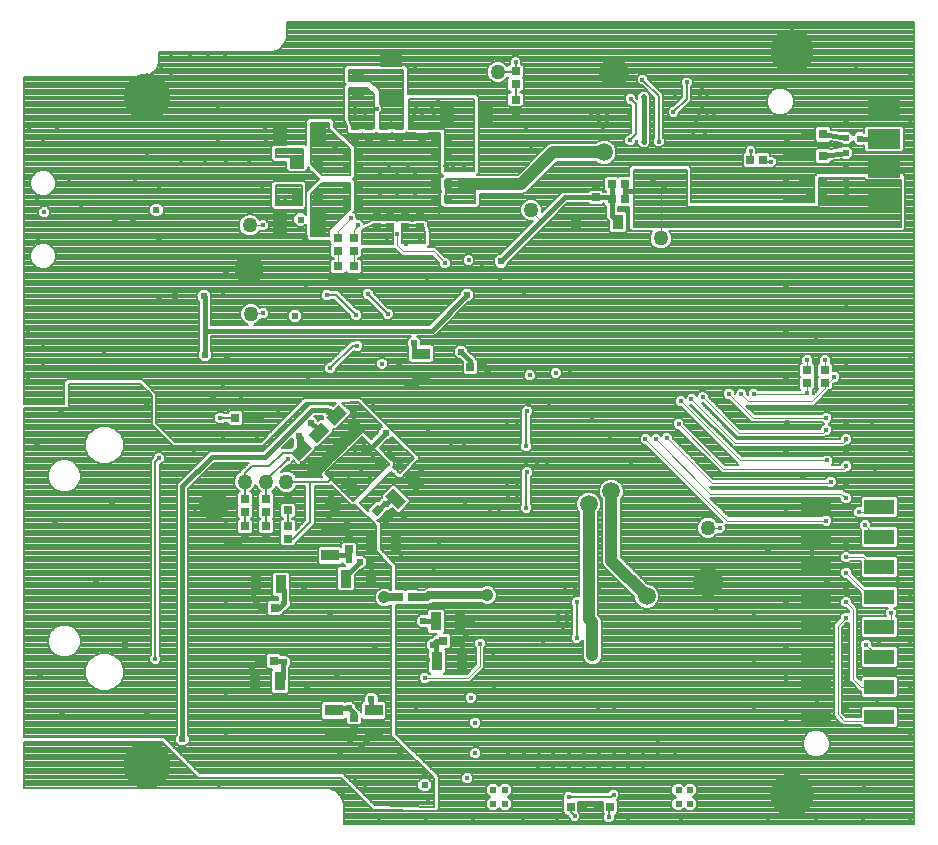
<source format=gbl>
G75*
%MOIN*%
%OFA0B0*%
%FSLAX25Y25*%
%IPPOS*%
%LPD*%
%AMOC8*
5,1,8,0,0,1.08239X$1,22.5*
%
%ADD10R,0.02700X0.03000*%
%ADD11R,0.03600X0.04800*%
%ADD12R,0.03000X0.02700*%
%ADD13R,0.06000X0.03800*%
%ADD14R,0.04800X0.07400*%
%ADD15R,0.07400X0.04800*%
%ADD16R,0.03500X0.04200*%
%ADD17R,0.04200X0.03500*%
%ADD18C,0.14600*%
%ADD19C,0.15748*%
%ADD20R,0.03800X0.06000*%
%ADD21R,0.11000X0.06500*%
%ADD22C,0.05000*%
%ADD23C,0.10000*%
%ADD24R,0.10000X0.05000*%
%ADD25C,0.02100*%
%ADD26C,0.01600*%
%ADD27C,0.02375*%
%ADD28C,0.01587*%
%ADD29C,0.01981*%
%ADD30C,0.01784*%
%ADD31C,0.00787*%
%ADD32C,0.01575*%
%ADD33C,0.00433*%
%ADD34C,0.05906*%
%ADD35C,0.03937*%
%ADD36C,0.01181*%
%ADD37C,0.02178*%
%ADD38C,0.02756*%
%ADD39C,0.04134*%
%ADD40C,0.00591*%
D10*
X0230790Y0048638D03*
X0234990Y0048638D03*
X0239845Y0048638D03*
X0244045Y0048638D03*
X0131840Y0097063D03*
X0127640Y0097063D03*
X0128034Y0114780D03*
X0132234Y0114780D03*
X0173703Y0118323D03*
X0177903Y0118323D03*
X0188270Y0103756D03*
X0192470Y0103756D03*
G36*
X0169520Y0146412D02*
X0171429Y0144503D01*
X0169308Y0142382D01*
X0167399Y0144291D01*
X0169520Y0146412D01*
G37*
G36*
X0166550Y0149382D02*
X0168459Y0147473D01*
X0166338Y0145352D01*
X0164429Y0147261D01*
X0166550Y0149382D01*
G37*
G36*
X0165610Y0163007D02*
X0167519Y0164916D01*
X0169640Y0162795D01*
X0167731Y0160886D01*
X0165610Y0163007D01*
G37*
G36*
X0168580Y0165977D02*
X0170489Y0167886D01*
X0172610Y0165765D01*
X0170701Y0163856D01*
X0168580Y0165977D01*
G37*
X0123179Y0178165D03*
X0118979Y0178165D03*
X0197325Y0195094D03*
X0201525Y0195094D03*
X0189904Y0251192D03*
X0185704Y0251192D03*
X0160369Y0249917D03*
X0156169Y0249917D03*
X0156169Y0254839D03*
X0160369Y0254839D03*
X0185704Y0256113D03*
X0189904Y0256113D03*
X0189904Y0265070D03*
X0185704Y0265070D03*
X0185704Y0270385D03*
X0189904Y0270385D03*
X0160376Y0266448D03*
X0156176Y0266448D03*
X0156176Y0261526D03*
X0160376Y0261526D03*
X0244569Y0256118D03*
X0248769Y0256118D03*
X0248769Y0251000D03*
X0244569Y0251000D03*
X0290632Y0263992D03*
X0294832Y0263992D03*
X0310711Y0265567D03*
X0314911Y0265567D03*
X0314911Y0272654D03*
X0310711Y0272654D03*
X0310580Y0256769D03*
X0314780Y0256769D03*
X0314780Y0251650D03*
X0310580Y0251650D03*
D11*
X0246669Y0243520D03*
X0232496Y0243520D03*
D12*
X0239189Y0251656D03*
X0239189Y0255856D03*
X0180422Y0245910D03*
X0180422Y0241710D03*
X0175501Y0241710D03*
X0175501Y0245910D03*
X0170580Y0245910D03*
X0170580Y0241710D03*
X0166150Y0241710D03*
X0166150Y0245910D03*
X0158480Y0238139D03*
X0158480Y0233939D03*
X0153362Y0233939D03*
X0153362Y0238139D03*
X0153362Y0228691D03*
X0153362Y0224491D03*
X0158480Y0224491D03*
X0158480Y0228691D03*
X0309661Y0194045D03*
X0309661Y0189845D03*
X0315567Y0189845D03*
X0315567Y0194045D03*
X0136433Y0151525D03*
X0136433Y0147325D03*
X0136433Y0142076D03*
X0136433Y0137876D03*
X0129346Y0137876D03*
X0129346Y0142076D03*
X0129346Y0146931D03*
X0129346Y0151131D03*
X0122260Y0151131D03*
X0122260Y0146931D03*
X0122260Y0142076D03*
X0122260Y0137876D03*
X0156906Y0138533D03*
X0156906Y0134333D03*
X0158480Y0078297D03*
X0158480Y0074097D03*
X0158768Y0271237D03*
X0158768Y0275437D03*
X0163690Y0275437D03*
X0163690Y0271237D03*
X0168611Y0271237D03*
X0168611Y0275437D03*
X0173532Y0275437D03*
X0173532Y0271237D03*
X0181111Y0271237D03*
X0181111Y0275437D03*
X0212417Y0280002D03*
X0212417Y0284202D03*
X0212417Y0289451D03*
X0212417Y0293651D03*
D13*
X0180921Y0199588D03*
X0180921Y0191388D03*
X0150606Y0140533D03*
X0150606Y0132333D03*
X0151787Y0080691D03*
X0151787Y0072491D03*
X0165173Y0072491D03*
X0165173Y0080691D03*
D14*
X0147060Y0242826D03*
X0134060Y0242826D03*
X0134060Y0272353D03*
X0147060Y0272353D03*
X0189537Y0279368D03*
X0202537Y0279368D03*
D15*
X0170978Y0284364D03*
X0170978Y0297364D03*
D16*
X0146420Y0263495D03*
X0139620Y0263495D03*
X0139620Y0251684D03*
X0146420Y0251684D03*
D17*
X0159760Y0285975D03*
X0159760Y0292775D03*
D18*
X0304619Y0300570D03*
X0304619Y0052570D03*
D19*
X0089583Y0062417D03*
X0089583Y0285055D03*
D20*
G36*
X0153602Y0182560D02*
X0156289Y0179873D01*
X0152048Y0175632D01*
X0149361Y0178319D01*
X0153602Y0182560D01*
G37*
G36*
X0159401Y0176762D02*
X0162088Y0174075D01*
X0157847Y0169834D01*
X0155160Y0172521D01*
X0159401Y0176762D01*
G37*
G36*
X0147697Y0176654D02*
X0150384Y0173967D01*
X0146143Y0169726D01*
X0143456Y0172413D01*
X0147697Y0176654D01*
G37*
G36*
X0153495Y0170856D02*
X0156182Y0168169D01*
X0151941Y0163928D01*
X0149254Y0166615D01*
X0153495Y0170856D01*
G37*
G36*
X0141791Y0170749D02*
X0144478Y0168062D01*
X0140237Y0163821D01*
X0137550Y0166508D01*
X0141791Y0170749D01*
G37*
G36*
X0147590Y0164951D02*
X0150277Y0162264D01*
X0146036Y0158023D01*
X0143349Y0160710D01*
X0147590Y0164951D01*
G37*
G36*
X0160906Y0154697D02*
X0158219Y0152010D01*
X0153978Y0156251D01*
X0156665Y0158938D01*
X0160906Y0154697D01*
G37*
G36*
X0155108Y0148899D02*
X0152421Y0146212D01*
X0148180Y0150453D01*
X0150867Y0153140D01*
X0155108Y0148899D01*
G37*
G36*
X0169046Y0152027D02*
X0171733Y0154714D01*
X0175974Y0150473D01*
X0173287Y0147786D01*
X0169046Y0152027D01*
G37*
G36*
X0174845Y0157826D02*
X0177532Y0160513D01*
X0181773Y0156272D01*
X0179086Y0153585D01*
X0174845Y0157826D01*
G37*
X0172423Y0136827D03*
X0164223Y0136827D03*
X0164155Y0124622D03*
X0155955Y0124622D03*
X0134234Y0122654D03*
X0126034Y0122654D03*
X0185876Y0110449D03*
X0194076Y0110449D03*
X0194470Y0097063D03*
X0186270Y0097063D03*
X0133840Y0090370D03*
X0125640Y0090370D03*
D21*
X0335252Y0250618D03*
X0335252Y0261618D03*
X0335252Y0271091D03*
X0335252Y0282091D03*
D22*
X0217535Y0247457D03*
X0260843Y0238008D03*
X0123835Y0242339D03*
X0124228Y0212811D03*
X0122260Y0156906D03*
X0129346Y0156906D03*
X0136039Y0156906D03*
X0276591Y0141551D03*
X0206512Y0293520D03*
D23*
X0245094Y0293126D03*
X0123441Y0227772D03*
X0112024Y0149031D03*
X0276591Y0123441D03*
D24*
X0312417Y0118559D03*
X0333677Y0118559D03*
X0333677Y0108559D03*
X0312417Y0108559D03*
X0312417Y0098559D03*
X0333677Y0098559D03*
X0333677Y0088559D03*
X0312417Y0088559D03*
X0312417Y0078559D03*
X0333677Y0078559D03*
X0333677Y0128559D03*
X0312417Y0128559D03*
X0312417Y0138559D03*
X0333677Y0138559D03*
X0333677Y0148559D03*
X0312417Y0148559D03*
D25*
X0302599Y0146392D03*
X0322619Y0136570D03*
X0311162Y0133263D03*
X0296595Y0134050D03*
X0316225Y0123676D03*
X0322524Y0121707D03*
X0302619Y0116688D03*
X0322654Y0106512D03*
X0322619Y0101570D03*
X0302619Y0101452D03*
X0302619Y0091570D03*
X0322619Y0091570D03*
X0322619Y0081570D03*
X0302619Y0076570D03*
X0322619Y0156570D03*
X0308087Y0158874D03*
X0302575Y0166748D03*
X0322631Y0166707D03*
X0322619Y0176570D03*
X0322619Y0181570D03*
X0302788Y0176452D03*
X0302631Y0191707D03*
X0322654Y0196669D03*
X0302607Y0206432D03*
X0322619Y0216570D03*
X0302631Y0221707D03*
X0302619Y0236570D03*
X0322619Y0261570D03*
X0316268Y0269070D03*
X0302619Y0271570D03*
X0302619Y0266570D03*
D26*
X0310711Y0265567D01*
X0314911Y0265567D02*
X0322619Y0266570D01*
X0322619Y0271570D02*
X0314911Y0272654D01*
X0310711Y0272654D02*
X0302619Y0271570D01*
X0302619Y0256570D02*
X0310580Y0256769D01*
X0310580Y0251650D02*
X0302619Y0251570D01*
X0322619Y0251070D02*
X0322619Y0256570D01*
X0255237Y0270284D02*
X0255237Y0285048D01*
D27*
X0322619Y0277070D03*
X0322619Y0271570D03*
X0327225Y0271294D03*
X0322619Y0266570D03*
X0322619Y0256570D03*
X0302619Y0256570D03*
X0302619Y0251570D03*
X0322619Y0251070D03*
X0322619Y0236570D03*
X0262024Y0254150D03*
X0258480Y0253756D03*
X0258087Y0257693D03*
X0262024Y0258480D03*
X0254150Y0258480D03*
X0253756Y0253756D03*
X0207496Y0230331D03*
X0196276Y0219110D03*
X0156118Y0212069D03*
X0138795Y0212024D03*
X0108526Y0218717D03*
X0099031Y0218717D03*
X0093520Y0217142D03*
X0115961Y0226591D03*
X0093520Y0238008D03*
X0084858Y0243520D03*
X0078953Y0243913D03*
X0092732Y0247457D03*
X0140764Y0244307D03*
X0142339Y0238008D03*
X0178631Y0203059D03*
X0194307Y0200213D03*
X0173441Y0195534D03*
X0176197Y0189628D03*
X0150213Y0180134D03*
X0144307Y0176591D03*
X0140370Y0172260D03*
X0136827Y0168717D03*
X0141551Y0162811D03*
X0169110Y0173047D03*
X0158480Y0179346D03*
X0173835Y0162811D03*
X0180921Y0160055D03*
X0169110Y0149425D03*
X0175409Y0145882D03*
X0156118Y0142339D03*
X0150213Y0145882D03*
X0156906Y0130921D03*
X0160449Y0130134D03*
X0164386Y0129740D03*
X0141945Y0121866D03*
X0124751Y0117929D03*
X0150606Y0111827D03*
X0181709Y0110449D03*
X0195882Y0104937D03*
X0197850Y0110449D03*
X0196276Y0115567D03*
X0184858Y0102575D03*
X0165567Y0102181D03*
X0135252Y0096669D03*
X0124622Y0095094D03*
X0142929Y0087417D03*
X0152772Y0092732D03*
X0156906Y0081383D03*
X0164386Y0084465D03*
X0157299Y0071079D03*
X0160843Y0068717D03*
X0153756Y0065961D03*
X0173835Y0067142D03*
X0182102Y0059661D03*
X0182102Y0055724D03*
X0204937Y0054150D03*
X0208874Y0054150D03*
X0208874Y0049425D03*
X0204937Y0049425D03*
X0266748Y0049425D03*
X0270685Y0049425D03*
X0270685Y0054150D03*
X0266748Y0054150D03*
X0101394Y0071079D03*
X0089583Y0079346D03*
X0061236Y0078953D03*
X0053756Y0091945D03*
X0082102Y0102575D03*
X0072654Y0123244D03*
X0058874Y0142732D03*
X0077969Y0150409D03*
X0052969Y0168323D03*
X0060843Y0179346D03*
X0089583Y0182102D03*
X0111630Y0184465D03*
X0108874Y0189976D03*
X0116354Y0197457D03*
X0108874Y0199031D03*
X0205331Y0192339D03*
D28*
X0212811Y0184071D03*
X0216748Y0182496D03*
X0216354Y0180476D03*
X0219898Y0183677D03*
X0223441Y0182890D03*
X0212811Y0175803D03*
X0212811Y0173047D03*
X0209661Y0173047D03*
X0209661Y0175803D03*
X0204937Y0167929D03*
X0210843Y0163992D03*
X0215961Y0163205D03*
X0216354Y0160055D03*
X0219504Y0162811D03*
X0223047Y0163205D03*
X0215961Y0168717D03*
X0195094Y0169110D03*
X0190764Y0168717D03*
X0183283Y0174228D03*
X0162024Y0169898D03*
X0161630Y0167535D03*
X0158874Y0166354D03*
X0156906Y0163992D03*
X0154543Y0161630D03*
X0152181Y0159268D03*
X0158480Y0159661D03*
X0160843Y0161236D03*
X0161630Y0163992D03*
X0164780Y0165961D03*
X0163992Y0158874D03*
X0161236Y0156906D03*
X0184858Y0153362D03*
X0195488Y0149425D03*
X0203756Y0147457D03*
X0206906Y0147063D03*
X0210055Y0152575D03*
X0212811Y0152575D03*
X0212811Y0155331D03*
X0209661Y0155331D03*
X0215961Y0148244D03*
X0237614Y0157299D03*
X0255724Y0171079D03*
X0259268Y0171079D03*
X0262811Y0171472D03*
X0266748Y0176197D03*
X0267535Y0183677D03*
X0271079Y0184465D03*
X0274819Y0185055D03*
X0283480Y0186236D03*
X0287614Y0186039D03*
X0291748Y0186236D03*
X0309661Y0186433D03*
X0318717Y0191945D03*
X0315567Y0197457D03*
X0309661Y0197457D03*
X0315961Y0178165D03*
X0315961Y0174228D03*
X0322654Y0171079D03*
X0322654Y0162024D03*
X0316354Y0163992D03*
X0317535Y0156906D03*
X0322654Y0151394D03*
X0326984Y0146669D03*
X0328953Y0142339D03*
X0315961Y0143913D03*
X0280528Y0141551D03*
X0322654Y0131709D03*
X0322654Y0126591D03*
X0322654Y0116748D03*
X0337614Y0113205D03*
X0322654Y0111630D03*
X0329346Y0102575D03*
X0245094Y0080921D03*
X0245094Y0076591D03*
X0249425Y0076591D03*
X0239976Y0076591D03*
X0239976Y0080921D03*
X0211630Y0084858D03*
X0205331Y0088402D03*
X0197457Y0084858D03*
X0199031Y0076591D03*
X0210055Y0076591D03*
X0215173Y0076197D03*
X0215173Y0071079D03*
X0215173Y0066354D03*
X0210055Y0066354D03*
X0210055Y0071079D03*
X0199425Y0071472D03*
X0199031Y0066354D03*
X0220291Y0066354D03*
X0225016Y0066354D03*
X0225016Y0061236D03*
X0230134Y0061236D03*
X0235252Y0061236D03*
X0240370Y0061236D03*
X0245094Y0061236D03*
X0249819Y0061236D03*
X0254937Y0061236D03*
X0254937Y0056118D03*
X0245094Y0052575D03*
X0243520Y0045094D03*
X0232102Y0045488D03*
X0230134Y0051787D03*
X0219898Y0056512D03*
X0219898Y0061236D03*
X0230134Y0066354D03*
X0235252Y0066354D03*
X0240370Y0066354D03*
X0245094Y0066354D03*
X0249819Y0066354D03*
X0254937Y0066354D03*
X0254937Y0071079D03*
X0249819Y0071472D03*
X0245094Y0071472D03*
X0239976Y0071472D03*
X0260055Y0070685D03*
X0260055Y0066354D03*
X0265567Y0066354D03*
X0266354Y0069504D03*
X0271472Y0069504D03*
X0196276Y0058087D03*
X0183087Y0050213D03*
X0162220Y0055331D03*
X0159071Y0057693D03*
X0115961Y0064976D03*
X0103165Y0065567D03*
X0115764Y0072850D03*
X0115764Y0078559D03*
X0115764Y0085843D03*
X0115961Y0093520D03*
X0107890Y0087614D03*
X0092339Y0097850D03*
X0114386Y0106315D03*
X0119701Y0107102D03*
X0115961Y0116354D03*
X0115961Y0122260D03*
X0109661Y0128953D03*
X0115961Y0136039D03*
X0115961Y0143520D03*
X0105528Y0146669D03*
X0118520Y0149425D03*
X0125606Y0149031D03*
X0132693Y0149031D03*
X0136433Y0164530D03*
X0125803Y0167535D03*
X0115567Y0167929D03*
X0105331Y0166748D03*
X0093520Y0164780D03*
X0134071Y0174228D03*
X0147063Y0178559D03*
X0142732Y0182102D03*
X0164780Y0182890D03*
X0143126Y0191945D03*
X0150606Y0194701D03*
X0167929Y0196276D03*
X0159661Y0202181D03*
X0159268Y0212417D03*
X0163205Y0219504D03*
X0169779Y0212857D03*
X0149425Y0219110D03*
X0150606Y0224228D03*
X0142732Y0221866D03*
X0128362Y0213008D03*
X0182890Y0223835D03*
X0188795Y0229740D03*
X0196761Y0230719D03*
X0201394Y0228953D03*
X0180528Y0237220D03*
X0178953Y0238795D03*
X0175894Y0236231D03*
X0173040Y0239586D03*
X0169694Y0238200D03*
X0166544Y0238396D03*
X0159855Y0242339D03*
X0157693Y0244701D03*
X0135646Y0251394D03*
X0133283Y0251394D03*
X0133283Y0253756D03*
X0135646Y0254150D03*
X0134858Y0267142D03*
X0139976Y0267142D03*
X0158965Y0278652D03*
X0158965Y0281015D03*
X0162607Y0280916D03*
X0166273Y0281234D03*
X0178485Y0279318D03*
X0179346Y0281709D03*
X0181315Y0278953D03*
X0184465Y0281315D03*
X0185252Y0278953D03*
X0186433Y0284071D03*
X0195094Y0280921D03*
X0195094Y0278559D03*
X0196276Y0286433D03*
X0207693Y0286433D03*
X0209268Y0280528D03*
X0216748Y0280921D03*
X0215961Y0274228D03*
X0237614Y0275803D03*
X0237422Y0278650D03*
X0239982Y0279635D03*
X0240178Y0277076D03*
X0241458Y0275205D03*
X0243033Y0277568D03*
X0242934Y0279733D03*
X0245395Y0280127D03*
X0245001Y0275993D03*
X0250316Y0275993D03*
X0250316Y0279733D03*
X0250753Y0284611D03*
X0254745Y0290954D03*
X0269504Y0289976D03*
X0274529Y0288493D03*
X0273938Y0285048D03*
X0276202Y0285343D03*
X0277378Y0282496D03*
X0274627Y0282194D03*
X0272462Y0282587D03*
X0273741Y0279438D03*
X0276300Y0279241D03*
X0278559Y0279346D03*
X0278367Y0276288D03*
X0275316Y0276091D03*
X0272462Y0276682D03*
X0271478Y0273237D03*
X0275710Y0272548D03*
X0260159Y0270284D03*
X0250606Y0270685D03*
X0265080Y0280127D03*
X0270001Y0280127D03*
X0290764Y0267142D03*
X0297457Y0263598D03*
X0217535Y0267929D03*
X0195094Y0261630D03*
X0191551Y0261630D03*
X0192528Y0251782D03*
X0194891Y0251782D03*
X0128160Y0242344D03*
X0055331Y0246669D03*
X0207299Y0224228D03*
X0215173Y0219898D03*
X0225803Y0193126D03*
X0217142Y0192339D03*
X0186827Y0136039D03*
X0174228Y0131709D03*
X0185252Y0128165D03*
X0185252Y0115567D03*
X0205724Y0104937D03*
X0210449Y0104937D03*
X0204937Y0099819D03*
X0200606Y0102969D03*
X0197850Y0098638D03*
X0183143Y0097457D03*
X0182102Y0091551D03*
X0184858Y0087220D03*
X0179346Y0081315D03*
X0221472Y0103756D03*
X0226591Y0109661D03*
X0228165Y0108087D03*
X0229740Y0109661D03*
X0229740Y0112024D03*
X0228165Y0113598D03*
X0226591Y0112024D03*
X0232890Y0104937D03*
X0232890Y0116748D03*
X0232102Y0120685D03*
X0228953Y0121079D03*
X0240370Y0121472D03*
X0240370Y0117929D03*
X0217142Y0291157D03*
X0212417Y0296669D03*
X0200213Y0297457D03*
X0178953Y0295488D03*
X0157693Y0297457D03*
D29*
X0162213Y0278751D03*
X0171072Y0277865D03*
X0177863Y0276389D03*
X0152371Y0268416D03*
X0189379Y0262018D03*
X0192824Y0256113D03*
X0153355Y0253652D03*
X0176190Y0238692D03*
X0255237Y0270284D03*
X0255237Y0285048D03*
X0265572Y0285048D03*
D30*
X0325803Y0295488D03*
X0343913Y0292732D03*
X0343913Y0308480D03*
X0328165Y0308480D03*
X0312417Y0308480D03*
X0296669Y0308480D03*
X0280921Y0308480D03*
X0264386Y0309661D03*
X0248638Y0309661D03*
X0232890Y0309661D03*
X0213992Y0309661D03*
X0201394Y0309661D03*
X0186433Y0309661D03*
X0170685Y0309661D03*
X0154937Y0309661D03*
X0139189Y0309661D03*
X0136827Y0304543D03*
X0115567Y0299031D03*
X0110055Y0299425D03*
X0103756Y0299425D03*
X0097457Y0299031D03*
X0094307Y0295488D03*
X0097457Y0292732D03*
X0113205Y0281709D03*
X0128953Y0275016D03*
X0129346Y0270291D03*
X0113205Y0270291D03*
X0093913Y0265173D03*
X0089583Y0265961D03*
X0101000Y0263205D03*
X0108874Y0263205D03*
X0115961Y0263205D03*
X0123441Y0263205D03*
X0129346Y0264780D03*
X0138795Y0257693D03*
X0143520Y0255331D03*
X0127772Y0254543D03*
X0119504Y0253756D03*
X0111236Y0253756D03*
X0102575Y0253756D03*
X0093520Y0255331D03*
X0085646Y0257693D03*
X0075796Y0258278D03*
X0063598Y0257693D03*
X0067535Y0248638D03*
X0052969Y0251000D03*
X0049819Y0242339D03*
X0053362Y0238008D03*
X0075803Y0229740D03*
X0049819Y0223441D03*
X0054937Y0218717D03*
X0054937Y0212024D03*
X0049819Y0206906D03*
X0054937Y0202575D03*
X0054937Y0195882D03*
X0049819Y0191157D03*
X0054937Y0186039D03*
X0075409Y0199819D03*
X0114780Y0189583D03*
X0121079Y0185252D03*
X0133283Y0180528D03*
X0127772Y0178165D03*
X0126197Y0171079D03*
X0114780Y0171079D03*
X0113992Y0178165D03*
X0095094Y0175409D03*
X0230528Y0193126D03*
X0238008Y0177378D03*
X0243913Y0171079D03*
X0251000Y0162417D03*
X0332102Y0160055D03*
X0343913Y0166748D03*
X0331315Y0176591D03*
X0343913Y0182496D03*
X0331315Y0192339D03*
X0343913Y0198244D03*
X0331315Y0208087D03*
X0343913Y0213992D03*
X0312417Y0220685D03*
X0332496Y0227772D03*
X0343913Y0229740D03*
X0312417Y0236433D03*
X0343913Y0245488D03*
X0343913Y0261236D03*
X0343913Y0276984D03*
X0178946Y0264971D03*
X0176591Y0262024D03*
X0178946Y0259066D03*
X0176197Y0256118D03*
X0178946Y0253160D03*
X0173040Y0253160D03*
X0170291Y0256118D03*
X0173040Y0259066D03*
X0170291Y0262024D03*
X0173040Y0264971D03*
X0167135Y0264971D03*
X0167135Y0259066D03*
X0167135Y0253160D03*
X0153756Y0275803D03*
X0143126Y0280921D03*
X0134858Y0280921D03*
X0068717Y0267535D03*
X0054937Y0270685D03*
X0050213Y0274228D03*
X0059661Y0274228D03*
X0049819Y0265173D03*
X0187614Y0220685D03*
X0114780Y0219504D03*
X0075803Y0214780D03*
X0312417Y0204937D03*
X0343913Y0151000D03*
X0332102Y0144307D03*
X0343913Y0135252D03*
X0332890Y0133283D03*
X0339976Y0123441D03*
X0343913Y0119504D03*
X0333677Y0113598D03*
X0312417Y0113598D03*
X0291945Y0112811D03*
X0279346Y0113992D03*
X0269898Y0115961D03*
X0333677Y0103756D03*
X0343913Y0103756D03*
X0332496Y0093913D03*
X0343913Y0088008D03*
X0332890Y0083677D03*
X0312811Y0083677D03*
X0291945Y0081315D03*
X0279346Y0082496D03*
X0312024Y0093913D03*
X0291945Y0097063D03*
X0279346Y0098244D03*
X0343913Y0072260D03*
X0343913Y0056512D03*
X0328559Y0055724D03*
X0285646Y0056118D03*
X0296669Y0044701D03*
X0312417Y0044701D03*
X0328165Y0044701D03*
X0343913Y0044701D03*
X0267535Y0043913D03*
X0249819Y0044701D03*
X0226197Y0043913D03*
X0214780Y0043913D03*
X0198244Y0044701D03*
X0182496Y0044701D03*
X0166748Y0044701D03*
X0154937Y0052575D03*
X0145882Y0056118D03*
X0129346Y0056512D03*
X0113598Y0055724D03*
X0193126Y0052181D03*
D31*
X0155112Y0049847D02*
X0155112Y0042907D01*
X0345313Y0042907D01*
X0345313Y0310274D01*
X0136215Y0310274D01*
X0136215Y0304909D01*
X0135289Y0302674D01*
X0135289Y0302674D01*
X0133578Y0300963D01*
X0133578Y0300963D01*
X0131343Y0300037D01*
X0093695Y0300037D01*
X0093695Y0296641D01*
X0092769Y0294406D01*
X0092769Y0294406D01*
X0091059Y0292695D01*
X0091059Y0292695D01*
X0088824Y0291770D01*
X0048419Y0291770D01*
X0048419Y0182890D01*
X0062024Y0182890D01*
X0062024Y0190235D01*
X0062946Y0191157D01*
X0087873Y0191157D01*
X0088795Y0190235D01*
X0092732Y0186298D01*
X0092732Y0176455D01*
X0098896Y0170291D01*
X0127504Y0170291D01*
X0132096Y0174977D01*
X0132096Y0175046D01*
X0133253Y0176203D01*
X0133298Y0176203D01*
X0140842Y0183901D01*
X0140842Y0183907D01*
X0141298Y0184366D01*
X0141751Y0184828D01*
X0141757Y0184828D01*
X0141762Y0184833D01*
X0142409Y0184834D01*
X0143055Y0184841D01*
X0143060Y0184836D01*
X0159373Y0184884D01*
X0159375Y0184886D01*
X0160026Y0184886D01*
X0160675Y0184888D01*
X0160677Y0184886D01*
X0160679Y0184886D01*
X0161139Y0184426D01*
X0161600Y0183968D01*
X0161600Y0183966D01*
X0179650Y0165915D01*
X0180107Y0165494D01*
X0180108Y0165458D01*
X0180134Y0165432D01*
X0180134Y0164811D01*
X0180159Y0164191D01*
X0180134Y0164164D01*
X0180134Y0164127D01*
X0179695Y0163688D01*
X0175409Y0159046D01*
X0175409Y0159009D01*
X0174970Y0158570D01*
X0174549Y0158114D01*
X0174513Y0158112D01*
X0174487Y0158087D01*
X0173866Y0158087D01*
X0173246Y0158062D01*
X0173219Y0158087D01*
X0173182Y0158087D01*
X0172743Y0158526D01*
X0172287Y0158947D01*
X0172286Y0158983D01*
X0171079Y0160190D01*
X0160707Y0149819D01*
X0163248Y0147278D01*
X0163248Y0147750D01*
X0166061Y0150563D01*
X0166857Y0150563D01*
X0167687Y0151394D01*
X0167729Y0151394D01*
X0167869Y0151534D01*
X0167864Y0151539D01*
X0167864Y0152518D01*
X0171243Y0155896D01*
X0172222Y0155896D01*
X0177156Y0150962D01*
X0177156Y0149983D01*
X0173777Y0146605D01*
X0172799Y0146605D01*
X0171219Y0148184D01*
X0170091Y0147057D01*
X0169641Y0147057D01*
X0169641Y0146984D01*
X0166827Y0144170D01*
X0166356Y0144170D01*
X0167535Y0142991D01*
X0167535Y0134329D01*
X0172654Y0129211D01*
X0172654Y0121004D01*
X0175542Y0121004D01*
X0175803Y0120743D01*
X0176064Y0121004D01*
X0179742Y0121004D01*
X0179864Y0120882D01*
X0181830Y0120882D01*
X0182228Y0121280D01*
X0183168Y0121669D01*
X0200934Y0121669D01*
X0201129Y0121864D01*
X0202322Y0122358D01*
X0203615Y0122358D01*
X0204808Y0121864D01*
X0205722Y0120950D01*
X0206217Y0119756D01*
X0206217Y0118464D01*
X0205722Y0117270D01*
X0204808Y0116357D01*
X0203615Y0115862D01*
X0202322Y0115862D01*
X0201129Y0116357D01*
X0200934Y0116551D01*
X0184737Y0116551D01*
X0184339Y0116153D01*
X0183399Y0115764D01*
X0179864Y0115764D01*
X0179742Y0115642D01*
X0176064Y0115642D01*
X0175803Y0115903D01*
X0175542Y0115642D01*
X0172654Y0115642D01*
X0172654Y0072912D01*
X0186827Y0058739D01*
X0186827Y0049274D01*
X0186838Y0049262D01*
X0186827Y0048624D01*
X0186827Y0047985D01*
X0186815Y0047974D01*
X0186815Y0047958D01*
X0186356Y0047515D01*
X0185904Y0047063D01*
X0185888Y0047063D01*
X0185877Y0047052D01*
X0185238Y0047063D01*
X0184600Y0047063D01*
X0184588Y0047074D01*
X0165546Y0047408D01*
X0164900Y0047414D01*
X0164895Y0047420D01*
X0164887Y0047420D01*
X0164438Y0047884D01*
X0161693Y0050678D01*
X0154285Y0058087D01*
X0106647Y0058087D01*
X0105724Y0059009D01*
X0094442Y0070291D01*
X0048419Y0070291D01*
X0048419Y0054718D01*
X0150241Y0054718D01*
X0152476Y0053793D01*
X0152476Y0053793D01*
X0154186Y0052082D01*
X0154186Y0052082D01*
X0155112Y0049847D01*
X0154959Y0050217D02*
X0162146Y0050217D01*
X0162918Y0049431D02*
X0155112Y0049431D01*
X0155112Y0048645D02*
X0163691Y0048645D01*
X0164463Y0047859D02*
X0155112Y0047859D01*
X0155112Y0047073D02*
X0184589Y0047073D01*
X0185915Y0047073D02*
X0203939Y0047073D01*
X0203956Y0047057D02*
X0205918Y0047057D01*
X0206906Y0048044D01*
X0207893Y0047057D01*
X0209855Y0047057D01*
X0211243Y0048444D01*
X0211243Y0050406D01*
X0209861Y0051787D01*
X0211243Y0053169D01*
X0211243Y0055131D01*
X0209855Y0056518D01*
X0207893Y0056518D01*
X0206905Y0055531D01*
X0205918Y0056518D01*
X0203956Y0056518D01*
X0202569Y0055131D01*
X0202569Y0053169D01*
X0203950Y0051787D01*
X0202569Y0050406D01*
X0202569Y0048444D01*
X0203956Y0047057D01*
X0203153Y0047859D02*
X0186713Y0047859D01*
X0186827Y0048645D02*
X0202569Y0048645D01*
X0202569Y0049431D02*
X0186827Y0049431D01*
X0186827Y0050217D02*
X0202569Y0050217D01*
X0203165Y0051003D02*
X0186827Y0051003D01*
X0186827Y0051789D02*
X0203948Y0051789D01*
X0203162Y0052575D02*
X0186827Y0052575D01*
X0186827Y0053361D02*
X0202569Y0053361D01*
X0202569Y0054147D02*
X0186827Y0054147D01*
X0186827Y0054933D02*
X0202569Y0054933D01*
X0203156Y0055718D02*
X0186827Y0055718D01*
X0186827Y0056504D02*
X0195065Y0056504D01*
X0195458Y0056112D02*
X0197094Y0056112D01*
X0198250Y0057269D01*
X0198250Y0058905D01*
X0197094Y0060061D01*
X0195458Y0060061D01*
X0194301Y0058905D01*
X0194301Y0057269D01*
X0195458Y0056112D01*
X0194301Y0057290D02*
X0186827Y0057290D01*
X0186827Y0058076D02*
X0194301Y0058076D01*
X0194301Y0058862D02*
X0186704Y0058862D01*
X0185918Y0059648D02*
X0195044Y0059648D01*
X0197507Y0059648D02*
X0345313Y0059648D01*
X0345313Y0058862D02*
X0198250Y0058862D01*
X0198250Y0058076D02*
X0345313Y0058076D01*
X0345313Y0057290D02*
X0198250Y0057290D01*
X0197486Y0056504D02*
X0203942Y0056504D01*
X0205932Y0056504D02*
X0207879Y0056504D01*
X0207093Y0055718D02*
X0206718Y0055718D01*
X0209869Y0056504D02*
X0265753Y0056504D01*
X0265767Y0056518D02*
X0264380Y0055131D01*
X0264380Y0053169D01*
X0265761Y0051787D01*
X0264380Y0050406D01*
X0264380Y0048444D01*
X0265767Y0047057D01*
X0267729Y0047057D01*
X0268717Y0048044D01*
X0269704Y0047057D01*
X0271666Y0047057D01*
X0273054Y0048444D01*
X0273054Y0050406D01*
X0271672Y0051787D01*
X0273054Y0053169D01*
X0273054Y0055131D01*
X0271666Y0056518D01*
X0269704Y0056518D01*
X0268717Y0055531D01*
X0267729Y0056518D01*
X0265767Y0056518D01*
X0264967Y0055718D02*
X0210655Y0055718D01*
X0211243Y0054933D02*
X0264380Y0054933D01*
X0264380Y0054147D02*
X0246315Y0054147D01*
X0245912Y0054550D02*
X0244276Y0054550D01*
X0243120Y0053393D01*
X0243120Y0053362D01*
X0231352Y0053362D01*
X0230952Y0053762D01*
X0229316Y0053762D01*
X0228159Y0052605D01*
X0228159Y0050969D01*
X0228380Y0050748D01*
X0228259Y0050627D01*
X0228259Y0046649D01*
X0228951Y0045957D01*
X0229407Y0045957D01*
X0230128Y0045236D01*
X0230128Y0044670D01*
X0231284Y0043513D01*
X0232920Y0043513D01*
X0234077Y0044670D01*
X0234077Y0046306D01*
X0233321Y0047062D01*
X0233321Y0050213D01*
X0241514Y0050213D01*
X0241514Y0046649D01*
X0241897Y0046265D01*
X0241545Y0045912D01*
X0241545Y0044276D01*
X0242702Y0043120D01*
X0244338Y0043120D01*
X0245494Y0044276D01*
X0245494Y0045912D01*
X0245450Y0045957D01*
X0245884Y0045957D01*
X0246576Y0046649D01*
X0246576Y0050627D01*
X0246258Y0050945D01*
X0247069Y0051757D01*
X0247069Y0053393D01*
X0245912Y0054550D01*
X0247069Y0053361D02*
X0264380Y0053361D01*
X0264973Y0052575D02*
X0247069Y0052575D01*
X0247069Y0051789D02*
X0265759Y0051789D01*
X0264976Y0051003D02*
X0246315Y0051003D01*
X0246576Y0050217D02*
X0264380Y0050217D01*
X0264380Y0049431D02*
X0246576Y0049431D01*
X0246576Y0048645D02*
X0264380Y0048645D01*
X0264964Y0047859D02*
X0246576Y0047859D01*
X0246576Y0047073D02*
X0265750Y0047073D01*
X0267746Y0047073D02*
X0269687Y0047073D01*
X0268901Y0047859D02*
X0268532Y0047859D01*
X0271683Y0047073D02*
X0345313Y0047073D01*
X0345313Y0046287D02*
X0246215Y0046287D01*
X0245494Y0045502D02*
X0345313Y0045502D01*
X0345313Y0044716D02*
X0245494Y0044716D01*
X0245148Y0043930D02*
X0345313Y0043930D01*
X0345313Y0043144D02*
X0244362Y0043144D01*
X0242678Y0043144D02*
X0155112Y0043144D01*
X0155112Y0043930D02*
X0230868Y0043930D01*
X0230128Y0044716D02*
X0155112Y0044716D01*
X0155112Y0045502D02*
X0229862Y0045502D01*
X0228620Y0046287D02*
X0155112Y0046287D01*
X0154634Y0051003D02*
X0161368Y0051003D01*
X0160582Y0051789D02*
X0154308Y0051789D01*
X0153694Y0052575D02*
X0159797Y0052575D01*
X0159011Y0053361D02*
X0152908Y0053361D01*
X0151622Y0054147D02*
X0158225Y0054147D01*
X0157439Y0054933D02*
X0048419Y0054933D01*
X0048419Y0055718D02*
X0156653Y0055718D01*
X0155867Y0056504D02*
X0048419Y0056504D01*
X0048419Y0057290D02*
X0155081Y0057290D01*
X0154295Y0058076D02*
X0048419Y0058076D01*
X0048419Y0058862D02*
X0105871Y0058862D01*
X0105085Y0059648D02*
X0048419Y0059648D01*
X0048419Y0060434D02*
X0104300Y0060434D01*
X0103514Y0061220D02*
X0048419Y0061220D01*
X0048419Y0062006D02*
X0102728Y0062006D01*
X0101942Y0062792D02*
X0048419Y0062792D01*
X0048419Y0063578D02*
X0101156Y0063578D01*
X0100370Y0064363D02*
X0048419Y0064363D01*
X0048419Y0065149D02*
X0099584Y0065149D01*
X0098798Y0065935D02*
X0048419Y0065935D01*
X0048419Y0066721D02*
X0098012Y0066721D01*
X0097226Y0067507D02*
X0048419Y0067507D01*
X0048419Y0068293D02*
X0096440Y0068293D01*
X0095655Y0069079D02*
X0048419Y0069079D01*
X0048419Y0069865D02*
X0094869Y0069865D01*
X0096310Y0070651D02*
X0099025Y0070651D01*
X0099025Y0070098D02*
X0100413Y0068710D01*
X0102375Y0068710D01*
X0103762Y0070098D01*
X0103762Y0072060D01*
X0103362Y0072460D01*
X0103362Y0154515D01*
X0112052Y0163205D01*
X0123576Y0163205D01*
X0123047Y0162676D01*
X0120685Y0160314D01*
X0120685Y0160238D01*
X0120175Y0160026D01*
X0119139Y0158991D01*
X0118579Y0157638D01*
X0118579Y0156173D01*
X0119139Y0154820D01*
X0120175Y0153785D01*
X0120470Y0153663D01*
X0120271Y0153663D01*
X0119579Y0152971D01*
X0119579Y0149292D01*
X0119840Y0149031D01*
X0119579Y0148771D01*
X0119579Y0145092D01*
X0120167Y0144504D01*
X0119579Y0143916D01*
X0119579Y0140237D01*
X0120271Y0139545D01*
X0124249Y0139545D01*
X0124941Y0140237D01*
X0124941Y0143916D01*
X0124353Y0144504D01*
X0124941Y0145092D01*
X0124941Y0148771D01*
X0124680Y0149031D01*
X0124941Y0149292D01*
X0124941Y0152971D01*
X0124249Y0153663D01*
X0124050Y0153663D01*
X0124345Y0153785D01*
X0125381Y0154820D01*
X0125803Y0155841D01*
X0126226Y0154820D01*
X0127261Y0153785D01*
X0127556Y0153663D01*
X0127357Y0153663D01*
X0126665Y0152971D01*
X0126665Y0149292D01*
X0126926Y0149031D01*
X0126665Y0148771D01*
X0126665Y0145092D01*
X0127254Y0144504D01*
X0126665Y0143916D01*
X0126665Y0140237D01*
X0127357Y0139545D01*
X0131336Y0139545D01*
X0132028Y0140237D01*
X0132028Y0143916D01*
X0131439Y0144504D01*
X0132028Y0145092D01*
X0132028Y0148771D01*
X0131767Y0149031D01*
X0132028Y0149292D01*
X0132028Y0152971D01*
X0131336Y0153663D01*
X0131137Y0153663D01*
X0131432Y0153785D01*
X0132467Y0154820D01*
X0132693Y0155365D01*
X0132919Y0154820D01*
X0133954Y0153785D01*
X0135307Y0153224D01*
X0136772Y0153224D01*
X0138125Y0153785D01*
X0139160Y0154820D01*
X0139371Y0155331D01*
X0142339Y0155331D01*
X0142339Y0144172D01*
X0139114Y0140948D01*
X0139114Y0143916D01*
X0138422Y0144607D01*
X0138008Y0144607D01*
X0138008Y0144794D01*
X0138422Y0144794D01*
X0139114Y0145486D01*
X0139114Y0149164D01*
X0138422Y0149856D01*
X0134444Y0149856D01*
X0133752Y0149164D01*
X0133752Y0145486D01*
X0134444Y0144794D01*
X0134858Y0144794D01*
X0134858Y0144607D01*
X0134444Y0144607D01*
X0133752Y0143916D01*
X0133752Y0140237D01*
X0134013Y0139976D01*
X0133752Y0139716D01*
X0133752Y0136037D01*
X0134444Y0135345D01*
X0138422Y0135345D01*
X0139114Y0136037D01*
X0139114Y0136493D01*
X0139845Y0137224D01*
X0145488Y0142867D01*
X0145488Y0155331D01*
X0150471Y0155331D01*
X0150803Y0155663D01*
X0157434Y0149031D01*
X0158739Y0149031D01*
X0159003Y0149296D01*
X0165961Y0142339D01*
X0165961Y0133677D01*
X0171079Y0128559D01*
X0171079Y0120882D01*
X0170751Y0120882D01*
X0170556Y0121076D01*
X0169363Y0121571D01*
X0168070Y0121571D01*
X0166877Y0121076D01*
X0165963Y0120163D01*
X0165469Y0118969D01*
X0165469Y0117677D01*
X0165963Y0116483D01*
X0166877Y0115569D01*
X0168070Y0115075D01*
X0169363Y0115075D01*
X0170556Y0115569D01*
X0170751Y0115764D01*
X0171079Y0115764D01*
X0171079Y0072260D01*
X0185252Y0058087D01*
X0185252Y0048638D01*
X0165567Y0048983D01*
X0162811Y0051787D01*
X0154937Y0059661D01*
X0107299Y0059661D01*
X0095094Y0071866D01*
X0048419Y0071866D01*
X0048419Y0181315D01*
X0063598Y0181315D01*
X0063598Y0189583D01*
X0087220Y0189583D01*
X0091157Y0185646D01*
X0091157Y0175803D01*
X0098244Y0168717D01*
X0128165Y0168717D01*
X0142419Y0183260D01*
X0152662Y0183290D01*
X0151534Y0182162D01*
X0151194Y0182502D01*
X0150628Y0182502D01*
X0150241Y0182890D01*
X0143885Y0182890D01*
X0128137Y0167142D01*
X0110421Y0167142D01*
X0099425Y0156146D01*
X0099425Y0072460D01*
X0099025Y0072060D01*
X0099025Y0070098D01*
X0099258Y0069865D02*
X0097096Y0069865D01*
X0097882Y0069079D02*
X0100044Y0069079D01*
X0098668Y0068293D02*
X0175046Y0068293D01*
X0175831Y0067507D02*
X0099453Y0067507D01*
X0100239Y0066721D02*
X0176617Y0066721D01*
X0177403Y0065935D02*
X0101025Y0065935D01*
X0101811Y0065149D02*
X0178189Y0065149D01*
X0178975Y0064363D02*
X0102597Y0064363D01*
X0103383Y0063578D02*
X0179761Y0063578D01*
X0180547Y0062792D02*
X0104169Y0062792D01*
X0104955Y0062006D02*
X0181333Y0062006D01*
X0182119Y0061220D02*
X0105741Y0061220D01*
X0106527Y0060434D02*
X0182905Y0060434D01*
X0183691Y0059648D02*
X0154950Y0059648D01*
X0155736Y0058862D02*
X0184476Y0058862D01*
X0185252Y0058076D02*
X0183100Y0058076D01*
X0183083Y0058093D02*
X0181121Y0058093D01*
X0179734Y0056705D01*
X0179734Y0054743D01*
X0181121Y0053356D01*
X0183083Y0053356D01*
X0184471Y0054743D01*
X0184471Y0056705D01*
X0183083Y0058093D01*
X0183886Y0057290D02*
X0185252Y0057290D01*
X0185252Y0056504D02*
X0184471Y0056504D01*
X0184471Y0055718D02*
X0185252Y0055718D01*
X0185252Y0054933D02*
X0184471Y0054933D01*
X0183874Y0054147D02*
X0185252Y0054147D01*
X0185252Y0053361D02*
X0183088Y0053361D01*
X0181116Y0053361D02*
X0161238Y0053361D01*
X0162024Y0052575D02*
X0185252Y0052575D01*
X0185252Y0051789D02*
X0162810Y0051789D01*
X0163582Y0051003D02*
X0185252Y0051003D01*
X0185252Y0050217D02*
X0164354Y0050217D01*
X0165126Y0049431D02*
X0185252Y0049431D01*
X0185252Y0048645D02*
X0184828Y0048645D01*
X0180331Y0054147D02*
X0160452Y0054147D01*
X0159666Y0054933D02*
X0179734Y0054933D01*
X0179734Y0055718D02*
X0158880Y0055718D01*
X0158094Y0056504D02*
X0179734Y0056504D01*
X0180319Y0057290D02*
X0157308Y0057290D01*
X0156522Y0058076D02*
X0181105Y0058076D01*
X0184346Y0061220D02*
X0345313Y0061220D01*
X0345313Y0062006D02*
X0183560Y0062006D01*
X0182774Y0062792D02*
X0345313Y0062792D01*
X0345313Y0063578D02*
X0181988Y0063578D01*
X0181202Y0064363D02*
X0345313Y0064363D01*
X0345313Y0065149D02*
X0313569Y0065149D01*
X0313513Y0065126D02*
X0315164Y0065810D01*
X0316428Y0067074D01*
X0317113Y0068726D01*
X0317113Y0070513D01*
X0316428Y0072165D01*
X0315164Y0073429D01*
X0313513Y0074113D01*
X0311725Y0074113D01*
X0310073Y0073429D01*
X0308809Y0072165D01*
X0308125Y0070513D01*
X0308125Y0068726D01*
X0308809Y0067074D01*
X0310073Y0065810D01*
X0311725Y0065126D01*
X0313513Y0065126D01*
X0311668Y0065149D02*
X0200619Y0065149D01*
X0201006Y0065536D02*
X0199849Y0064380D01*
X0198213Y0064380D01*
X0197057Y0065536D01*
X0197057Y0067172D01*
X0198213Y0068329D01*
X0199849Y0068329D01*
X0201006Y0067172D01*
X0201006Y0065536D01*
X0201006Y0065935D02*
X0309948Y0065935D01*
X0309162Y0066721D02*
X0201006Y0066721D01*
X0200671Y0067507D02*
X0308630Y0067507D01*
X0308304Y0068293D02*
X0199886Y0068293D01*
X0198177Y0068293D02*
X0177273Y0068293D01*
X0178059Y0067507D02*
X0197392Y0067507D01*
X0197057Y0066721D02*
X0178844Y0066721D01*
X0179630Y0065935D02*
X0197057Y0065935D01*
X0197444Y0065149D02*
X0180416Y0065149D01*
X0176487Y0069079D02*
X0308125Y0069079D01*
X0308125Y0069865D02*
X0175701Y0069865D01*
X0174915Y0070651D02*
X0308182Y0070651D01*
X0308508Y0071437D02*
X0174129Y0071437D01*
X0173343Y0072223D02*
X0308867Y0072223D01*
X0309653Y0073009D02*
X0172654Y0073009D01*
X0172654Y0073794D02*
X0310955Y0073794D01*
X0314283Y0073794D02*
X0345313Y0073794D01*
X0345313Y0073009D02*
X0315585Y0073009D01*
X0316371Y0072223D02*
X0345313Y0072223D01*
X0345313Y0071437D02*
X0316730Y0071437D01*
X0317056Y0070651D02*
X0345313Y0070651D01*
X0345313Y0069865D02*
X0317113Y0069865D01*
X0317113Y0069079D02*
X0345313Y0069079D01*
X0345313Y0068293D02*
X0316933Y0068293D01*
X0316608Y0067507D02*
X0345313Y0067507D01*
X0345313Y0066721D02*
X0316076Y0066721D01*
X0315290Y0065935D02*
X0345313Y0065935D01*
X0345313Y0060434D02*
X0185132Y0060434D01*
X0174260Y0069079D02*
X0102744Y0069079D01*
X0103529Y0069865D02*
X0173474Y0069865D01*
X0172688Y0070651D02*
X0103762Y0070651D01*
X0103762Y0071437D02*
X0171902Y0071437D01*
X0171116Y0072223D02*
X0103599Y0072223D01*
X0103362Y0073009D02*
X0171079Y0073009D01*
X0171079Y0073794D02*
X0103362Y0073794D01*
X0103362Y0074580D02*
X0171079Y0074580D01*
X0171079Y0075366D02*
X0103362Y0075366D01*
X0103362Y0076152D02*
X0156105Y0076152D01*
X0155799Y0076458D02*
X0156491Y0075766D01*
X0160470Y0075766D01*
X0161161Y0076458D01*
X0161161Y0078132D01*
X0161684Y0077609D01*
X0168662Y0077609D01*
X0169354Y0078301D01*
X0169354Y0083080D01*
X0168662Y0083772D01*
X0166754Y0083772D01*
X0166754Y0085446D01*
X0165367Y0086833D01*
X0163405Y0086833D01*
X0162017Y0085446D01*
X0162017Y0083772D01*
X0161684Y0083772D01*
X0160992Y0083080D01*
X0160992Y0080305D01*
X0160470Y0080828D01*
X0160244Y0080828D01*
X0159296Y0081776D01*
X0159274Y0081798D01*
X0159274Y0082364D01*
X0157887Y0083751D01*
X0155924Y0083751D01*
X0155611Y0083437D01*
X0155277Y0083772D01*
X0148298Y0083772D01*
X0147606Y0083080D01*
X0147606Y0078301D01*
X0148298Y0077609D01*
X0155277Y0077609D01*
X0155799Y0078132D01*
X0155799Y0076458D01*
X0155799Y0076938D02*
X0103362Y0076938D01*
X0103362Y0077724D02*
X0148184Y0077724D01*
X0147606Y0078510D02*
X0103362Y0078510D01*
X0103362Y0079296D02*
X0147606Y0079296D01*
X0147606Y0080082D02*
X0103362Y0080082D01*
X0103362Y0080868D02*
X0147606Y0080868D01*
X0147606Y0081654D02*
X0103362Y0081654D01*
X0103362Y0082439D02*
X0147606Y0082439D01*
X0147752Y0083225D02*
X0103362Y0083225D01*
X0103362Y0084011D02*
X0162017Y0084011D01*
X0162017Y0084797D02*
X0103362Y0084797D01*
X0103362Y0085583D02*
X0162155Y0085583D01*
X0162941Y0086369D02*
X0136409Y0086369D01*
X0136229Y0086189D02*
X0136921Y0086881D01*
X0136921Y0093859D01*
X0136827Y0093954D01*
X0136827Y0094895D01*
X0137620Y0095688D01*
X0137620Y0097650D01*
X0136233Y0099038D01*
X0134371Y0099038D01*
X0134371Y0099052D01*
X0133679Y0099744D01*
X0130001Y0099744D01*
X0129309Y0099052D01*
X0129309Y0095074D01*
X0130001Y0094382D01*
X0131282Y0094382D01*
X0130759Y0093859D01*
X0130759Y0086881D01*
X0131451Y0086189D01*
X0136229Y0086189D01*
X0136921Y0087155D02*
X0171079Y0087155D01*
X0171079Y0087941D02*
X0136921Y0087941D01*
X0136921Y0088727D02*
X0171079Y0088727D01*
X0171079Y0089513D02*
X0136921Y0089513D01*
X0136921Y0090299D02*
X0171079Y0090299D01*
X0171079Y0091085D02*
X0136921Y0091085D01*
X0136921Y0091870D02*
X0171079Y0091870D01*
X0171079Y0092656D02*
X0136921Y0092656D01*
X0136921Y0093442D02*
X0171079Y0093442D01*
X0171079Y0094228D02*
X0136827Y0094228D01*
X0136946Y0095014D02*
X0171079Y0095014D01*
X0171079Y0095800D02*
X0137620Y0095800D01*
X0137620Y0096586D02*
X0171079Y0096586D01*
X0171079Y0097372D02*
X0137620Y0097372D01*
X0137113Y0098158D02*
X0171079Y0098158D01*
X0171079Y0098944D02*
X0136327Y0098944D01*
X0133694Y0099730D02*
X0171079Y0099730D01*
X0171079Y0100515D02*
X0103362Y0100515D01*
X0103362Y0099730D02*
X0129986Y0099730D01*
X0129309Y0098944D02*
X0103362Y0098944D01*
X0103362Y0098158D02*
X0129309Y0098158D01*
X0129309Y0097372D02*
X0103362Y0097372D01*
X0103362Y0096586D02*
X0129309Y0096586D01*
X0129309Y0095800D02*
X0103362Y0095800D01*
X0103362Y0095014D02*
X0129369Y0095014D01*
X0131128Y0094228D02*
X0103362Y0094228D01*
X0103362Y0093442D02*
X0130759Y0093442D01*
X0130759Y0092656D02*
X0103362Y0092656D01*
X0103362Y0091870D02*
X0130759Y0091870D01*
X0130759Y0091085D02*
X0103362Y0091085D01*
X0103362Y0090299D02*
X0130759Y0090299D01*
X0130759Y0089513D02*
X0103362Y0089513D01*
X0103362Y0088727D02*
X0130759Y0088727D01*
X0130759Y0087941D02*
X0103362Y0087941D01*
X0103362Y0087155D02*
X0130759Y0087155D01*
X0131271Y0086369D02*
X0103362Y0086369D01*
X0099425Y0086369D02*
X0048419Y0086369D01*
X0048419Y0085583D02*
X0099425Y0085583D01*
X0099425Y0084797D02*
X0048419Y0084797D01*
X0048419Y0084011D02*
X0099425Y0084011D01*
X0099425Y0083225D02*
X0048419Y0083225D01*
X0048419Y0082439D02*
X0099425Y0082439D01*
X0099425Y0081654D02*
X0048419Y0081654D01*
X0048419Y0080868D02*
X0099425Y0080868D01*
X0099425Y0080082D02*
X0048419Y0080082D01*
X0048419Y0079296D02*
X0099425Y0079296D01*
X0099425Y0078510D02*
X0048419Y0078510D01*
X0048419Y0077724D02*
X0099425Y0077724D01*
X0099425Y0076938D02*
X0048419Y0076938D01*
X0048419Y0076152D02*
X0099425Y0076152D01*
X0099425Y0075366D02*
X0048419Y0075366D01*
X0048419Y0074580D02*
X0099425Y0074580D01*
X0099425Y0073794D02*
X0048419Y0073794D01*
X0048419Y0073009D02*
X0099425Y0073009D01*
X0099188Y0072223D02*
X0048419Y0072223D01*
X0048419Y0087155D02*
X0073996Y0087155D01*
X0074132Y0087098D02*
X0076687Y0087098D01*
X0079047Y0088076D01*
X0080853Y0089882D01*
X0081831Y0092242D01*
X0081831Y0094797D01*
X0080853Y0097157D01*
X0079047Y0098963D01*
X0076687Y0099941D01*
X0074132Y0099941D01*
X0071772Y0098963D01*
X0069966Y0097157D01*
X0068988Y0094797D01*
X0068988Y0092242D01*
X0069966Y0089882D01*
X0071772Y0088076D01*
X0074132Y0087098D01*
X0072098Y0087941D02*
X0048419Y0087941D01*
X0048419Y0088727D02*
X0071121Y0088727D01*
X0070335Y0089513D02*
X0048419Y0089513D01*
X0048419Y0090299D02*
X0069793Y0090299D01*
X0069468Y0091085D02*
X0048419Y0091085D01*
X0048419Y0091870D02*
X0069142Y0091870D01*
X0068988Y0092656D02*
X0048419Y0092656D01*
X0048419Y0093442D02*
X0068988Y0093442D01*
X0068988Y0094228D02*
X0048419Y0094228D01*
X0048419Y0095014D02*
X0069078Y0095014D01*
X0069404Y0095800D02*
X0048419Y0095800D01*
X0048419Y0096586D02*
X0069729Y0096586D01*
X0070181Y0097372D02*
X0048419Y0097372D01*
X0048419Y0098158D02*
X0070966Y0098158D01*
X0071752Y0098944D02*
X0064613Y0098944D01*
X0065103Y0099147D02*
X0066633Y0100676D01*
X0067461Y0102674D01*
X0067461Y0104837D01*
X0066633Y0106836D01*
X0065103Y0108365D01*
X0063105Y0109193D01*
X0060942Y0109193D01*
X0058944Y0108365D01*
X0057414Y0106836D01*
X0056587Y0104837D01*
X0056587Y0102674D01*
X0057414Y0100676D01*
X0058944Y0099147D01*
X0060942Y0098319D01*
X0063105Y0098319D01*
X0065103Y0099147D01*
X0065686Y0099730D02*
X0073622Y0099730D01*
X0077197Y0099730D02*
X0090862Y0099730D01*
X0090862Y0099167D02*
X0090364Y0098668D01*
X0090364Y0097032D01*
X0091521Y0095876D01*
X0093157Y0095876D01*
X0094313Y0097032D01*
X0094313Y0098668D01*
X0093815Y0099167D01*
X0093815Y0162805D01*
X0094338Y0162805D01*
X0095494Y0163962D01*
X0095494Y0165598D01*
X0094338Y0166754D01*
X0092702Y0166754D01*
X0091545Y0165598D01*
X0091545Y0164893D01*
X0090862Y0164210D01*
X0090862Y0099167D01*
X0090639Y0098944D02*
X0079066Y0098944D01*
X0079852Y0098158D02*
X0090364Y0098158D01*
X0090364Y0097372D02*
X0080638Y0097372D01*
X0081090Y0096586D02*
X0090810Y0096586D01*
X0093867Y0096586D02*
X0099425Y0096586D01*
X0099425Y0097372D02*
X0094313Y0097372D01*
X0094313Y0098158D02*
X0099425Y0098158D01*
X0099425Y0098944D02*
X0094038Y0098944D01*
X0093815Y0099730D02*
X0099425Y0099730D01*
X0099425Y0100515D02*
X0093815Y0100515D01*
X0093815Y0101301D02*
X0099425Y0101301D01*
X0099425Y0102087D02*
X0093815Y0102087D01*
X0093815Y0102873D02*
X0099425Y0102873D01*
X0099425Y0103659D02*
X0093815Y0103659D01*
X0093815Y0104445D02*
X0099425Y0104445D01*
X0099425Y0105231D02*
X0093815Y0105231D01*
X0093815Y0106017D02*
X0099425Y0106017D01*
X0099425Y0106803D02*
X0093815Y0106803D01*
X0093815Y0107589D02*
X0099425Y0107589D01*
X0099425Y0108375D02*
X0093815Y0108375D01*
X0093815Y0109161D02*
X0099425Y0109161D01*
X0099425Y0109946D02*
X0093815Y0109946D01*
X0093815Y0110732D02*
X0099425Y0110732D01*
X0099425Y0111518D02*
X0093815Y0111518D01*
X0093815Y0112304D02*
X0099425Y0112304D01*
X0099425Y0113090D02*
X0093815Y0113090D01*
X0093815Y0113876D02*
X0099425Y0113876D01*
X0099425Y0114662D02*
X0093815Y0114662D01*
X0093815Y0115448D02*
X0099425Y0115448D01*
X0099425Y0116234D02*
X0093815Y0116234D01*
X0093815Y0117020D02*
X0099425Y0117020D01*
X0099425Y0117806D02*
X0093815Y0117806D01*
X0093815Y0118591D02*
X0099425Y0118591D01*
X0099425Y0119377D02*
X0093815Y0119377D01*
X0093815Y0120163D02*
X0099425Y0120163D01*
X0099425Y0120949D02*
X0093815Y0120949D01*
X0093815Y0121735D02*
X0099425Y0121735D01*
X0099425Y0122521D02*
X0093815Y0122521D01*
X0093815Y0123307D02*
X0099425Y0123307D01*
X0099425Y0124093D02*
X0093815Y0124093D01*
X0093815Y0124879D02*
X0099425Y0124879D01*
X0099425Y0125665D02*
X0093815Y0125665D01*
X0093815Y0126451D02*
X0099425Y0126451D01*
X0099425Y0127237D02*
X0093815Y0127237D01*
X0093815Y0128022D02*
X0099425Y0128022D01*
X0099425Y0128808D02*
X0093815Y0128808D01*
X0093815Y0129594D02*
X0099425Y0129594D01*
X0099425Y0130380D02*
X0093815Y0130380D01*
X0093815Y0131166D02*
X0099425Y0131166D01*
X0099425Y0131952D02*
X0093815Y0131952D01*
X0093815Y0132738D02*
X0099425Y0132738D01*
X0099425Y0133524D02*
X0093815Y0133524D01*
X0093815Y0134310D02*
X0099425Y0134310D01*
X0099425Y0135096D02*
X0093815Y0135096D01*
X0093815Y0135882D02*
X0099425Y0135882D01*
X0099425Y0136667D02*
X0093815Y0136667D01*
X0093815Y0137453D02*
X0099425Y0137453D01*
X0099425Y0138239D02*
X0093815Y0138239D01*
X0093815Y0139025D02*
X0099425Y0139025D01*
X0099425Y0139811D02*
X0093815Y0139811D01*
X0093815Y0140597D02*
X0099425Y0140597D01*
X0099425Y0141383D02*
X0093815Y0141383D01*
X0093815Y0142169D02*
X0099425Y0142169D01*
X0099425Y0142955D02*
X0093815Y0142955D01*
X0093815Y0143741D02*
X0099425Y0143741D01*
X0099425Y0144527D02*
X0093815Y0144527D01*
X0093815Y0145313D02*
X0099425Y0145313D01*
X0099425Y0146098D02*
X0093815Y0146098D01*
X0093815Y0146884D02*
X0099425Y0146884D01*
X0099425Y0147670D02*
X0093815Y0147670D01*
X0093815Y0148456D02*
X0099425Y0148456D01*
X0099425Y0149242D02*
X0093815Y0149242D01*
X0093815Y0150028D02*
X0099425Y0150028D01*
X0099425Y0150814D02*
X0093815Y0150814D01*
X0093815Y0151600D02*
X0099425Y0151600D01*
X0099425Y0152386D02*
X0093815Y0152386D01*
X0093815Y0153172D02*
X0099425Y0153172D01*
X0099425Y0153958D02*
X0093815Y0153958D01*
X0093815Y0154743D02*
X0099425Y0154743D01*
X0099425Y0155529D02*
X0093815Y0155529D01*
X0093815Y0156315D02*
X0099594Y0156315D01*
X0100380Y0157101D02*
X0093815Y0157101D01*
X0093815Y0157887D02*
X0101166Y0157887D01*
X0101952Y0158673D02*
X0093815Y0158673D01*
X0093815Y0159459D02*
X0102738Y0159459D01*
X0103524Y0160245D02*
X0093815Y0160245D01*
X0093815Y0161031D02*
X0104310Y0161031D01*
X0105096Y0161817D02*
X0093815Y0161817D01*
X0093815Y0162603D02*
X0105882Y0162603D01*
X0106668Y0163389D02*
X0094921Y0163389D01*
X0095494Y0164174D02*
X0107454Y0164174D01*
X0108239Y0164960D02*
X0095494Y0164960D01*
X0095346Y0165746D02*
X0109025Y0165746D01*
X0109811Y0166532D02*
X0094560Y0166532D01*
X0092480Y0166532D02*
X0081292Y0166532D01*
X0080966Y0165746D02*
X0091694Y0165746D01*
X0091545Y0164960D02*
X0080341Y0164960D01*
X0080853Y0165473D02*
X0081831Y0167833D01*
X0081831Y0170388D01*
X0080853Y0172748D01*
X0079047Y0174554D01*
X0076687Y0175531D01*
X0074132Y0175531D01*
X0071772Y0174554D01*
X0069966Y0172748D01*
X0068988Y0170388D01*
X0068988Y0167833D01*
X0069966Y0165473D01*
X0071772Y0163667D01*
X0074132Y0162689D01*
X0076687Y0162689D01*
X0079047Y0163667D01*
X0080853Y0165473D01*
X0079555Y0164174D02*
X0090862Y0164174D01*
X0090862Y0163389D02*
X0078376Y0163389D01*
X0081617Y0167318D02*
X0128314Y0167318D01*
X0129100Y0168104D02*
X0081831Y0168104D01*
X0081831Y0168890D02*
X0098071Y0168890D01*
X0097285Y0169676D02*
X0081831Y0169676D01*
X0081800Y0170462D02*
X0096499Y0170462D01*
X0095713Y0171248D02*
X0081474Y0171248D01*
X0081149Y0172034D02*
X0094927Y0172034D01*
X0094141Y0172819D02*
X0080781Y0172819D01*
X0079995Y0173605D02*
X0093355Y0173605D01*
X0092569Y0174391D02*
X0079209Y0174391D01*
X0077542Y0175177D02*
X0091783Y0175177D01*
X0091157Y0175963D02*
X0048419Y0175963D01*
X0048419Y0175177D02*
X0073277Y0175177D01*
X0071609Y0174391D02*
X0048419Y0174391D01*
X0048419Y0173605D02*
X0070824Y0173605D01*
X0070038Y0172819D02*
X0048419Y0172819D01*
X0048419Y0172034D02*
X0069670Y0172034D01*
X0069344Y0171248D02*
X0048419Y0171248D01*
X0048419Y0170462D02*
X0069019Y0170462D01*
X0068988Y0169676D02*
X0048419Y0169676D01*
X0048419Y0168890D02*
X0068988Y0168890D01*
X0068988Y0168104D02*
X0048419Y0168104D01*
X0048419Y0167318D02*
X0069201Y0167318D01*
X0069527Y0166532D02*
X0048419Y0166532D01*
X0048419Y0165746D02*
X0069853Y0165746D01*
X0070478Y0164960D02*
X0048419Y0164960D01*
X0048419Y0164174D02*
X0060612Y0164174D01*
X0060942Y0164311D02*
X0058944Y0163483D01*
X0057414Y0161954D01*
X0056587Y0159955D01*
X0056587Y0157793D01*
X0057414Y0155794D01*
X0058944Y0154265D01*
X0060942Y0153437D01*
X0063105Y0153437D01*
X0065103Y0154265D01*
X0066633Y0155794D01*
X0067461Y0157793D01*
X0067461Y0159955D01*
X0066633Y0161954D01*
X0065103Y0163483D01*
X0063105Y0164311D01*
X0060942Y0164311D01*
X0058849Y0163389D02*
X0048419Y0163389D01*
X0048419Y0162603D02*
X0058063Y0162603D01*
X0057358Y0161817D02*
X0048419Y0161817D01*
X0048419Y0161031D02*
X0057032Y0161031D01*
X0056706Y0160245D02*
X0048419Y0160245D01*
X0048419Y0159459D02*
X0056587Y0159459D01*
X0056587Y0158673D02*
X0048419Y0158673D01*
X0048419Y0157887D02*
X0056587Y0157887D01*
X0056873Y0157101D02*
X0048419Y0157101D01*
X0048419Y0156315D02*
X0057198Y0156315D01*
X0057679Y0155529D02*
X0048419Y0155529D01*
X0048419Y0154743D02*
X0058465Y0154743D01*
X0059685Y0153958D02*
X0048419Y0153958D01*
X0048419Y0153172D02*
X0090862Y0153172D01*
X0090862Y0153958D02*
X0064362Y0153958D01*
X0065582Y0154743D02*
X0090862Y0154743D01*
X0090862Y0155529D02*
X0066368Y0155529D01*
X0066849Y0156315D02*
X0090862Y0156315D01*
X0090862Y0157101D02*
X0067174Y0157101D01*
X0067461Y0157887D02*
X0090862Y0157887D01*
X0090862Y0158673D02*
X0067461Y0158673D01*
X0067461Y0159459D02*
X0090862Y0159459D01*
X0090862Y0160245D02*
X0067341Y0160245D01*
X0067015Y0161031D02*
X0090862Y0161031D01*
X0090862Y0161817D02*
X0066690Y0161817D01*
X0065984Y0162603D02*
X0090862Y0162603D01*
X0098726Y0170462D02*
X0127671Y0170462D01*
X0128441Y0171248D02*
X0097940Y0171248D01*
X0097154Y0172034D02*
X0129211Y0172034D01*
X0129982Y0172819D02*
X0096368Y0172819D01*
X0095582Y0173605D02*
X0130752Y0173605D01*
X0131522Y0174391D02*
X0094796Y0174391D01*
X0094011Y0175177D02*
X0132227Y0175177D01*
X0133013Y0175963D02*
X0121297Y0175963D01*
X0121510Y0176176D02*
X0121510Y0180155D01*
X0120818Y0180846D01*
X0117140Y0180846D01*
X0116448Y0180155D01*
X0116448Y0179740D01*
X0115349Y0179740D01*
X0114851Y0180239D01*
X0113133Y0180239D01*
X0111919Y0179024D01*
X0111919Y0177307D01*
X0113133Y0176092D01*
X0114851Y0176092D01*
X0115349Y0176591D01*
X0116448Y0176591D01*
X0116448Y0176176D01*
X0117140Y0175484D01*
X0120818Y0175484D01*
X0121510Y0176176D01*
X0121510Y0176749D02*
X0133833Y0176749D01*
X0134603Y0177535D02*
X0121510Y0177535D01*
X0121510Y0178321D02*
X0135373Y0178321D01*
X0136144Y0179107D02*
X0121510Y0179107D01*
X0121510Y0179893D02*
X0136914Y0179893D01*
X0137684Y0180679D02*
X0120986Y0180679D01*
X0118979Y0178165D02*
X0113992Y0178165D01*
X0112476Y0176749D02*
X0092732Y0176749D01*
X0092732Y0177535D02*
X0111919Y0177535D01*
X0111919Y0178321D02*
X0092732Y0178321D01*
X0092732Y0179107D02*
X0112002Y0179107D01*
X0112787Y0179893D02*
X0092732Y0179893D01*
X0092732Y0180679D02*
X0116972Y0180679D01*
X0116448Y0179893D02*
X0115197Y0179893D01*
X0116661Y0175963D02*
X0093225Y0175963D01*
X0091157Y0176749D02*
X0048419Y0176749D01*
X0048419Y0177535D02*
X0091157Y0177535D01*
X0091157Y0178321D02*
X0048419Y0178321D01*
X0048419Y0179107D02*
X0091157Y0179107D01*
X0091157Y0179893D02*
X0048419Y0179893D01*
X0048419Y0180679D02*
X0091157Y0180679D01*
X0091157Y0181465D02*
X0063598Y0181465D01*
X0063598Y0182250D02*
X0091157Y0182250D01*
X0091157Y0183036D02*
X0063598Y0183036D01*
X0063598Y0183822D02*
X0091157Y0183822D01*
X0091157Y0184608D02*
X0063598Y0184608D01*
X0063598Y0185394D02*
X0091157Y0185394D01*
X0090623Y0186180D02*
X0063598Y0186180D01*
X0063598Y0186966D02*
X0089837Y0186966D01*
X0089051Y0187752D02*
X0063598Y0187752D01*
X0063598Y0188538D02*
X0088265Y0188538D01*
X0087480Y0189324D02*
X0063598Y0189324D01*
X0062024Y0189324D02*
X0048419Y0189324D01*
X0048419Y0190110D02*
X0062024Y0190110D01*
X0062684Y0190895D02*
X0048419Y0190895D01*
X0048419Y0191681D02*
X0215167Y0191681D01*
X0215167Y0191521D02*
X0216324Y0190364D01*
X0217960Y0190364D01*
X0219117Y0191521D01*
X0219117Y0193157D01*
X0217960Y0194313D01*
X0216324Y0194313D01*
X0215167Y0193157D01*
X0215167Y0191521D01*
X0215792Y0190895D02*
X0088135Y0190895D01*
X0088921Y0190110D02*
X0306980Y0190110D01*
X0306980Y0190895D02*
X0218491Y0190895D01*
X0219117Y0191681D02*
X0224455Y0191681D01*
X0224985Y0191151D02*
X0226621Y0191151D01*
X0227778Y0192308D01*
X0227778Y0193944D01*
X0226621Y0195101D01*
X0224985Y0195101D01*
X0223828Y0193944D01*
X0223828Y0192308D01*
X0224985Y0191151D01*
X0223828Y0192467D02*
X0219117Y0192467D01*
X0219020Y0193253D02*
X0223828Y0193253D01*
X0223923Y0194039D02*
X0218234Y0194039D01*
X0216049Y0194039D02*
X0199856Y0194039D01*
X0199856Y0193253D02*
X0215264Y0193253D01*
X0215167Y0192467D02*
X0199218Y0192467D01*
X0199164Y0192413D02*
X0199856Y0193105D01*
X0199856Y0197084D01*
X0199294Y0197646D01*
X0199294Y0198010D01*
X0196676Y0200628D01*
X0196676Y0201194D01*
X0195288Y0202581D01*
X0193326Y0202581D01*
X0191939Y0201194D01*
X0191939Y0199232D01*
X0193326Y0197844D01*
X0193892Y0197844D01*
X0194794Y0196942D01*
X0194794Y0193105D01*
X0195486Y0192413D01*
X0199164Y0192413D01*
X0199856Y0194825D02*
X0224709Y0194825D01*
X0226897Y0194825D02*
X0306980Y0194825D01*
X0306980Y0194039D02*
X0227683Y0194039D01*
X0227778Y0193253D02*
X0306980Y0193253D01*
X0306980Y0192467D02*
X0227778Y0192467D01*
X0227151Y0191681D02*
X0306980Y0191681D01*
X0306980Y0191684D02*
X0306980Y0188006D01*
X0307352Y0187634D01*
X0293143Y0187634D01*
X0292566Y0188211D01*
X0290930Y0188211D01*
X0289773Y0187054D01*
X0289773Y0185857D01*
X0289589Y0186041D01*
X0289589Y0186857D01*
X0288432Y0188014D01*
X0286796Y0188014D01*
X0285639Y0186857D01*
X0285639Y0186054D01*
X0285455Y0186238D01*
X0285455Y0187054D01*
X0284298Y0188211D01*
X0282662Y0188211D01*
X0281506Y0187054D01*
X0281506Y0185418D01*
X0282662Y0184261D01*
X0283479Y0184261D01*
X0290154Y0177586D01*
X0290972Y0176768D01*
X0314565Y0176768D01*
X0315136Y0176197D01*
X0313986Y0175046D01*
X0313986Y0174445D01*
X0287406Y0174445D01*
X0276794Y0185057D01*
X0276794Y0185873D01*
X0275637Y0187030D01*
X0274001Y0187030D01*
X0272844Y0185873D01*
X0272844Y0185492D01*
X0271897Y0186439D01*
X0270261Y0186439D01*
X0269104Y0185283D01*
X0269104Y0184901D01*
X0268353Y0185652D01*
X0266717Y0185652D01*
X0265561Y0184495D01*
X0265561Y0182859D01*
X0266717Y0181702D01*
X0267534Y0181702D01*
X0285823Y0163413D01*
X0286602Y0162634D01*
X0282288Y0162634D01*
X0268723Y0176199D01*
X0268723Y0177015D01*
X0267566Y0178172D01*
X0265930Y0178172D01*
X0264773Y0177015D01*
X0264773Y0175379D01*
X0265930Y0174222D01*
X0266746Y0174222D01*
X0280311Y0160657D01*
X0281130Y0159839D01*
X0322445Y0159839D01*
X0322655Y0160049D01*
X0323472Y0160049D01*
X0324628Y0161206D01*
X0324628Y0162842D01*
X0323472Y0163998D01*
X0321836Y0163998D01*
X0320679Y0162842D01*
X0320679Y0162634D01*
X0317789Y0162634D01*
X0318329Y0163174D01*
X0318329Y0164810D01*
X0317172Y0165967D01*
X0315536Y0165967D01*
X0314959Y0165390D01*
X0287799Y0165390D01*
X0270699Y0182490D01*
X0271077Y0182490D01*
X0284248Y0169319D01*
X0285067Y0168500D01*
X0322051Y0168500D01*
X0322655Y0169104D01*
X0323472Y0169104D01*
X0324628Y0170261D01*
X0324628Y0171897D01*
X0323472Y0173054D01*
X0321836Y0173054D01*
X0320679Y0171897D01*
X0320679Y0171295D01*
X0286225Y0171295D01*
X0274440Y0183080D01*
X0274817Y0183080D01*
X0285429Y0172468D01*
X0286248Y0171650D01*
X0315358Y0171650D01*
X0315962Y0172254D01*
X0316779Y0172254D01*
X0317935Y0173410D01*
X0317935Y0175046D01*
X0316785Y0176197D01*
X0317935Y0177347D01*
X0317935Y0178983D01*
X0316779Y0180140D01*
X0315143Y0180140D01*
X0314565Y0179563D01*
X0292130Y0179563D01*
X0289414Y0182280D01*
X0311815Y0182280D01*
X0316849Y0187314D01*
X0317556Y0187314D01*
X0318248Y0188006D01*
X0318248Y0189500D01*
X0318718Y0189970D01*
X0319535Y0189970D01*
X0320691Y0191127D01*
X0320691Y0192763D01*
X0319535Y0193920D01*
X0318248Y0193920D01*
X0318248Y0195884D01*
X0317556Y0196576D01*
X0317479Y0196576D01*
X0317542Y0196639D01*
X0317542Y0198275D01*
X0316385Y0199431D01*
X0314749Y0199431D01*
X0313592Y0198275D01*
X0313592Y0196639D01*
X0313655Y0196576D01*
X0313578Y0196576D01*
X0312886Y0195884D01*
X0312886Y0192206D01*
X0313147Y0191945D01*
X0312886Y0191684D01*
X0312886Y0188006D01*
X0313237Y0187654D01*
X0311636Y0186054D01*
X0311636Y0187251D01*
X0311573Y0187314D01*
X0311651Y0187314D01*
X0312343Y0188006D01*
X0312343Y0191684D01*
X0312082Y0191945D01*
X0312343Y0192206D01*
X0312343Y0195884D01*
X0311651Y0196576D01*
X0311573Y0196576D01*
X0311636Y0196639D01*
X0311636Y0198275D01*
X0310479Y0199431D01*
X0308843Y0199431D01*
X0307687Y0198275D01*
X0307687Y0196639D01*
X0307749Y0196576D01*
X0307672Y0196576D01*
X0306980Y0195884D01*
X0306980Y0192206D01*
X0307241Y0191945D01*
X0306980Y0191684D01*
X0306980Y0189324D02*
X0089707Y0189324D01*
X0090493Y0188538D02*
X0306980Y0188538D01*
X0307234Y0187752D02*
X0293025Y0187752D01*
X0290471Y0187752D02*
X0288695Y0187752D01*
X0289480Y0186966D02*
X0289773Y0186966D01*
X0289773Y0186180D02*
X0289589Y0186180D01*
X0286534Y0187752D02*
X0284757Y0187752D01*
X0285455Y0186966D02*
X0285748Y0186966D01*
X0285639Y0186180D02*
X0285513Y0186180D01*
X0283918Y0183822D02*
X0278028Y0183822D01*
X0277242Y0184608D02*
X0282316Y0184608D01*
X0281530Y0185394D02*
X0276794Y0185394D01*
X0276487Y0186180D02*
X0281506Y0186180D01*
X0281506Y0186966D02*
X0275701Y0186966D01*
X0273937Y0186966D02*
X0092064Y0186966D01*
X0092732Y0186180D02*
X0270001Y0186180D01*
X0269215Y0185394D02*
X0268611Y0185394D01*
X0266460Y0185394D02*
X0092732Y0185394D01*
X0092732Y0184608D02*
X0141535Y0184608D01*
X0140765Y0183822D02*
X0092732Y0183822D01*
X0092732Y0183036D02*
X0139995Y0183036D01*
X0139225Y0182250D02*
X0092732Y0182250D01*
X0092732Y0181465D02*
X0138454Y0181465D01*
X0139889Y0180679D02*
X0141674Y0180679D01*
X0142460Y0181465D02*
X0140659Y0181465D01*
X0141430Y0182250D02*
X0143246Y0182250D01*
X0142200Y0183036D02*
X0152408Y0183036D01*
X0151622Y0182250D02*
X0151446Y0182250D01*
X0154539Y0183295D02*
X0160027Y0183311D01*
X0168026Y0175313D01*
X0166742Y0174028D01*
X0166742Y0173463D01*
X0164304Y0171025D01*
X0161889Y0173441D01*
X0160584Y0173441D01*
X0159661Y0172518D01*
X0148379Y0161236D01*
X0147457Y0160314D01*
X0147457Y0159009D01*
X0147986Y0158480D01*
X0139371Y0158480D01*
X0139160Y0158991D01*
X0138125Y0160026D01*
X0136772Y0160587D01*
X0135307Y0160587D01*
X0134299Y0160169D01*
X0136685Y0162555D01*
X0137251Y0162555D01*
X0138408Y0163712D01*
X0138408Y0163978D01*
X0139747Y0162639D01*
X0140726Y0162639D01*
X0145660Y0167574D01*
X0145660Y0168545D01*
X0146631Y0168545D01*
X0151566Y0173479D01*
X0151566Y0174450D01*
X0152537Y0174450D01*
X0157471Y0179385D01*
X0157471Y0180363D01*
X0154539Y0183295D01*
X0154798Y0183036D02*
X0160302Y0183036D01*
X0161088Y0182250D02*
X0155584Y0182250D01*
X0156370Y0181465D02*
X0161874Y0181465D01*
X0162660Y0180679D02*
X0157156Y0180679D01*
X0157471Y0179893D02*
X0163446Y0179893D01*
X0164232Y0179107D02*
X0157193Y0179107D01*
X0156407Y0178321D02*
X0165018Y0178321D01*
X0165804Y0177535D02*
X0155622Y0177535D01*
X0154836Y0176749D02*
X0166590Y0176749D01*
X0167375Y0175963D02*
X0154050Y0175963D01*
X0153264Y0175177D02*
X0167891Y0175177D01*
X0167105Y0174391D02*
X0151566Y0174391D01*
X0151566Y0173605D02*
X0166742Y0173605D01*
X0166099Y0172819D02*
X0162510Y0172819D01*
X0163296Y0172034D02*
X0165313Y0172034D01*
X0164527Y0171248D02*
X0164082Y0171248D01*
X0162641Y0170462D02*
X0159832Y0170462D01*
X0160618Y0171248D02*
X0161855Y0171248D01*
X0161236Y0171866D02*
X0149031Y0159661D01*
X0158087Y0150606D01*
X0170291Y0162811D01*
X0161236Y0171866D01*
X0159962Y0172819D02*
X0150906Y0172819D01*
X0150120Y0172034D02*
X0159177Y0172034D01*
X0158391Y0171248D02*
X0149334Y0171248D01*
X0148548Y0170462D02*
X0157605Y0170462D01*
X0156819Y0169676D02*
X0147762Y0169676D01*
X0146977Y0168890D02*
X0156033Y0168890D01*
X0155247Y0168104D02*
X0145660Y0168104D01*
X0145405Y0167318D02*
X0154461Y0167318D01*
X0153675Y0166532D02*
X0144619Y0166532D01*
X0143833Y0165746D02*
X0152889Y0165746D01*
X0152103Y0164960D02*
X0143047Y0164960D01*
X0142261Y0164174D02*
X0151317Y0164174D01*
X0150531Y0163389D02*
X0141475Y0163389D01*
X0138998Y0163389D02*
X0138084Y0163389D01*
X0137299Y0162603D02*
X0149746Y0162603D01*
X0148960Y0161817D02*
X0135947Y0161817D01*
X0135161Y0161031D02*
X0148174Y0161031D01*
X0147457Y0160245D02*
X0137597Y0160245D01*
X0138692Y0159459D02*
X0147457Y0159459D01*
X0147793Y0158673D02*
X0139292Y0158673D01*
X0136039Y0156906D02*
X0143913Y0156906D01*
X0143913Y0143520D01*
X0138270Y0137876D01*
X0136433Y0137876D01*
X0133752Y0138239D02*
X0103362Y0138239D01*
X0103362Y0137453D02*
X0133752Y0137453D01*
X0133752Y0136667D02*
X0103362Y0136667D01*
X0103362Y0135882D02*
X0133908Y0135882D01*
X0133752Y0139025D02*
X0103362Y0139025D01*
X0103362Y0139811D02*
X0120005Y0139811D01*
X0119579Y0140597D02*
X0103362Y0140597D01*
X0103362Y0141383D02*
X0119579Y0141383D01*
X0119579Y0142169D02*
X0103362Y0142169D01*
X0103362Y0142955D02*
X0119579Y0142955D01*
X0119579Y0143741D02*
X0103362Y0143741D01*
X0103362Y0144527D02*
X0120144Y0144527D01*
X0119579Y0145313D02*
X0103362Y0145313D01*
X0103362Y0146098D02*
X0119579Y0146098D01*
X0119579Y0146884D02*
X0103362Y0146884D01*
X0103362Y0147670D02*
X0119579Y0147670D01*
X0119579Y0148456D02*
X0103362Y0148456D01*
X0103362Y0149242D02*
X0119629Y0149242D01*
X0119579Y0150028D02*
X0103362Y0150028D01*
X0103362Y0150814D02*
X0119579Y0150814D01*
X0119579Y0151600D02*
X0103362Y0151600D01*
X0103362Y0152386D02*
X0119579Y0152386D01*
X0119780Y0153172D02*
X0103362Y0153172D01*
X0103362Y0153958D02*
X0120002Y0153958D01*
X0119216Y0154743D02*
X0103590Y0154743D01*
X0104376Y0155529D02*
X0118845Y0155529D01*
X0118579Y0156315D02*
X0105162Y0156315D01*
X0105948Y0157101D02*
X0118579Y0157101D01*
X0118682Y0157887D02*
X0106734Y0157887D01*
X0107520Y0158673D02*
X0119008Y0158673D01*
X0119607Y0159459D02*
X0108306Y0159459D01*
X0109092Y0160245D02*
X0120685Y0160245D01*
X0121402Y0161031D02*
X0109878Y0161031D01*
X0110664Y0161817D02*
X0122188Y0161817D01*
X0122974Y0162603D02*
X0111449Y0162603D01*
X0122260Y0159661D02*
X0124622Y0162024D01*
X0130338Y0162024D01*
X0134858Y0166544D01*
X0139976Y0166544D01*
X0140273Y0166544D01*
X0141014Y0167285D01*
X0138938Y0167285D01*
X0137491Y0168119D02*
X0134682Y0168119D01*
X0138002Y0171438D01*
X0138002Y0171279D01*
X0138402Y0170879D01*
X0138402Y0169030D01*
X0137491Y0168119D01*
X0138262Y0168890D02*
X0135453Y0168890D01*
X0136239Y0169676D02*
X0138402Y0169676D01*
X0138402Y0170462D02*
X0137025Y0170462D01*
X0137811Y0171248D02*
X0138033Y0171248D01*
X0135387Y0174391D02*
X0133727Y0174391D01*
X0132957Y0173605D02*
X0134601Y0173605D01*
X0133815Y0172819D02*
X0132187Y0172819D01*
X0131416Y0172034D02*
X0133029Y0172034D01*
X0132243Y0171248D02*
X0130646Y0171248D01*
X0129876Y0170462D02*
X0131457Y0170462D01*
X0130671Y0169676D02*
X0129106Y0169676D01*
X0128335Y0168890D02*
X0129886Y0168890D01*
X0136433Y0164530D02*
X0129346Y0157443D01*
X0129346Y0156906D01*
X0129346Y0151131D01*
X0126665Y0150814D02*
X0124941Y0150814D01*
X0124941Y0151600D02*
X0126665Y0151600D01*
X0126665Y0152386D02*
X0124941Y0152386D01*
X0124740Y0153172D02*
X0126866Y0153172D01*
X0127089Y0153958D02*
X0124518Y0153958D01*
X0125304Y0154743D02*
X0126303Y0154743D01*
X0125932Y0155529D02*
X0125674Y0155529D01*
X0122260Y0156906D02*
X0122260Y0159661D01*
X0122260Y0156906D02*
X0122260Y0151131D01*
X0124941Y0150028D02*
X0126665Y0150028D01*
X0126716Y0149242D02*
X0124891Y0149242D01*
X0124941Y0148456D02*
X0126665Y0148456D01*
X0126665Y0147670D02*
X0124941Y0147670D01*
X0124941Y0146884D02*
X0126665Y0146884D01*
X0126665Y0146098D02*
X0124941Y0146098D01*
X0124941Y0145313D02*
X0126665Y0145313D01*
X0127231Y0144527D02*
X0124375Y0144527D01*
X0124941Y0143741D02*
X0126665Y0143741D01*
X0126665Y0142955D02*
X0124941Y0142955D01*
X0124941Y0142169D02*
X0126665Y0142169D01*
X0126665Y0141383D02*
X0124941Y0141383D01*
X0124941Y0140597D02*
X0126665Y0140597D01*
X0127091Y0139811D02*
X0124515Y0139811D01*
X0122260Y0137876D02*
X0129346Y0137876D01*
X0131602Y0139811D02*
X0133848Y0139811D01*
X0133752Y0140597D02*
X0132028Y0140597D01*
X0132028Y0141383D02*
X0133752Y0141383D01*
X0133752Y0142169D02*
X0132028Y0142169D01*
X0132028Y0142955D02*
X0133752Y0142955D01*
X0133752Y0143741D02*
X0132028Y0143741D01*
X0131462Y0144527D02*
X0134363Y0144527D01*
X0133925Y0145313D02*
X0132028Y0145313D01*
X0132028Y0146098D02*
X0133752Y0146098D01*
X0133752Y0146884D02*
X0132028Y0146884D01*
X0132028Y0147670D02*
X0133752Y0147670D01*
X0133752Y0148456D02*
X0132028Y0148456D01*
X0131977Y0149242D02*
X0133830Y0149242D01*
X0132693Y0149031D02*
X0135187Y0151525D01*
X0136433Y0151525D01*
X0138297Y0153958D02*
X0142339Y0153958D01*
X0142339Y0154743D02*
X0139083Y0154743D01*
X0142339Y0153172D02*
X0131827Y0153172D01*
X0132028Y0152386D02*
X0142339Y0152386D01*
X0142339Y0151600D02*
X0132028Y0151600D01*
X0132028Y0150814D02*
X0142339Y0150814D01*
X0142339Y0150028D02*
X0132028Y0150028D01*
X0131604Y0153958D02*
X0133781Y0153958D01*
X0132996Y0154743D02*
X0132390Y0154743D01*
X0134375Y0160245D02*
X0134482Y0160245D01*
X0143913Y0156906D02*
X0149819Y0156906D01*
X0152181Y0159268D01*
X0150806Y0157887D02*
X0165367Y0157887D01*
X0164582Y0157101D02*
X0151592Y0157101D01*
X0152378Y0156315D02*
X0163796Y0156315D01*
X0163010Y0155529D02*
X0153164Y0155529D01*
X0153949Y0154743D02*
X0162224Y0154743D01*
X0161438Y0153958D02*
X0154735Y0153958D01*
X0155521Y0153172D02*
X0160652Y0153172D01*
X0159866Y0152386D02*
X0156307Y0152386D01*
X0157093Y0151600D02*
X0159080Y0151600D01*
X0158294Y0150814D02*
X0157879Y0150814D01*
X0156438Y0150028D02*
X0145488Y0150028D01*
X0145488Y0150814D02*
X0155652Y0150814D01*
X0154866Y0151600D02*
X0145488Y0151600D01*
X0145488Y0152386D02*
X0154080Y0152386D01*
X0153294Y0153172D02*
X0145488Y0153172D01*
X0145488Y0153958D02*
X0152508Y0153958D01*
X0151722Y0154743D02*
X0145488Y0154743D01*
X0150670Y0155529D02*
X0150936Y0155529D01*
X0150020Y0158673D02*
X0166153Y0158673D01*
X0166939Y0159459D02*
X0149234Y0159459D01*
X0149615Y0160245D02*
X0167725Y0160245D01*
X0168511Y0161031D02*
X0150401Y0161031D01*
X0151187Y0161817D02*
X0169297Y0161817D01*
X0170083Y0162603D02*
X0151973Y0162603D01*
X0152759Y0163389D02*
X0169714Y0163389D01*
X0168928Y0164174D02*
X0153545Y0164174D01*
X0154330Y0164960D02*
X0168142Y0164960D01*
X0167356Y0165746D02*
X0155116Y0165746D01*
X0155902Y0166532D02*
X0166570Y0166532D01*
X0165784Y0167318D02*
X0156688Y0167318D01*
X0157474Y0168104D02*
X0164998Y0168104D01*
X0164212Y0168890D02*
X0158260Y0168890D01*
X0159046Y0169676D02*
X0163427Y0169676D01*
X0167088Y0168241D02*
X0169526Y0170679D01*
X0170091Y0170679D01*
X0171376Y0171963D01*
X0178559Y0164780D01*
X0173835Y0159661D01*
X0171602Y0161894D01*
X0171866Y0162159D01*
X0171866Y0163463D01*
X0170944Y0164386D01*
X0167088Y0168241D01*
X0167225Y0168104D02*
X0175235Y0168104D01*
X0176020Y0167318D02*
X0168011Y0167318D01*
X0168797Y0166532D02*
X0176806Y0166532D01*
X0177592Y0165746D02*
X0169583Y0165746D01*
X0170369Y0164960D02*
X0178378Y0164960D01*
X0178001Y0164174D02*
X0171155Y0164174D01*
X0171866Y0163389D02*
X0177275Y0163389D01*
X0176550Y0162603D02*
X0171866Y0162603D01*
X0171679Y0161817D02*
X0175824Y0161817D01*
X0175099Y0161031D02*
X0172465Y0161031D01*
X0173251Y0160245D02*
X0174373Y0160245D01*
X0175791Y0159459D02*
X0214380Y0159459D01*
X0214380Y0159237D02*
X0214386Y0159231D01*
X0214386Y0149462D01*
X0213986Y0149062D01*
X0213986Y0147426D01*
X0215143Y0146269D01*
X0216779Y0146269D01*
X0217935Y0147426D01*
X0217935Y0149062D01*
X0217535Y0149462D01*
X0217535Y0158443D01*
X0218329Y0159237D01*
X0218329Y0160873D01*
X0217172Y0162030D01*
X0215536Y0162030D01*
X0214380Y0160873D01*
X0214380Y0159237D01*
X0214386Y0158673D02*
X0175073Y0158673D01*
X0176516Y0160245D02*
X0214380Y0160245D01*
X0214537Y0161031D02*
X0177242Y0161031D01*
X0177967Y0161817D02*
X0215323Y0161817D01*
X0216354Y0160055D02*
X0215961Y0159661D01*
X0215961Y0148244D01*
X0217394Y0146884D02*
X0233521Y0146884D01*
X0233677Y0146729D02*
X0233677Y0118723D01*
X0232072Y0118723D01*
X0230915Y0117566D01*
X0230915Y0115930D01*
X0231315Y0115530D01*
X0231315Y0106155D01*
X0230915Y0105755D01*
X0230915Y0104119D01*
X0232072Y0102962D01*
X0233708Y0102962D01*
X0234858Y0104113D01*
X0234858Y0099915D01*
X0234760Y0099678D01*
X0234760Y0098385D01*
X0235254Y0097192D01*
X0236168Y0096278D01*
X0237362Y0095783D01*
X0238654Y0095783D01*
X0239848Y0096278D01*
X0240761Y0097192D01*
X0241256Y0098385D01*
X0241256Y0099678D01*
X0241157Y0099915D01*
X0241157Y0110682D01*
X0240678Y0111839D01*
X0239976Y0112541D01*
X0239976Y0146729D01*
X0240331Y0147084D01*
X0240961Y0148603D01*
X0240961Y0150247D01*
X0240331Y0151767D01*
X0239168Y0152930D01*
X0237649Y0153559D01*
X0236004Y0153559D01*
X0234485Y0152930D01*
X0233322Y0151767D01*
X0232693Y0150247D01*
X0232693Y0148603D01*
X0233322Y0147084D01*
X0233677Y0146729D01*
X0233677Y0146098D02*
X0168755Y0146098D01*
X0167969Y0145313D02*
X0233677Y0145313D01*
X0233677Y0144527D02*
X0167184Y0144527D01*
X0166786Y0143741D02*
X0233677Y0143741D01*
X0233677Y0142955D02*
X0167535Y0142955D01*
X0167535Y0142169D02*
X0233677Y0142169D01*
X0233677Y0141383D02*
X0167535Y0141383D01*
X0167535Y0140597D02*
X0233677Y0140597D01*
X0233677Y0139811D02*
X0167535Y0139811D01*
X0167535Y0139025D02*
X0233677Y0139025D01*
X0233677Y0138239D02*
X0167535Y0138239D01*
X0167535Y0137453D02*
X0233677Y0137453D01*
X0233677Y0136667D02*
X0167535Y0136667D01*
X0167535Y0135882D02*
X0233677Y0135882D01*
X0233677Y0135096D02*
X0167535Y0135096D01*
X0167555Y0134310D02*
X0233677Y0134310D01*
X0233677Y0133524D02*
X0168341Y0133524D01*
X0169127Y0132738D02*
X0233677Y0132738D01*
X0233677Y0131952D02*
X0169913Y0131952D01*
X0170699Y0131166D02*
X0233677Y0131166D01*
X0233677Y0130380D02*
X0171485Y0130380D01*
X0172271Y0129594D02*
X0233677Y0129594D01*
X0233677Y0128808D02*
X0172654Y0128808D01*
X0172654Y0128022D02*
X0233677Y0128022D01*
X0233677Y0127237D02*
X0172654Y0127237D01*
X0172654Y0126451D02*
X0233677Y0126451D01*
X0233677Y0125665D02*
X0172654Y0125665D01*
X0172654Y0124879D02*
X0233677Y0124879D01*
X0233677Y0124093D02*
X0172654Y0124093D01*
X0172654Y0123307D02*
X0233677Y0123307D01*
X0233677Y0122521D02*
X0172654Y0122521D01*
X0172654Y0121735D02*
X0201000Y0121735D01*
X0204937Y0121735D02*
X0233677Y0121735D01*
X0233677Y0120949D02*
X0205722Y0120949D01*
X0206048Y0120163D02*
X0233677Y0120163D01*
X0233677Y0119377D02*
X0206217Y0119377D01*
X0206217Y0118591D02*
X0231940Y0118591D01*
X0231155Y0117806D02*
X0205944Y0117806D01*
X0205471Y0117020D02*
X0230915Y0117020D01*
X0230915Y0116234D02*
X0204512Y0116234D01*
X0201425Y0116234D02*
X0184420Y0116234D01*
X0183487Y0114630D02*
X0182795Y0113938D01*
X0182795Y0112712D01*
X0182690Y0112817D01*
X0180728Y0112817D01*
X0179340Y0111430D01*
X0179340Y0109468D01*
X0180728Y0108080D01*
X0182690Y0108080D01*
X0182795Y0108186D01*
X0182795Y0106960D01*
X0183487Y0106268D01*
X0186262Y0106268D01*
X0185739Y0105745D01*
X0185739Y0105724D01*
X0185224Y0105724D01*
X0184443Y0104943D01*
X0183877Y0104943D01*
X0182490Y0103556D01*
X0182490Y0101594D01*
X0183360Y0100723D01*
X0183189Y0100552D01*
X0183189Y0093574D01*
X0183814Y0092949D01*
X0183498Y0092949D01*
X0182920Y0093526D01*
X0181284Y0093526D01*
X0180128Y0092369D01*
X0180128Y0090733D01*
X0181284Y0089576D01*
X0182920Y0089576D01*
X0183498Y0090154D01*
X0197248Y0090154D01*
X0198067Y0090972D01*
X0202004Y0094909D01*
X0202004Y0101573D01*
X0202581Y0102151D01*
X0202581Y0103786D01*
X0201424Y0104943D01*
X0199788Y0104943D01*
X0198631Y0103786D01*
X0198631Y0102151D01*
X0199209Y0101573D01*
X0199209Y0096067D01*
X0196090Y0092949D01*
X0188726Y0092949D01*
X0189351Y0093574D01*
X0189351Y0100552D01*
X0188829Y0101075D01*
X0190109Y0101075D01*
X0190801Y0101767D01*
X0190801Y0105745D01*
X0190109Y0106437D01*
X0188435Y0106437D01*
X0188957Y0106960D01*
X0188957Y0113938D01*
X0188266Y0114630D01*
X0183487Y0114630D01*
X0182795Y0113876D02*
X0172654Y0113876D01*
X0172654Y0113090D02*
X0182795Y0113090D01*
X0180214Y0112304D02*
X0172654Y0112304D01*
X0172654Y0111518D02*
X0179429Y0111518D01*
X0179340Y0110732D02*
X0172654Y0110732D01*
X0172654Y0109946D02*
X0179340Y0109946D01*
X0179647Y0109161D02*
X0172654Y0109161D01*
X0172654Y0108375D02*
X0180433Y0108375D01*
X0182795Y0107589D02*
X0172654Y0107589D01*
X0172654Y0106803D02*
X0182952Y0106803D01*
X0184731Y0105231D02*
X0172654Y0105231D01*
X0172654Y0106017D02*
X0186011Y0106017D01*
X0188801Y0106803D02*
X0231315Y0106803D01*
X0231315Y0107589D02*
X0188957Y0107589D01*
X0188957Y0108375D02*
X0231315Y0108375D01*
X0231315Y0109161D02*
X0188957Y0109161D01*
X0188957Y0109946D02*
X0231315Y0109946D01*
X0231315Y0110732D02*
X0188957Y0110732D01*
X0188957Y0111518D02*
X0231315Y0111518D01*
X0231315Y0112304D02*
X0188957Y0112304D01*
X0188957Y0113090D02*
X0231315Y0113090D01*
X0231315Y0113876D02*
X0188957Y0113876D01*
X0181897Y0120949D02*
X0179797Y0120949D01*
X0176009Y0120949D02*
X0175597Y0120949D01*
X0171079Y0120949D02*
X0170684Y0120949D01*
X0171079Y0121735D02*
X0159036Y0121735D01*
X0159036Y0121133D02*
X0159036Y0125937D01*
X0160864Y0127765D01*
X0161430Y0127765D01*
X0162817Y0129153D01*
X0162817Y0131115D01*
X0161430Y0132502D01*
X0159587Y0132502D01*
X0159587Y0136172D01*
X0158895Y0136864D01*
X0154916Y0136864D01*
X0154224Y0136172D01*
X0154224Y0135285D01*
X0154096Y0135414D01*
X0147117Y0135414D01*
X0146425Y0134722D01*
X0146425Y0129944D01*
X0147117Y0129252D01*
X0154096Y0129252D01*
X0154660Y0129817D01*
X0155674Y0128803D01*
X0153566Y0128803D01*
X0152874Y0128111D01*
X0152874Y0121133D01*
X0153566Y0120441D01*
X0158344Y0120441D01*
X0159036Y0121133D01*
X0158853Y0120949D02*
X0166750Y0120949D01*
X0165964Y0120163D02*
X0137315Y0120163D01*
X0137315Y0120918D02*
X0137367Y0121105D01*
X0137315Y0121197D01*
X0137315Y0126143D01*
X0136623Y0126835D01*
X0131845Y0126835D01*
X0131153Y0126143D01*
X0131153Y0119164D01*
X0131845Y0118472D01*
X0133283Y0118472D01*
X0133283Y0117596D01*
X0133148Y0117461D01*
X0130395Y0117461D01*
X0129703Y0116769D01*
X0129703Y0112790D01*
X0130395Y0112098D01*
X0134073Y0112098D01*
X0134765Y0112790D01*
X0134765Y0113083D01*
X0135646Y0113964D01*
X0135766Y0114084D01*
X0136192Y0114084D01*
X0137522Y0115414D01*
X0137522Y0117295D01*
X0137220Y0117596D01*
X0137220Y0119070D01*
X0137315Y0119164D01*
X0137315Y0120918D01*
X0137324Y0120949D02*
X0153058Y0120949D01*
X0152874Y0121735D02*
X0137315Y0121735D01*
X0137315Y0122521D02*
X0152874Y0122521D01*
X0152874Y0123307D02*
X0137315Y0123307D01*
X0137315Y0124093D02*
X0152874Y0124093D01*
X0152874Y0124879D02*
X0137315Y0124879D01*
X0137315Y0125665D02*
X0152874Y0125665D01*
X0152874Y0126451D02*
X0137007Y0126451D01*
X0131461Y0126451D02*
X0103362Y0126451D01*
X0103362Y0127237D02*
X0152874Y0127237D01*
X0152874Y0128022D02*
X0103362Y0128022D01*
X0103362Y0128808D02*
X0155669Y0128808D01*
X0154883Y0129594D02*
X0154438Y0129594D01*
X0159549Y0126451D02*
X0171079Y0126451D01*
X0171079Y0127237D02*
X0160335Y0127237D01*
X0161687Y0128022D02*
X0171079Y0128022D01*
X0170829Y0128808D02*
X0162473Y0128808D01*
X0162817Y0129594D02*
X0170044Y0129594D01*
X0169258Y0130380D02*
X0162817Y0130380D01*
X0162766Y0131166D02*
X0168472Y0131166D01*
X0167686Y0131952D02*
X0161980Y0131952D01*
X0159587Y0132738D02*
X0166900Y0132738D01*
X0166114Y0133524D02*
X0159587Y0133524D01*
X0159587Y0134310D02*
X0165961Y0134310D01*
X0165961Y0135096D02*
X0159587Y0135096D01*
X0159587Y0135882D02*
X0165961Y0135882D01*
X0165961Y0136667D02*
X0159091Y0136667D01*
X0154720Y0136667D02*
X0139288Y0136667D01*
X0138959Y0135882D02*
X0154224Y0135882D01*
X0146799Y0135096D02*
X0103362Y0135096D01*
X0103362Y0134310D02*
X0146425Y0134310D01*
X0146425Y0133524D02*
X0103362Y0133524D01*
X0103362Y0132738D02*
X0146425Y0132738D01*
X0146425Y0131952D02*
X0103362Y0131952D01*
X0103362Y0131166D02*
X0146425Y0131166D01*
X0146425Y0130380D02*
X0103362Y0130380D01*
X0103362Y0129594D02*
X0146775Y0129594D01*
X0159036Y0125665D02*
X0171079Y0125665D01*
X0171079Y0124879D02*
X0159036Y0124879D01*
X0159036Y0124093D02*
X0171079Y0124093D01*
X0171079Y0123307D02*
X0159036Y0123307D01*
X0159036Y0122521D02*
X0171079Y0122521D01*
X0165638Y0119377D02*
X0137315Y0119377D01*
X0137220Y0118591D02*
X0165469Y0118591D01*
X0165469Y0117806D02*
X0137220Y0117806D01*
X0137522Y0117020D02*
X0165741Y0117020D01*
X0166212Y0116234D02*
X0137522Y0116234D01*
X0137522Y0115448D02*
X0167170Y0115448D01*
X0170263Y0115448D02*
X0171079Y0115448D01*
X0171079Y0114662D02*
X0136770Y0114662D01*
X0135646Y0113964D02*
X0135646Y0113964D01*
X0135558Y0113876D02*
X0171079Y0113876D01*
X0171079Y0113090D02*
X0134772Y0113090D01*
X0134279Y0112304D02*
X0171079Y0112304D01*
X0171079Y0111518D02*
X0103362Y0111518D01*
X0103362Y0110732D02*
X0171079Y0110732D01*
X0171079Y0109946D02*
X0103362Y0109946D01*
X0103362Y0109161D02*
X0171079Y0109161D01*
X0171079Y0108375D02*
X0103362Y0108375D01*
X0103362Y0107589D02*
X0171079Y0107589D01*
X0171079Y0106803D02*
X0103362Y0106803D01*
X0103362Y0106017D02*
X0171079Y0106017D01*
X0171079Y0105231D02*
X0103362Y0105231D01*
X0103362Y0104445D02*
X0171079Y0104445D01*
X0171079Y0103659D02*
X0103362Y0103659D01*
X0103362Y0102873D02*
X0171079Y0102873D01*
X0171079Y0102087D02*
X0103362Y0102087D01*
X0103362Y0101301D02*
X0171079Y0101301D01*
X0172654Y0101301D02*
X0182782Y0101301D01*
X0182490Y0102087D02*
X0172654Y0102087D01*
X0172654Y0102873D02*
X0182490Y0102873D01*
X0182593Y0103659D02*
X0172654Y0103659D01*
X0172654Y0104445D02*
X0183379Y0104445D01*
X0183189Y0100515D02*
X0172654Y0100515D01*
X0172654Y0099730D02*
X0183189Y0099730D01*
X0183189Y0098944D02*
X0172654Y0098944D01*
X0172654Y0098158D02*
X0183189Y0098158D01*
X0183189Y0097372D02*
X0172654Y0097372D01*
X0172654Y0096586D02*
X0183189Y0096586D01*
X0183189Y0095800D02*
X0172654Y0095800D01*
X0172654Y0095014D02*
X0183189Y0095014D01*
X0183189Y0094228D02*
X0172654Y0094228D01*
X0172654Y0093442D02*
X0181201Y0093442D01*
X0180415Y0092656D02*
X0172654Y0092656D01*
X0172654Y0091870D02*
X0180128Y0091870D01*
X0180128Y0091085D02*
X0172654Y0091085D01*
X0172654Y0090299D02*
X0180562Y0090299D01*
X0183004Y0093442D02*
X0183320Y0093442D01*
X0189220Y0093442D02*
X0196584Y0093442D01*
X0197370Y0094228D02*
X0189351Y0094228D01*
X0189351Y0095014D02*
X0198156Y0095014D01*
X0198942Y0095800D02*
X0189351Y0095800D01*
X0189351Y0096586D02*
X0199209Y0096586D01*
X0199209Y0097372D02*
X0189351Y0097372D01*
X0189351Y0098158D02*
X0199209Y0098158D01*
X0199209Y0098944D02*
X0189351Y0098944D01*
X0189351Y0099730D02*
X0199209Y0099730D01*
X0199209Y0100515D02*
X0189351Y0100515D01*
X0190336Y0101301D02*
X0199209Y0101301D01*
X0198695Y0102087D02*
X0190801Y0102087D01*
X0190801Y0102873D02*
X0198631Y0102873D01*
X0198631Y0103659D02*
X0190801Y0103659D01*
X0190801Y0104445D02*
X0199290Y0104445D01*
X0201923Y0104445D02*
X0230915Y0104445D01*
X0230915Y0105231D02*
X0190801Y0105231D01*
X0190529Y0106017D02*
X0231177Y0106017D01*
X0232890Y0104937D02*
X0232890Y0116748D01*
X0231315Y0115448D02*
X0172654Y0115448D01*
X0172654Y0114662D02*
X0231315Y0114662D01*
X0239976Y0114662D02*
X0255105Y0114662D01*
X0255296Y0114583D02*
X0256940Y0114583D01*
X0258460Y0115212D01*
X0259623Y0116375D01*
X0260252Y0117894D01*
X0260252Y0119539D01*
X0259623Y0121058D01*
X0258460Y0122221D01*
X0256940Y0122850D01*
X0256438Y0122850D01*
X0247457Y0131832D01*
X0247457Y0151059D01*
X0247812Y0151414D01*
X0248441Y0152934D01*
X0248441Y0154578D01*
X0247812Y0156098D01*
X0246649Y0157260D01*
X0245129Y0157890D01*
X0243485Y0157890D01*
X0241965Y0157260D01*
X0240803Y0156098D01*
X0240173Y0154578D01*
X0240173Y0152934D01*
X0240803Y0151414D01*
X0241157Y0151059D01*
X0241157Y0129901D01*
X0241637Y0128743D01*
X0242523Y0127857D01*
X0251984Y0118396D01*
X0251984Y0117894D01*
X0252614Y0116375D01*
X0253776Y0115212D01*
X0255296Y0114583D01*
X0257132Y0114662D02*
X0322763Y0114662D01*
X0322652Y0114773D02*
X0323618Y0113807D01*
X0323618Y0113458D01*
X0323472Y0113605D01*
X0321836Y0113605D01*
X0320679Y0112448D01*
X0320679Y0111632D01*
X0319319Y0110272D01*
X0318500Y0109453D01*
X0318500Y0078768D01*
X0319319Y0077949D01*
X0320665Y0076602D01*
X0321484Y0075783D01*
X0327496Y0075783D01*
X0327496Y0075570D01*
X0328188Y0074878D01*
X0339166Y0074878D01*
X0339858Y0075570D01*
X0339858Y0081548D01*
X0339166Y0082240D01*
X0328188Y0082240D01*
X0327496Y0081548D01*
X0327496Y0078579D01*
X0322642Y0078579D01*
X0321295Y0079925D01*
X0321295Y0108295D01*
X0322655Y0109655D01*
X0323472Y0109655D01*
X0323618Y0109802D01*
X0323618Y0090579D01*
X0324437Y0089760D01*
X0327035Y0087161D01*
X0327496Y0087161D01*
X0327496Y0085570D01*
X0328188Y0084878D01*
X0339166Y0084878D01*
X0339858Y0085570D01*
X0339858Y0091548D01*
X0339166Y0092240D01*
X0328188Y0092240D01*
X0327496Y0091548D01*
X0327496Y0090654D01*
X0326413Y0091736D01*
X0326413Y0114965D01*
X0325595Y0115783D01*
X0324628Y0116750D01*
X0324628Y0117566D01*
X0323472Y0118723D01*
X0321836Y0118723D01*
X0320679Y0117566D01*
X0320679Y0115930D01*
X0321836Y0114773D01*
X0322652Y0114773D01*
X0323549Y0113876D02*
X0239976Y0113876D01*
X0239976Y0113090D02*
X0321321Y0113090D01*
X0320679Y0112304D02*
X0240213Y0112304D01*
X0240811Y0111518D02*
X0320565Y0111518D01*
X0319779Y0110732D02*
X0241136Y0110732D01*
X0241157Y0109946D02*
X0318994Y0109946D01*
X0318500Y0109161D02*
X0241157Y0109161D01*
X0241157Y0108375D02*
X0318500Y0108375D01*
X0318500Y0107589D02*
X0241157Y0107589D01*
X0241157Y0106803D02*
X0318500Y0106803D01*
X0318500Y0106017D02*
X0241157Y0106017D01*
X0241157Y0105231D02*
X0318500Y0105231D01*
X0318500Y0104445D02*
X0241157Y0104445D01*
X0241157Y0103659D02*
X0318500Y0103659D01*
X0318500Y0102873D02*
X0241157Y0102873D01*
X0241157Y0102087D02*
X0318500Y0102087D01*
X0318500Y0101301D02*
X0241157Y0101301D01*
X0241157Y0100515D02*
X0318500Y0100515D01*
X0318500Y0099730D02*
X0241234Y0099730D01*
X0241256Y0098944D02*
X0318500Y0098944D01*
X0318500Y0098158D02*
X0241162Y0098158D01*
X0240836Y0097372D02*
X0318500Y0097372D01*
X0318500Y0096586D02*
X0240156Y0096586D01*
X0238694Y0095800D02*
X0318500Y0095800D01*
X0318500Y0095014D02*
X0202004Y0095014D01*
X0202004Y0095800D02*
X0237322Y0095800D01*
X0235860Y0096586D02*
X0202004Y0096586D01*
X0202004Y0097372D02*
X0235180Y0097372D01*
X0234854Y0098158D02*
X0202004Y0098158D01*
X0202004Y0098944D02*
X0234760Y0098944D01*
X0234781Y0099730D02*
X0202004Y0099730D01*
X0202004Y0100515D02*
X0234858Y0100515D01*
X0234858Y0101301D02*
X0202004Y0101301D01*
X0202518Y0102087D02*
X0234858Y0102087D01*
X0234858Y0102873D02*
X0202581Y0102873D01*
X0202581Y0103659D02*
X0231375Y0103659D01*
X0234405Y0103659D02*
X0234858Y0103659D01*
X0239976Y0115448D02*
X0253541Y0115448D01*
X0252755Y0116234D02*
X0239976Y0116234D01*
X0239976Y0117020D02*
X0252347Y0117020D01*
X0252021Y0117806D02*
X0239976Y0117806D01*
X0239976Y0118591D02*
X0251789Y0118591D01*
X0251003Y0119377D02*
X0239976Y0119377D01*
X0239976Y0120163D02*
X0250217Y0120163D01*
X0249431Y0120949D02*
X0239976Y0120949D01*
X0239976Y0121735D02*
X0248645Y0121735D01*
X0247859Y0122521D02*
X0239976Y0122521D01*
X0239976Y0123307D02*
X0247073Y0123307D01*
X0246288Y0124093D02*
X0239976Y0124093D01*
X0239976Y0124879D02*
X0245502Y0124879D01*
X0244716Y0125665D02*
X0239976Y0125665D01*
X0239976Y0126451D02*
X0243930Y0126451D01*
X0243144Y0127237D02*
X0239976Y0127237D01*
X0239976Y0128022D02*
X0242358Y0128022D01*
X0241610Y0128808D02*
X0239976Y0128808D01*
X0239976Y0129594D02*
X0241285Y0129594D01*
X0241157Y0130380D02*
X0239976Y0130380D01*
X0239976Y0131166D02*
X0241157Y0131166D01*
X0241157Y0131952D02*
X0239976Y0131952D01*
X0239976Y0132738D02*
X0241157Y0132738D01*
X0241157Y0133524D02*
X0239976Y0133524D01*
X0239976Y0134310D02*
X0241157Y0134310D01*
X0241157Y0135096D02*
X0239976Y0135096D01*
X0239976Y0135882D02*
X0241157Y0135882D01*
X0241157Y0136667D02*
X0239976Y0136667D01*
X0239976Y0137453D02*
X0241157Y0137453D01*
X0241157Y0138239D02*
X0239976Y0138239D01*
X0239976Y0139025D02*
X0241157Y0139025D01*
X0241157Y0139811D02*
X0239976Y0139811D01*
X0239976Y0140597D02*
X0241157Y0140597D01*
X0241157Y0141383D02*
X0239976Y0141383D01*
X0239976Y0142169D02*
X0241157Y0142169D01*
X0241157Y0142955D02*
X0239976Y0142955D01*
X0239976Y0143741D02*
X0241157Y0143741D01*
X0241157Y0144527D02*
X0239976Y0144527D01*
X0239976Y0145313D02*
X0241157Y0145313D01*
X0241157Y0146098D02*
X0239976Y0146098D01*
X0240132Y0146884D02*
X0241157Y0146884D01*
X0241157Y0147670D02*
X0240574Y0147670D01*
X0240900Y0148456D02*
X0241157Y0148456D01*
X0241157Y0149242D02*
X0240961Y0149242D01*
X0240961Y0150028D02*
X0241157Y0150028D01*
X0241157Y0150814D02*
X0240726Y0150814D01*
X0240726Y0151600D02*
X0240400Y0151600D01*
X0240400Y0152386D02*
X0239712Y0152386D01*
X0240173Y0153172D02*
X0238584Y0153172D01*
X0240173Y0153958D02*
X0217535Y0153958D01*
X0217535Y0154743D02*
X0240242Y0154743D01*
X0240567Y0155529D02*
X0217535Y0155529D01*
X0217535Y0156315D02*
X0241020Y0156315D01*
X0241806Y0157101D02*
X0217535Y0157101D01*
X0217535Y0157887D02*
X0243478Y0157887D01*
X0245136Y0157887D02*
X0266939Y0157887D01*
X0266154Y0158673D02*
X0217765Y0158673D01*
X0218329Y0159459D02*
X0265368Y0159459D01*
X0264582Y0160245D02*
X0218329Y0160245D01*
X0218171Y0161031D02*
X0263796Y0161031D01*
X0263010Y0161817D02*
X0217386Y0161817D01*
X0214386Y0157887D02*
X0168776Y0157887D01*
X0169562Y0158673D02*
X0172584Y0158673D01*
X0171810Y0159459D02*
X0170347Y0159459D01*
X0167990Y0157101D02*
X0214386Y0157101D01*
X0214386Y0156315D02*
X0167204Y0156315D01*
X0166418Y0155529D02*
X0170876Y0155529D01*
X0170090Y0154743D02*
X0165632Y0154743D01*
X0164846Y0153958D02*
X0169304Y0153958D01*
X0168519Y0153172D02*
X0164060Y0153172D01*
X0163274Y0152386D02*
X0167864Y0152386D01*
X0167864Y0151600D02*
X0162488Y0151600D01*
X0161702Y0150814D02*
X0167107Y0150814D01*
X0165526Y0150028D02*
X0160917Y0150028D01*
X0161284Y0149242D02*
X0164740Y0149242D01*
X0163954Y0148456D02*
X0162070Y0148456D01*
X0162856Y0147670D02*
X0163248Y0147670D01*
X0162201Y0146098D02*
X0145488Y0146098D01*
X0145488Y0145313D02*
X0162987Y0145313D01*
X0163773Y0144527D02*
X0145488Y0144527D01*
X0145488Y0143741D02*
X0164559Y0143741D01*
X0165344Y0142955D02*
X0145488Y0142955D01*
X0144790Y0142169D02*
X0165961Y0142169D01*
X0165961Y0141383D02*
X0144004Y0141383D01*
X0143218Y0140597D02*
X0165961Y0140597D01*
X0165961Y0139811D02*
X0142432Y0139811D01*
X0141646Y0139025D02*
X0165961Y0139025D01*
X0165961Y0138239D02*
X0140860Y0138239D01*
X0140074Y0137453D02*
X0165961Y0137453D01*
X0141121Y0142955D02*
X0139114Y0142955D01*
X0139114Y0143741D02*
X0141907Y0143741D01*
X0142339Y0144527D02*
X0138503Y0144527D01*
X0138941Y0145313D02*
X0142339Y0145313D01*
X0142339Y0146098D02*
X0139114Y0146098D01*
X0139114Y0146884D02*
X0142339Y0146884D01*
X0142339Y0147670D02*
X0139114Y0147670D01*
X0139114Y0148456D02*
X0142339Y0148456D01*
X0142339Y0149242D02*
X0139036Y0149242D01*
X0136433Y0147325D02*
X0136433Y0142076D01*
X0139114Y0142169D02*
X0140335Y0142169D01*
X0139550Y0141383D02*
X0139114Y0141383D01*
X0145488Y0146884D02*
X0161415Y0146884D01*
X0160629Y0147670D02*
X0145488Y0147670D01*
X0145488Y0148456D02*
X0159843Y0148456D01*
X0159057Y0149242D02*
X0158950Y0149242D01*
X0157224Y0149242D02*
X0145488Y0149242D01*
X0129346Y0146931D02*
X0129346Y0142076D01*
X0122260Y0142076D02*
X0122260Y0146931D01*
X0118520Y0149425D02*
X0112417Y0149425D01*
X0112024Y0149031D01*
X0090862Y0149242D02*
X0048419Y0149242D01*
X0048419Y0148456D02*
X0090862Y0148456D01*
X0090862Y0147670D02*
X0048419Y0147670D01*
X0048419Y0146884D02*
X0090862Y0146884D01*
X0090862Y0146098D02*
X0048419Y0146098D01*
X0048419Y0145313D02*
X0090862Y0145313D01*
X0090862Y0144527D02*
X0048419Y0144527D01*
X0048419Y0143741D02*
X0090862Y0143741D01*
X0090862Y0142955D02*
X0048419Y0142955D01*
X0048419Y0142169D02*
X0090862Y0142169D01*
X0090862Y0141383D02*
X0048419Y0141383D01*
X0048419Y0140597D02*
X0090862Y0140597D01*
X0090862Y0139811D02*
X0048419Y0139811D01*
X0048419Y0139025D02*
X0090862Y0139025D01*
X0090862Y0138239D02*
X0048419Y0138239D01*
X0048419Y0137453D02*
X0090862Y0137453D01*
X0090862Y0136667D02*
X0048419Y0136667D01*
X0048419Y0135882D02*
X0090862Y0135882D01*
X0090862Y0135096D02*
X0048419Y0135096D01*
X0048419Y0134310D02*
X0090862Y0134310D01*
X0090862Y0133524D02*
X0048419Y0133524D01*
X0048419Y0132738D02*
X0090862Y0132738D01*
X0090862Y0131952D02*
X0048419Y0131952D01*
X0048419Y0131166D02*
X0090862Y0131166D01*
X0090862Y0130380D02*
X0048419Y0130380D01*
X0048419Y0129594D02*
X0090862Y0129594D01*
X0090862Y0128808D02*
X0048419Y0128808D01*
X0048419Y0128022D02*
X0090862Y0128022D01*
X0090862Y0127237D02*
X0048419Y0127237D01*
X0048419Y0126451D02*
X0090862Y0126451D01*
X0090862Y0125665D02*
X0048419Y0125665D01*
X0048419Y0124879D02*
X0090862Y0124879D01*
X0090862Y0124093D02*
X0048419Y0124093D01*
X0048419Y0123307D02*
X0090862Y0123307D01*
X0090862Y0122521D02*
X0048419Y0122521D01*
X0048419Y0121735D02*
X0090862Y0121735D01*
X0090862Y0120949D02*
X0048419Y0120949D01*
X0048419Y0120163D02*
X0090862Y0120163D01*
X0090862Y0119377D02*
X0048419Y0119377D01*
X0048419Y0118591D02*
X0090862Y0118591D01*
X0090862Y0117806D02*
X0048419Y0117806D01*
X0048419Y0117020D02*
X0090862Y0117020D01*
X0090862Y0116234D02*
X0048419Y0116234D01*
X0048419Y0115448D02*
X0090862Y0115448D01*
X0090862Y0114662D02*
X0048419Y0114662D01*
X0048419Y0113876D02*
X0090862Y0113876D01*
X0090862Y0113090D02*
X0048419Y0113090D01*
X0048419Y0112304D02*
X0090862Y0112304D01*
X0090862Y0111518D02*
X0048419Y0111518D01*
X0048419Y0110732D02*
X0090862Y0110732D01*
X0090862Y0109946D02*
X0048419Y0109946D01*
X0048419Y0109161D02*
X0060864Y0109161D01*
X0058967Y0108375D02*
X0048419Y0108375D01*
X0048419Y0107589D02*
X0058167Y0107589D01*
X0057401Y0106803D02*
X0048419Y0106803D01*
X0048419Y0106017D02*
X0057075Y0106017D01*
X0056750Y0105231D02*
X0048419Y0105231D01*
X0048419Y0104445D02*
X0056587Y0104445D01*
X0056587Y0103659D02*
X0048419Y0103659D01*
X0048419Y0102873D02*
X0056587Y0102873D01*
X0056830Y0102087D02*
X0048419Y0102087D01*
X0048419Y0101301D02*
X0057155Y0101301D01*
X0057575Y0100515D02*
X0048419Y0100515D01*
X0048419Y0099730D02*
X0058361Y0099730D01*
X0059434Y0098944D02*
X0048419Y0098944D01*
X0066472Y0100515D02*
X0090862Y0100515D01*
X0090862Y0101301D02*
X0066892Y0101301D01*
X0067217Y0102087D02*
X0090862Y0102087D01*
X0090862Y0102873D02*
X0067461Y0102873D01*
X0067461Y0103659D02*
X0090862Y0103659D01*
X0090862Y0104445D02*
X0067461Y0104445D01*
X0067298Y0105231D02*
X0090862Y0105231D01*
X0090862Y0106017D02*
X0066972Y0106017D01*
X0066647Y0106803D02*
X0090862Y0106803D01*
X0090862Y0107589D02*
X0065880Y0107589D01*
X0065081Y0108375D02*
X0090862Y0108375D01*
X0090862Y0109161D02*
X0063183Y0109161D01*
X0103362Y0112304D02*
X0130189Y0112304D01*
X0129703Y0113090D02*
X0103362Y0113090D01*
X0103362Y0113876D02*
X0129703Y0113876D01*
X0129703Y0114662D02*
X0103362Y0114662D01*
X0103362Y0115448D02*
X0129703Y0115448D01*
X0129703Y0116234D02*
X0103362Y0116234D01*
X0103362Y0117020D02*
X0129954Y0117020D01*
X0131726Y0118591D02*
X0103362Y0118591D01*
X0103362Y0117806D02*
X0133283Y0117806D01*
X0131153Y0119377D02*
X0103362Y0119377D01*
X0103362Y0120163D02*
X0131153Y0120163D01*
X0131153Y0120949D02*
X0103362Y0120949D01*
X0103362Y0121735D02*
X0131153Y0121735D01*
X0131153Y0122521D02*
X0103362Y0122521D01*
X0103362Y0123307D02*
X0131153Y0123307D01*
X0131153Y0124093D02*
X0103362Y0124093D01*
X0103362Y0124879D02*
X0131153Y0124879D01*
X0131153Y0125665D02*
X0103362Y0125665D01*
X0115961Y0136039D02*
X0120423Y0136039D01*
X0122260Y0137876D01*
X0090862Y0150028D02*
X0048419Y0150028D01*
X0048419Y0150814D02*
X0090862Y0150814D01*
X0090862Y0151600D02*
X0048419Y0151600D01*
X0048419Y0152386D02*
X0090862Y0152386D01*
X0072443Y0163389D02*
X0065198Y0163389D01*
X0063435Y0164174D02*
X0071264Y0164174D01*
X0123179Y0178165D02*
X0127772Y0178165D01*
X0134497Y0175177D02*
X0136173Y0175177D01*
X0136959Y0175963D02*
X0135268Y0175963D01*
X0136038Y0176749D02*
X0137745Y0176749D01*
X0138531Y0177535D02*
X0136808Y0177535D01*
X0137578Y0178321D02*
X0139317Y0178321D01*
X0140102Y0179107D02*
X0138349Y0179107D01*
X0139119Y0179893D02*
X0140888Y0179893D01*
X0145405Y0178842D02*
X0145516Y0178953D01*
X0148044Y0178953D01*
X0148184Y0178812D01*
X0148179Y0178807D01*
X0148179Y0177836D01*
X0147208Y0177836D01*
X0146676Y0177304D01*
X0146676Y0177572D01*
X0145405Y0178842D01*
X0145926Y0178321D02*
X0148179Y0178321D01*
X0146907Y0177535D02*
X0146676Y0177535D01*
X0145882Y0175016D02*
X0145882Y0174228D01*
X0146920Y0173190D01*
X0166459Y0179107D02*
X0214386Y0179107D01*
X0214386Y0179651D02*
X0214386Y0169935D01*
X0213986Y0169535D01*
X0213986Y0167899D01*
X0215143Y0166742D01*
X0216779Y0166742D01*
X0217935Y0167899D01*
X0217935Y0169535D01*
X0217535Y0169935D01*
X0217535Y0178864D01*
X0218329Y0179658D01*
X0218329Y0181294D01*
X0217172Y0182450D01*
X0215536Y0182450D01*
X0214380Y0181294D01*
X0214380Y0179658D01*
X0214386Y0179651D01*
X0214380Y0179893D02*
X0165673Y0179893D01*
X0164887Y0180679D02*
X0214380Y0180679D01*
X0214550Y0181465D02*
X0164101Y0181465D01*
X0163315Y0182250D02*
X0215336Y0182250D01*
X0217372Y0182250D02*
X0266169Y0182250D01*
X0265561Y0183036D02*
X0162529Y0183036D01*
X0161743Y0183822D02*
X0265561Y0183822D01*
X0265674Y0184608D02*
X0160958Y0184608D01*
X0152581Y0193883D02*
X0151424Y0192726D01*
X0149788Y0192726D01*
X0148631Y0193883D01*
X0148631Y0195519D01*
X0149788Y0196676D01*
X0150354Y0196676D01*
X0157434Y0203756D01*
X0158443Y0203756D01*
X0158843Y0204156D01*
X0160479Y0204156D01*
X0161636Y0202999D01*
X0161636Y0201363D01*
X0160479Y0200206D01*
X0158843Y0200206D01*
X0158591Y0200459D01*
X0152581Y0194448D01*
X0152581Y0193883D01*
X0152581Y0194039D02*
X0194794Y0194039D01*
X0194794Y0193253D02*
X0151952Y0193253D01*
X0152958Y0194825D02*
X0166587Y0194825D01*
X0167111Y0194301D02*
X0168747Y0194301D01*
X0169904Y0195458D01*
X0169904Y0197094D01*
X0168747Y0198250D01*
X0167111Y0198250D01*
X0165954Y0197094D01*
X0165954Y0195458D01*
X0167111Y0194301D01*
X0165954Y0195611D02*
X0153744Y0195611D01*
X0154529Y0196397D02*
X0165954Y0196397D01*
X0166044Y0197183D02*
X0155315Y0197183D01*
X0156101Y0197969D02*
X0166829Y0197969D01*
X0169029Y0197969D02*
X0176740Y0197969D01*
X0176740Y0198696D02*
X0176740Y0197199D01*
X0177432Y0196507D01*
X0184410Y0196507D01*
X0185102Y0197199D01*
X0185102Y0201977D01*
X0184410Y0202669D01*
X0181000Y0202669D01*
X0181000Y0204040D01*
X0179709Y0205331D01*
X0185280Y0205331D01*
X0186433Y0206484D01*
X0196691Y0216742D01*
X0197257Y0216742D01*
X0198644Y0218129D01*
X0198644Y0220091D01*
X0197257Y0221479D01*
X0195295Y0221479D01*
X0193907Y0220091D01*
X0193907Y0219526D01*
X0183649Y0209268D01*
X0125293Y0209268D01*
X0126314Y0209690D01*
X0127349Y0210726D01*
X0127496Y0211081D01*
X0127544Y0211033D01*
X0129180Y0211033D01*
X0130337Y0212190D01*
X0130337Y0213826D01*
X0129180Y0214983D01*
X0127544Y0214983D01*
X0127381Y0214819D01*
X0127349Y0214896D01*
X0126314Y0215932D01*
X0124961Y0216492D01*
X0123496Y0216492D01*
X0122143Y0215932D01*
X0121108Y0214896D01*
X0120547Y0213543D01*
X0120547Y0212079D01*
X0121108Y0210726D01*
X0122143Y0209690D01*
X0123164Y0209268D01*
X0110843Y0209268D01*
X0110843Y0217684D01*
X0110894Y0217735D01*
X0110894Y0219698D01*
X0109507Y0221085D01*
X0107545Y0221085D01*
X0106157Y0219698D01*
X0106157Y0219418D01*
X0106044Y0219278D01*
X0106157Y0218190D01*
X0106157Y0217735D01*
X0106210Y0217683D01*
X0106213Y0217656D01*
X0106338Y0217555D01*
X0106906Y0216987D01*
X0106906Y0200413D01*
X0106506Y0200013D01*
X0106506Y0198050D01*
X0107893Y0196663D01*
X0109855Y0196663D01*
X0111243Y0198050D01*
X0111243Y0200013D01*
X0110843Y0200413D01*
X0110843Y0205331D01*
X0177554Y0205331D01*
X0176263Y0204040D01*
X0176263Y0202078D01*
X0176663Y0201678D01*
X0176663Y0198773D01*
X0176740Y0198696D01*
X0176681Y0198755D02*
X0156887Y0198755D01*
X0157673Y0199541D02*
X0176663Y0199541D01*
X0176663Y0200326D02*
X0160600Y0200326D01*
X0161385Y0201112D02*
X0176663Y0201112D01*
X0176443Y0201898D02*
X0161636Y0201898D01*
X0161636Y0202684D02*
X0176263Y0202684D01*
X0176263Y0203470D02*
X0161165Y0203470D01*
X0159661Y0202181D02*
X0158087Y0202181D01*
X0150606Y0194701D01*
X0149261Y0193253D02*
X0048419Y0193253D01*
X0048419Y0192467D02*
X0195432Y0192467D01*
X0194794Y0194825D02*
X0169271Y0194825D01*
X0169904Y0195611D02*
X0194794Y0195611D01*
X0194794Y0196397D02*
X0169904Y0196397D01*
X0169815Y0197183D02*
X0176756Y0197183D01*
X0185086Y0197183D02*
X0194553Y0197183D01*
X0193201Y0197969D02*
X0185102Y0197969D01*
X0185102Y0198755D02*
X0192416Y0198755D01*
X0191939Y0199541D02*
X0185102Y0199541D01*
X0185102Y0200326D02*
X0191939Y0200326D01*
X0191939Y0201112D02*
X0185102Y0201112D01*
X0185102Y0201898D02*
X0192643Y0201898D01*
X0195971Y0201898D02*
X0345313Y0201898D01*
X0345313Y0201112D02*
X0196676Y0201112D01*
X0196977Y0200326D02*
X0345313Y0200326D01*
X0345313Y0199541D02*
X0197763Y0199541D01*
X0198549Y0198755D02*
X0308167Y0198755D01*
X0307687Y0197969D02*
X0199294Y0197969D01*
X0199757Y0197183D02*
X0307687Y0197183D01*
X0307493Y0196397D02*
X0199856Y0196397D01*
X0199856Y0195611D02*
X0306980Y0195611D01*
X0311830Y0196397D02*
X0313399Y0196397D01*
X0313592Y0197183D02*
X0311636Y0197183D01*
X0311636Y0197969D02*
X0313592Y0197969D01*
X0314072Y0198755D02*
X0311156Y0198755D01*
X0312343Y0195611D02*
X0312886Y0195611D01*
X0312886Y0194825D02*
X0312343Y0194825D01*
X0312343Y0194039D02*
X0312886Y0194039D01*
X0312886Y0193253D02*
X0312343Y0193253D01*
X0312343Y0192467D02*
X0312886Y0192467D01*
X0312886Y0191681D02*
X0312343Y0191681D01*
X0312343Y0190895D02*
X0312886Y0190895D01*
X0312886Y0190110D02*
X0312343Y0190110D01*
X0312343Y0189324D02*
X0312886Y0189324D01*
X0312886Y0188538D02*
X0312343Y0188538D01*
X0312089Y0187752D02*
X0313140Y0187752D01*
X0312548Y0186966D02*
X0311636Y0186966D01*
X0311636Y0186180D02*
X0311763Y0186180D01*
X0313358Y0183822D02*
X0345313Y0183822D01*
X0345313Y0183036D02*
X0312572Y0183036D01*
X0314144Y0184608D02*
X0345313Y0184608D01*
X0345313Y0185394D02*
X0314930Y0185394D01*
X0315716Y0186180D02*
X0345313Y0186180D01*
X0345313Y0186966D02*
X0316502Y0186966D01*
X0317994Y0187752D02*
X0345313Y0187752D01*
X0345313Y0188538D02*
X0318248Y0188538D01*
X0318248Y0189324D02*
X0345313Y0189324D01*
X0345313Y0190110D02*
X0319674Y0190110D01*
X0320460Y0190895D02*
X0345313Y0190895D01*
X0345313Y0191681D02*
X0320691Y0191681D01*
X0320691Y0192467D02*
X0345313Y0192467D01*
X0345313Y0193253D02*
X0320201Y0193253D01*
X0318248Y0194039D02*
X0345313Y0194039D01*
X0345313Y0194825D02*
X0318248Y0194825D01*
X0318248Y0195611D02*
X0345313Y0195611D01*
X0345313Y0196397D02*
X0317735Y0196397D01*
X0317542Y0197183D02*
X0345313Y0197183D01*
X0345313Y0197969D02*
X0317542Y0197969D01*
X0317062Y0198755D02*
X0345313Y0198755D01*
X0345313Y0202684D02*
X0181000Y0202684D01*
X0181000Y0203470D02*
X0345313Y0203470D01*
X0345313Y0204256D02*
X0180784Y0204256D01*
X0179998Y0205042D02*
X0345313Y0205042D01*
X0345313Y0205828D02*
X0185777Y0205828D01*
X0186433Y0206484D02*
X0186433Y0206484D01*
X0186563Y0206614D02*
X0345313Y0206614D01*
X0345313Y0207400D02*
X0187349Y0207400D01*
X0188135Y0208186D02*
X0345313Y0208186D01*
X0345313Y0208971D02*
X0188921Y0208971D01*
X0189707Y0209757D02*
X0345313Y0209757D01*
X0345313Y0210543D02*
X0190493Y0210543D01*
X0191278Y0211329D02*
X0345313Y0211329D01*
X0345313Y0212115D02*
X0192064Y0212115D01*
X0192850Y0212901D02*
X0345313Y0212901D01*
X0345313Y0213687D02*
X0193636Y0213687D01*
X0194422Y0214473D02*
X0345313Y0214473D01*
X0345313Y0215259D02*
X0195208Y0215259D01*
X0195994Y0216045D02*
X0345313Y0216045D01*
X0345313Y0216831D02*
X0197346Y0216831D01*
X0198131Y0217617D02*
X0345313Y0217617D01*
X0345313Y0218402D02*
X0198644Y0218402D01*
X0198644Y0219188D02*
X0345313Y0219188D01*
X0345313Y0219974D02*
X0198644Y0219974D01*
X0197975Y0220760D02*
X0345313Y0220760D01*
X0345313Y0221546D02*
X0048419Y0221546D01*
X0048419Y0220760D02*
X0107220Y0220760D01*
X0106434Y0219974D02*
X0048419Y0219974D01*
X0048419Y0219188D02*
X0106054Y0219188D01*
X0106135Y0218402D02*
X0048419Y0218402D01*
X0048419Y0217617D02*
X0106262Y0217617D01*
X0106906Y0216831D02*
X0048419Y0216831D01*
X0048419Y0216045D02*
X0106906Y0216045D01*
X0106906Y0215259D02*
X0048419Y0215259D01*
X0048419Y0214473D02*
X0106906Y0214473D01*
X0106906Y0213687D02*
X0048419Y0213687D01*
X0048419Y0212901D02*
X0106906Y0212901D01*
X0106906Y0212115D02*
X0048419Y0212115D01*
X0048419Y0211329D02*
X0106906Y0211329D01*
X0106906Y0210543D02*
X0048419Y0210543D01*
X0048419Y0209757D02*
X0106906Y0209757D01*
X0106906Y0208971D02*
X0048419Y0208971D01*
X0048419Y0208186D02*
X0106906Y0208186D01*
X0106906Y0207400D02*
X0048419Y0207400D01*
X0048419Y0206614D02*
X0106906Y0206614D01*
X0106906Y0205828D02*
X0048419Y0205828D01*
X0048419Y0205042D02*
X0106906Y0205042D01*
X0106906Y0204256D02*
X0048419Y0204256D01*
X0048419Y0203470D02*
X0106906Y0203470D01*
X0106906Y0202684D02*
X0048419Y0202684D01*
X0048419Y0201898D02*
X0106906Y0201898D01*
X0106906Y0201112D02*
X0048419Y0201112D01*
X0048419Y0200326D02*
X0106819Y0200326D01*
X0106506Y0199541D02*
X0048419Y0199541D01*
X0048419Y0198755D02*
X0106506Y0198755D01*
X0106587Y0197969D02*
X0048419Y0197969D01*
X0048419Y0197183D02*
X0107373Y0197183D01*
X0110375Y0197183D02*
X0150861Y0197183D01*
X0151647Y0197969D02*
X0111161Y0197969D01*
X0111243Y0198755D02*
X0152433Y0198755D01*
X0153219Y0199541D02*
X0111243Y0199541D01*
X0110929Y0200326D02*
X0154005Y0200326D01*
X0154791Y0201112D02*
X0110843Y0201112D01*
X0110843Y0201898D02*
X0155577Y0201898D01*
X0156363Y0202684D02*
X0110843Y0202684D01*
X0110843Y0203470D02*
X0157148Y0203470D01*
X0158459Y0200326D02*
X0158723Y0200326D01*
X0149510Y0196397D02*
X0048419Y0196397D01*
X0048419Y0195611D02*
X0148724Y0195611D01*
X0148631Y0194825D02*
X0048419Y0194825D01*
X0048419Y0194039D02*
X0148631Y0194039D01*
X0176479Y0204256D02*
X0110843Y0204256D01*
X0110843Y0205042D02*
X0177265Y0205042D01*
X0184139Y0209757D02*
X0139879Y0209757D01*
X0139776Y0209655D02*
X0141164Y0211043D01*
X0141164Y0213005D01*
X0139776Y0214392D01*
X0137814Y0214392D01*
X0136427Y0213005D01*
X0136427Y0211043D01*
X0137814Y0209655D01*
X0139776Y0209655D01*
X0140665Y0210543D02*
X0158349Y0210543D01*
X0158450Y0210443D02*
X0160086Y0210443D01*
X0161243Y0211599D01*
X0161243Y0213235D01*
X0160086Y0214392D01*
X0159520Y0214392D01*
X0154150Y0219763D01*
X0153227Y0220685D01*
X0150643Y0220685D01*
X0150243Y0221085D01*
X0148607Y0221085D01*
X0147450Y0219928D01*
X0147450Y0218292D01*
X0148607Y0217135D01*
X0150243Y0217135D01*
X0150643Y0217535D01*
X0151922Y0217535D01*
X0157293Y0212165D01*
X0157293Y0211599D01*
X0158450Y0210443D01*
X0157563Y0211329D02*
X0141164Y0211329D01*
X0141164Y0212115D02*
X0157293Y0212115D01*
X0156557Y0212901D02*
X0141164Y0212901D01*
X0140482Y0213687D02*
X0155771Y0213687D01*
X0154985Y0214473D02*
X0129690Y0214473D01*
X0130337Y0213687D02*
X0137109Y0213687D01*
X0136427Y0212901D02*
X0130337Y0212901D01*
X0130262Y0212115D02*
X0136427Y0212115D01*
X0136427Y0211329D02*
X0129476Y0211329D01*
X0127166Y0210543D02*
X0136926Y0210543D01*
X0137712Y0209757D02*
X0126381Y0209757D01*
X0122076Y0209757D02*
X0110843Y0209757D01*
X0110843Y0210543D02*
X0121290Y0210543D01*
X0120858Y0211329D02*
X0110843Y0211329D01*
X0110843Y0212115D02*
X0120547Y0212115D01*
X0120547Y0212901D02*
X0110843Y0212901D01*
X0110843Y0213687D02*
X0120607Y0213687D01*
X0120932Y0214473D02*
X0110843Y0214473D01*
X0110843Y0215259D02*
X0121470Y0215259D01*
X0122416Y0216045D02*
X0110843Y0216045D01*
X0110843Y0216831D02*
X0152627Y0216831D01*
X0153413Y0216045D02*
X0126041Y0216045D01*
X0126986Y0215259D02*
X0154199Y0215259D01*
X0156296Y0217617D02*
X0162299Y0217617D01*
X0162387Y0217529D02*
X0162880Y0217529D01*
X0167805Y0212604D01*
X0167805Y0212039D01*
X0168961Y0210882D01*
X0170597Y0210882D01*
X0171754Y0212039D01*
X0171754Y0213675D01*
X0170597Y0214831D01*
X0170032Y0214831D01*
X0165180Y0219684D01*
X0165180Y0220322D01*
X0164023Y0221479D01*
X0162387Y0221479D01*
X0161230Y0220322D01*
X0161230Y0218686D01*
X0162387Y0217529D01*
X0161513Y0218402D02*
X0155510Y0218402D01*
X0154724Y0219188D02*
X0161230Y0219188D01*
X0161230Y0219974D02*
X0153938Y0219974D01*
X0152575Y0219110D02*
X0149425Y0219110D01*
X0147450Y0219188D02*
X0110894Y0219188D01*
X0110894Y0218402D02*
X0147450Y0218402D01*
X0148126Y0217617D02*
X0110843Y0217617D01*
X0110618Y0219974D02*
X0147496Y0219974D01*
X0148282Y0220760D02*
X0109832Y0220760D01*
X0150681Y0228619D02*
X0057374Y0228619D01*
X0057348Y0228593D02*
X0058545Y0229790D01*
X0059193Y0231354D01*
X0059193Y0233047D01*
X0058545Y0234612D01*
X0057348Y0235809D01*
X0055784Y0236457D01*
X0054090Y0236457D01*
X0052526Y0235809D01*
X0051329Y0234612D01*
X0050681Y0233047D01*
X0050681Y0231354D01*
X0051329Y0229790D01*
X0052526Y0228593D01*
X0054090Y0227945D01*
X0055784Y0227945D01*
X0057348Y0228593D01*
X0058160Y0229405D02*
X0150681Y0229405D01*
X0150681Y0230191D02*
X0058711Y0230191D01*
X0059037Y0230977D02*
X0151128Y0230977D01*
X0151373Y0231222D02*
X0150681Y0230530D01*
X0150681Y0226851D01*
X0151373Y0226159D01*
X0155351Y0226159D01*
X0155921Y0226729D01*
X0156491Y0226159D01*
X0160470Y0226159D01*
X0161161Y0226851D01*
X0161161Y0230530D01*
X0160470Y0231222D01*
X0159878Y0231222D01*
X0159878Y0231408D01*
X0160470Y0231408D01*
X0161161Y0232100D01*
X0161161Y0234558D01*
X0172159Y0234558D01*
X0172461Y0234255D01*
X0174437Y0232280D01*
X0184630Y0232280D01*
X0186820Y0229845D01*
X0186820Y0228922D01*
X0187977Y0227765D01*
X0189613Y0227765D01*
X0190770Y0228922D01*
X0190770Y0230558D01*
X0189613Y0231715D01*
X0188898Y0231715D01*
X0186650Y0234213D01*
X0186650Y0234256D01*
X0186266Y0234639D01*
X0185904Y0235042D01*
X0185861Y0235045D01*
X0185831Y0235075D01*
X0185289Y0235075D01*
X0184747Y0235103D01*
X0184716Y0235075D01*
X0183363Y0235075D01*
X0183965Y0235677D01*
X0183965Y0239078D01*
X0184088Y0239313D01*
X0183965Y0239705D01*
X0183965Y0240116D01*
X0183777Y0240304D01*
X0183103Y0242451D01*
X0183103Y0243549D01*
X0182411Y0244241D01*
X0178433Y0244241D01*
X0178100Y0243908D01*
X0177823Y0243908D01*
X0177490Y0244241D01*
X0173512Y0244241D01*
X0173040Y0243769D01*
X0172569Y0244241D01*
X0168590Y0244241D01*
X0168365Y0244016D01*
X0168140Y0244241D01*
X0164161Y0244241D01*
X0163511Y0243590D01*
X0161830Y0242894D01*
X0161830Y0243157D01*
X0160673Y0244313D01*
X0159668Y0244313D01*
X0159668Y0245519D01*
X0158511Y0246676D01*
X0158351Y0246676D01*
X0158874Y0247198D01*
X0158874Y0257164D01*
X0158148Y0257890D01*
X0158874Y0258615D01*
X0158874Y0267305D01*
X0158893Y0267325D01*
X0158874Y0267953D01*
X0158874Y0268581D01*
X0158854Y0268601D01*
X0158854Y0268629D01*
X0158396Y0269060D01*
X0157952Y0269504D01*
X0157924Y0269504D01*
X0151787Y0275279D01*
X0151787Y0277243D01*
X0150865Y0278165D01*
X0143655Y0278165D01*
X0142732Y0277243D01*
X0142732Y0268975D01*
X0142203Y0269504D01*
X0131844Y0269504D01*
X0130921Y0268581D01*
X0130921Y0264521D01*
X0131844Y0263598D01*
X0136039Y0263598D01*
X0136039Y0260978D01*
X0136962Y0260055D01*
X0142203Y0260055D01*
X0143126Y0260978D01*
X0143126Y0261765D01*
X0143489Y0261402D01*
X0143489Y0260906D01*
X0144181Y0260214D01*
X0144677Y0260214D01*
X0147001Y0257890D01*
X0143655Y0254543D01*
X0142732Y0253621D01*
X0142732Y0245688D01*
X0141745Y0246676D01*
X0139783Y0246676D01*
X0138395Y0245288D01*
X0138395Y0243326D01*
X0139783Y0241939D01*
X0141745Y0241939D01*
X0142732Y0242926D01*
X0142732Y0238143D01*
X0143655Y0237220D01*
X0150681Y0237220D01*
X0150681Y0236300D01*
X0150942Y0236039D01*
X0150681Y0235779D01*
X0150681Y0232100D01*
X0151373Y0231408D01*
X0151965Y0231408D01*
X0151965Y0231222D01*
X0151373Y0231222D01*
X0151018Y0231763D02*
X0059193Y0231763D01*
X0059193Y0232549D02*
X0150681Y0232549D01*
X0150681Y0233335D02*
X0059074Y0233335D01*
X0058748Y0234121D02*
X0150681Y0234121D01*
X0150681Y0234907D02*
X0058250Y0234907D01*
X0057464Y0235693D02*
X0150681Y0235693D01*
X0150681Y0236478D02*
X0048419Y0236478D01*
X0048419Y0235693D02*
X0052410Y0235693D01*
X0051624Y0234907D02*
X0048419Y0234907D01*
X0048419Y0234121D02*
X0051126Y0234121D01*
X0050800Y0233335D02*
X0048419Y0233335D01*
X0048419Y0232549D02*
X0050681Y0232549D01*
X0050681Y0231763D02*
X0048419Y0231763D01*
X0048419Y0230977D02*
X0050837Y0230977D01*
X0051163Y0230191D02*
X0048419Y0230191D01*
X0048419Y0229405D02*
X0051714Y0229405D01*
X0052500Y0228619D02*
X0048419Y0228619D01*
X0048419Y0227833D02*
X0150681Y0227833D01*
X0150681Y0227047D02*
X0048419Y0227047D01*
X0048419Y0226262D02*
X0151271Y0226262D01*
X0155454Y0226262D02*
X0156389Y0226262D01*
X0160572Y0226262D02*
X0345313Y0226262D01*
X0345313Y0227047D02*
X0161161Y0227047D01*
X0161161Y0227833D02*
X0187909Y0227833D01*
X0187123Y0228619D02*
X0161161Y0228619D01*
X0161161Y0229405D02*
X0186820Y0229405D01*
X0186509Y0230191D02*
X0161161Y0230191D01*
X0160714Y0230977D02*
X0185802Y0230977D01*
X0185094Y0231763D02*
X0160824Y0231763D01*
X0161161Y0232549D02*
X0174167Y0232549D01*
X0173382Y0233335D02*
X0161161Y0233335D01*
X0161161Y0234121D02*
X0172596Y0234121D01*
X0171564Y0236133D02*
X0161229Y0236133D01*
X0161229Y0240940D01*
X0164591Y0242333D01*
X0171564Y0242333D01*
X0171564Y0240401D01*
X0171420Y0240257D01*
X0171420Y0238914D01*
X0171564Y0238770D01*
X0171564Y0236133D01*
X0171564Y0236478D02*
X0161229Y0236478D01*
X0161229Y0237264D02*
X0171564Y0237264D01*
X0171564Y0238050D02*
X0161229Y0238050D01*
X0161229Y0238836D02*
X0171498Y0238836D01*
X0171420Y0239622D02*
X0161229Y0239622D01*
X0161229Y0240408D02*
X0171564Y0240408D01*
X0171564Y0241194D02*
X0161841Y0241194D01*
X0163738Y0241980D02*
X0171564Y0241980D01*
X0174517Y0241980D02*
X0181600Y0241980D01*
X0181489Y0242333D02*
X0174517Y0242333D01*
X0174517Y0240401D01*
X0174661Y0240257D01*
X0174661Y0238914D01*
X0174517Y0238770D01*
X0174517Y0236329D01*
X0182391Y0236329D01*
X0182391Y0239464D01*
X0181489Y0242333D01*
X0181847Y0241194D02*
X0174517Y0241194D01*
X0174517Y0240408D02*
X0182094Y0240408D01*
X0182341Y0239622D02*
X0174661Y0239622D01*
X0174582Y0238836D02*
X0182391Y0238836D01*
X0182391Y0238050D02*
X0174517Y0238050D01*
X0174517Y0237264D02*
X0182391Y0237264D01*
X0182391Y0236478D02*
X0174517Y0236478D01*
X0183965Y0236478D02*
X0210860Y0236478D01*
X0210074Y0235693D02*
X0183965Y0235693D01*
X0183965Y0237264D02*
X0211646Y0237264D01*
X0212432Y0238050D02*
X0183965Y0238050D01*
X0183965Y0238836D02*
X0213218Y0238836D01*
X0214004Y0239622D02*
X0183991Y0239622D01*
X0183745Y0240408D02*
X0214789Y0240408D01*
X0215575Y0241194D02*
X0183498Y0241194D01*
X0183251Y0241980D02*
X0216361Y0241980D01*
X0217147Y0242766D02*
X0183103Y0242766D01*
X0183100Y0243552D02*
X0217933Y0243552D01*
X0218157Y0243776D02*
X0207081Y0232699D01*
X0206515Y0232699D01*
X0205128Y0231312D01*
X0205128Y0229350D01*
X0206515Y0227962D01*
X0208477Y0227962D01*
X0209865Y0229350D01*
X0209865Y0229915D01*
X0222850Y0242901D01*
X0229637Y0249687D01*
X0236637Y0249687D01*
X0237200Y0249125D01*
X0241178Y0249125D01*
X0241741Y0249687D01*
X0242038Y0249687D01*
X0242038Y0249011D01*
X0242601Y0248448D01*
X0242601Y0244804D01*
X0243688Y0243717D01*
X0243688Y0240630D01*
X0244380Y0239939D01*
X0248959Y0239939D01*
X0249650Y0240630D01*
X0249650Y0246409D01*
X0248959Y0247101D01*
X0246538Y0247101D01*
X0246538Y0248448D01*
X0246669Y0248580D01*
X0246930Y0248319D01*
X0250213Y0248319D01*
X0250213Y0241293D01*
X0251135Y0240370D01*
X0257999Y0240370D01*
X0257722Y0240093D01*
X0257161Y0238740D01*
X0257161Y0237276D01*
X0257722Y0235923D01*
X0258757Y0234887D01*
X0260110Y0234327D01*
X0261575Y0234327D01*
X0262928Y0234887D01*
X0263963Y0235923D01*
X0264524Y0237276D01*
X0264524Y0238740D01*
X0263963Y0240093D01*
X0263686Y0240370D01*
X0341416Y0240370D01*
X0342339Y0241293D01*
X0342339Y0258739D01*
X0341416Y0259661D01*
X0312946Y0259661D01*
X0312024Y0258739D01*
X0312024Y0250213D01*
X0271079Y0250213D01*
X0271079Y0261495D01*
X0270156Y0262417D01*
X0251135Y0262417D01*
X0250213Y0261495D01*
X0250213Y0258799D01*
X0246930Y0258799D01*
X0246669Y0258538D01*
X0246409Y0258799D01*
X0242730Y0258799D01*
X0242038Y0258107D01*
X0242038Y0254129D01*
X0242543Y0253624D01*
X0241741Y0253624D01*
X0241178Y0254187D01*
X0237200Y0254187D01*
X0236637Y0253624D01*
X0228006Y0253624D01*
X0221217Y0246835D01*
X0221217Y0248189D01*
X0220656Y0249542D01*
X0219621Y0250577D01*
X0218268Y0251138D01*
X0216803Y0251138D01*
X0215450Y0250577D01*
X0214415Y0249542D01*
X0213854Y0248189D01*
X0213854Y0246724D01*
X0214415Y0245372D01*
X0215450Y0244336D01*
X0216803Y0243776D01*
X0218157Y0243776D01*
X0215449Y0244338D02*
X0159668Y0244338D01*
X0159668Y0245123D02*
X0214663Y0245123D01*
X0214192Y0245909D02*
X0159277Y0245909D01*
X0159261Y0245909D02*
X0186820Y0245909D01*
X0186820Y0245286D02*
X0186820Y0272845D01*
X0159261Y0272845D01*
X0159261Y0245425D01*
X0159313Y0245372D01*
X0159313Y0245286D01*
X0186820Y0245286D01*
X0186820Y0246695D02*
X0159261Y0246695D01*
X0159261Y0247481D02*
X0186820Y0247481D01*
X0186820Y0248267D02*
X0159261Y0248267D01*
X0158874Y0248267D02*
X0188514Y0248267D01*
X0188537Y0248244D02*
X0199684Y0248244D01*
X0200606Y0249167D01*
X0200606Y0252963D01*
X0215012Y0252963D01*
X0216170Y0253443D01*
X0226326Y0263598D01*
X0239248Y0263598D01*
X0239603Y0263244D01*
X0241123Y0262614D01*
X0242767Y0262614D01*
X0244287Y0263244D01*
X0245449Y0264406D01*
X0246079Y0265926D01*
X0246079Y0267570D01*
X0245449Y0269090D01*
X0244287Y0270253D01*
X0242767Y0270882D01*
X0241123Y0270882D01*
X0239603Y0270253D01*
X0239248Y0269898D01*
X0224394Y0269898D01*
X0223237Y0269418D01*
X0222351Y0268532D01*
X0213081Y0259263D01*
X0199689Y0259263D01*
X0199684Y0259268D01*
X0199684Y0259268D01*
X0200213Y0259797D01*
X0200213Y0285117D01*
X0199290Y0286039D01*
X0187257Y0286039D01*
X0187251Y0286046D01*
X0185615Y0286046D01*
X0185609Y0286039D01*
X0176583Y0286039D01*
X0176583Y0294757D01*
X0175661Y0295680D01*
X0162376Y0295680D01*
X0162349Y0295707D01*
X0157171Y0295707D01*
X0157144Y0295680D01*
X0156148Y0295680D01*
X0155225Y0294757D01*
X0155225Y0289909D01*
X0155803Y0289331D01*
X0155225Y0288753D01*
X0155225Y0277948D01*
X0155098Y0277582D01*
X0155225Y0277321D01*
X0155225Y0277031D01*
X0155499Y0276757D01*
X0156087Y0275545D01*
X0156087Y0273598D01*
X0156779Y0272906D01*
X0160758Y0272906D01*
X0161090Y0273239D01*
X0161368Y0273239D01*
X0161701Y0272906D01*
X0165679Y0272906D01*
X0166150Y0273378D01*
X0166622Y0272906D01*
X0170600Y0272906D01*
X0170933Y0273239D01*
X0171210Y0273239D01*
X0171543Y0272906D01*
X0175521Y0272906D01*
X0175997Y0273382D01*
X0176332Y0273047D01*
X0178981Y0273047D01*
X0179122Y0272906D01*
X0183100Y0272906D01*
X0183241Y0273047D01*
X0187220Y0273047D01*
X0187220Y0262931D01*
X0187207Y0262918D01*
X0187207Y0261119D01*
X0187220Y0261106D01*
X0187220Y0259797D01*
X0188143Y0258874D01*
X0187614Y0258345D01*
X0187614Y0258344D01*
X0187373Y0258102D01*
X0187373Y0254124D01*
X0187614Y0253882D01*
X0187614Y0253422D01*
X0187373Y0253181D01*
X0187373Y0249202D01*
X0188065Y0248511D01*
X0188270Y0248511D01*
X0188537Y0248244D01*
X0187522Y0249053D02*
X0158874Y0249053D01*
X0159261Y0249053D02*
X0186820Y0249053D01*
X0186820Y0249839D02*
X0159261Y0249839D01*
X0158874Y0249839D02*
X0187373Y0249839D01*
X0187373Y0250625D02*
X0158874Y0250625D01*
X0159261Y0250625D02*
X0186820Y0250625D01*
X0186820Y0251411D02*
X0159261Y0251411D01*
X0158874Y0251411D02*
X0187373Y0251411D01*
X0187373Y0252197D02*
X0158874Y0252197D01*
X0159261Y0252197D02*
X0186820Y0252197D01*
X0186820Y0252983D02*
X0159261Y0252983D01*
X0158874Y0252983D02*
X0187373Y0252983D01*
X0187614Y0253769D02*
X0158874Y0253769D01*
X0159261Y0253769D02*
X0186820Y0253769D01*
X0186820Y0254554D02*
X0159261Y0254554D01*
X0158874Y0254554D02*
X0187373Y0254554D01*
X0187373Y0255340D02*
X0158874Y0255340D01*
X0159261Y0255340D02*
X0186820Y0255340D01*
X0186820Y0256126D02*
X0159261Y0256126D01*
X0158874Y0256126D02*
X0187373Y0256126D01*
X0187373Y0256912D02*
X0158874Y0256912D01*
X0159261Y0256912D02*
X0186820Y0256912D01*
X0186820Y0257698D02*
X0159261Y0257698D01*
X0159261Y0258484D02*
X0186820Y0258484D01*
X0186820Y0259270D02*
X0159261Y0259270D01*
X0158874Y0259270D02*
X0187747Y0259270D01*
X0188143Y0258874D02*
X0188143Y0258874D01*
X0187753Y0258484D02*
X0158743Y0258484D01*
X0158340Y0257698D02*
X0187373Y0257698D01*
X0189189Y0257693D02*
X0199031Y0257693D01*
X0199031Y0249819D01*
X0189189Y0249819D01*
X0189189Y0257693D01*
X0189189Y0256912D02*
X0199031Y0256912D01*
X0199031Y0256126D02*
X0189189Y0256126D01*
X0189189Y0255340D02*
X0199031Y0255340D01*
X0199031Y0254554D02*
X0189189Y0254554D01*
X0189189Y0253769D02*
X0199031Y0253769D01*
X0199031Y0252983D02*
X0189189Y0252983D01*
X0189189Y0252197D02*
X0199031Y0252197D01*
X0199031Y0251411D02*
X0189189Y0251411D01*
X0189189Y0250625D02*
X0199031Y0250625D01*
X0199031Y0249839D02*
X0189189Y0249839D01*
X0199707Y0248267D02*
X0213887Y0248267D01*
X0213854Y0247481D02*
X0158874Y0247481D01*
X0158371Y0246695D02*
X0213866Y0246695D01*
X0214212Y0249053D02*
X0200493Y0249053D01*
X0200606Y0249839D02*
X0214712Y0249839D01*
X0215565Y0250625D02*
X0200606Y0250625D01*
X0200606Y0251411D02*
X0225792Y0251411D01*
X0225006Y0250625D02*
X0219506Y0250625D01*
X0220359Y0249839D02*
X0224220Y0249839D01*
X0223435Y0249053D02*
X0220859Y0249053D01*
X0221184Y0248267D02*
X0222649Y0248267D01*
X0221863Y0247481D02*
X0221217Y0247481D01*
X0224287Y0244338D02*
X0243068Y0244338D01*
X0242601Y0245123D02*
X0225073Y0245123D01*
X0225859Y0245909D02*
X0242601Y0245909D01*
X0242601Y0246695D02*
X0226645Y0246695D01*
X0227430Y0247481D02*
X0242601Y0247481D01*
X0242601Y0248267D02*
X0228216Y0248267D01*
X0229002Y0249053D02*
X0242038Y0249053D01*
X0246538Y0248267D02*
X0250213Y0248267D01*
X0250213Y0247481D02*
X0246538Y0247481D01*
X0249364Y0246695D02*
X0250213Y0246695D01*
X0250213Y0245909D02*
X0249650Y0245909D01*
X0249650Y0245123D02*
X0250213Y0245123D01*
X0250213Y0244338D02*
X0249650Y0244338D01*
X0249650Y0243552D02*
X0250213Y0243552D01*
X0250213Y0242766D02*
X0249650Y0242766D01*
X0249650Y0241980D02*
X0250213Y0241980D01*
X0250311Y0241194D02*
X0249650Y0241194D01*
X0249428Y0240408D02*
X0251097Y0240408D01*
X0251787Y0241945D02*
X0251787Y0260843D01*
X0269504Y0260843D01*
X0269504Y0248638D01*
X0313598Y0248638D01*
X0313598Y0258087D01*
X0328925Y0258087D01*
X0328925Y0258026D01*
X0329409Y0257541D01*
X0340764Y0257541D01*
X0340764Y0241945D01*
X0251787Y0241945D01*
X0251787Y0241980D02*
X0340764Y0241980D01*
X0340764Y0242766D02*
X0251787Y0242766D01*
X0251787Y0243552D02*
X0340764Y0243552D01*
X0340764Y0244338D02*
X0251787Y0244338D01*
X0251787Y0245123D02*
X0340764Y0245123D01*
X0340764Y0245909D02*
X0251787Y0245909D01*
X0251787Y0246695D02*
X0340764Y0246695D01*
X0340764Y0247481D02*
X0251787Y0247481D01*
X0251787Y0248267D02*
X0340764Y0248267D01*
X0340764Y0249053D02*
X0313598Y0249053D01*
X0313598Y0249839D02*
X0340764Y0249839D01*
X0340764Y0250625D02*
X0313598Y0250625D01*
X0313598Y0251411D02*
X0340764Y0251411D01*
X0340764Y0252197D02*
X0313598Y0252197D01*
X0313598Y0252983D02*
X0340764Y0252983D01*
X0340764Y0253769D02*
X0313598Y0253769D01*
X0313598Y0254554D02*
X0340764Y0254554D01*
X0340764Y0255340D02*
X0313598Y0255340D01*
X0313598Y0256126D02*
X0340764Y0256126D01*
X0340764Y0256912D02*
X0313598Y0256912D01*
X0313598Y0257698D02*
X0329253Y0257698D01*
X0323600Y0264201D02*
X0324987Y0265589D01*
X0324987Y0267551D01*
X0323600Y0268938D01*
X0321638Y0268938D01*
X0321065Y0268365D01*
X0317143Y0267855D01*
X0316750Y0268248D01*
X0313072Y0268248D01*
X0312380Y0267556D01*
X0312380Y0263578D01*
X0313072Y0262886D01*
X0316750Y0262886D01*
X0317442Y0263578D01*
X0317442Y0263898D01*
X0321423Y0264416D01*
X0321638Y0264201D01*
X0323600Y0264201D01*
X0324170Y0264771D02*
X0345313Y0264771D01*
X0345313Y0263985D02*
X0318111Y0263985D01*
X0317064Y0263199D02*
X0345313Y0263199D01*
X0345313Y0262414D02*
X0299065Y0262414D01*
X0299431Y0262780D02*
X0299431Y0264416D01*
X0298275Y0265573D01*
X0297363Y0265573D01*
X0297363Y0265981D01*
X0296672Y0266673D01*
X0292993Y0266673D01*
X0292739Y0266419D01*
X0292739Y0267960D01*
X0291582Y0269117D01*
X0289946Y0269117D01*
X0288789Y0267960D01*
X0288789Y0266669D01*
X0288101Y0265981D01*
X0288101Y0262003D01*
X0288793Y0261311D01*
X0292472Y0261311D01*
X0292732Y0261572D01*
X0292993Y0261311D01*
X0296672Y0261311D01*
X0296984Y0261624D01*
X0298275Y0261624D01*
X0299431Y0262780D01*
X0299431Y0263199D02*
X0312758Y0263199D01*
X0312380Y0263985D02*
X0299431Y0263985D01*
X0299077Y0264771D02*
X0312380Y0264771D01*
X0312380Y0265557D02*
X0298291Y0265557D01*
X0297002Y0266343D02*
X0312380Y0266343D01*
X0312380Y0267129D02*
X0292739Y0267129D01*
X0292739Y0267915D02*
X0312739Y0267915D01*
X0313072Y0269972D02*
X0316750Y0269972D01*
X0317120Y0270342D01*
X0321049Y0269790D01*
X0321638Y0269201D01*
X0323600Y0269201D01*
X0324857Y0270458D01*
X0324857Y0270313D01*
X0326244Y0268926D01*
X0328206Y0268926D01*
X0328403Y0269122D01*
X0328571Y0269122D01*
X0328571Y0267351D01*
X0329263Y0266659D01*
X0341241Y0266659D01*
X0341933Y0267351D01*
X0341933Y0274830D01*
X0341241Y0275522D01*
X0329263Y0275522D01*
X0328571Y0274830D01*
X0328571Y0273298D01*
X0328206Y0273663D01*
X0326244Y0273663D01*
X0324987Y0272406D01*
X0324987Y0272551D01*
X0323600Y0273938D01*
X0321638Y0273938D01*
X0321436Y0273737D01*
X0317442Y0274298D01*
X0317442Y0274643D01*
X0316750Y0275335D01*
X0313072Y0275335D01*
X0312380Y0274643D01*
X0312380Y0270664D01*
X0313072Y0269972D01*
X0312772Y0270273D02*
X0262134Y0270273D01*
X0262134Y0271059D02*
X0312380Y0271059D01*
X0312380Y0271845D02*
X0261734Y0271845D01*
X0261734Y0271502D02*
X0261734Y0286192D01*
X0256720Y0291206D01*
X0256720Y0291772D01*
X0255563Y0292928D01*
X0253927Y0292928D01*
X0252771Y0291772D01*
X0252771Y0290136D01*
X0253927Y0288979D01*
X0254493Y0288979D01*
X0258584Y0284888D01*
X0258584Y0271502D01*
X0258184Y0271102D01*
X0258184Y0269466D01*
X0259341Y0268309D01*
X0260977Y0268309D01*
X0262134Y0269466D01*
X0262134Y0271102D01*
X0261734Y0271502D01*
X0261734Y0272630D02*
X0312380Y0272630D01*
X0312380Y0273416D02*
X0261734Y0273416D01*
X0261734Y0274202D02*
X0312380Y0274202D01*
X0312725Y0274988D02*
X0261734Y0274988D01*
X0261734Y0275774D02*
X0345313Y0275774D01*
X0345313Y0274988D02*
X0341775Y0274988D01*
X0341933Y0274202D02*
X0345313Y0274202D01*
X0345313Y0273416D02*
X0341933Y0273416D01*
X0341933Y0272630D02*
X0345313Y0272630D01*
X0345313Y0271845D02*
X0341933Y0271845D01*
X0341933Y0271059D02*
X0345313Y0271059D01*
X0345313Y0270273D02*
X0341933Y0270273D01*
X0341933Y0269487D02*
X0345313Y0269487D01*
X0345313Y0268701D02*
X0341933Y0268701D01*
X0341933Y0267915D02*
X0345313Y0267915D01*
X0345313Y0267129D02*
X0341711Y0267129D01*
X0345313Y0266343D02*
X0324987Y0266343D01*
X0324987Y0267129D02*
X0328793Y0267129D01*
X0328571Y0267915D02*
X0324623Y0267915D01*
X0323837Y0268701D02*
X0328571Y0268701D01*
X0325683Y0269487D02*
X0323886Y0269487D01*
X0324671Y0270273D02*
X0324897Y0270273D01*
X0324908Y0272630D02*
X0325212Y0272630D01*
X0325998Y0273416D02*
X0324122Y0273416D01*
X0328452Y0273416D02*
X0328571Y0273416D01*
X0328571Y0274202D02*
X0318124Y0274202D01*
X0317097Y0274988D02*
X0328729Y0274988D01*
X0321352Y0269487D02*
X0262134Y0269487D01*
X0261368Y0268701D02*
X0289530Y0268701D01*
X0288789Y0267915D02*
X0245936Y0267915D01*
X0246079Y0267129D02*
X0288789Y0267129D01*
X0288463Y0266343D02*
X0246079Y0266343D01*
X0245926Y0265557D02*
X0288101Y0265557D01*
X0288101Y0264771D02*
X0245601Y0264771D01*
X0245028Y0263985D02*
X0288101Y0263985D01*
X0288101Y0263199D02*
X0244180Y0263199D01*
X0239710Y0263199D02*
X0225927Y0263199D01*
X0225141Y0262414D02*
X0251131Y0262414D01*
X0250345Y0261628D02*
X0224355Y0261628D01*
X0223569Y0260842D02*
X0250213Y0260842D01*
X0250213Y0260056D02*
X0222783Y0260056D01*
X0221997Y0259270D02*
X0250213Y0259270D01*
X0251787Y0259270D02*
X0269504Y0259270D01*
X0269504Y0260056D02*
X0251787Y0260056D01*
X0251787Y0260842D02*
X0269504Y0260842D01*
X0271079Y0260842D02*
X0345313Y0260842D01*
X0345313Y0261628D02*
X0298279Y0261628D01*
X0297457Y0263598D02*
X0295226Y0263598D01*
X0294832Y0263992D01*
X0290764Y0264124D02*
X0290764Y0267142D01*
X0291997Y0268701D02*
X0321401Y0268701D01*
X0317603Y0267915D02*
X0317083Y0267915D01*
X0317050Y0270273D02*
X0317615Y0270273D01*
X0324956Y0265557D02*
X0345313Y0265557D01*
X0345313Y0260056D02*
X0271079Y0260056D01*
X0271079Y0259270D02*
X0312555Y0259270D01*
X0312024Y0258484D02*
X0271079Y0258484D01*
X0271079Y0257698D02*
X0312024Y0257698D01*
X0312024Y0256912D02*
X0271079Y0256912D01*
X0271079Y0256126D02*
X0312024Y0256126D01*
X0312024Y0255340D02*
X0271079Y0255340D01*
X0271079Y0254554D02*
X0312024Y0254554D01*
X0312024Y0253769D02*
X0271079Y0253769D01*
X0271079Y0252983D02*
X0312024Y0252983D01*
X0312024Y0252197D02*
X0271079Y0252197D01*
X0271079Y0251411D02*
X0312024Y0251411D01*
X0312024Y0250625D02*
X0271079Y0250625D01*
X0269504Y0250625D02*
X0251787Y0250625D01*
X0251787Y0251411D02*
X0269504Y0251411D01*
X0269504Y0252197D02*
X0251787Y0252197D01*
X0251787Y0252983D02*
X0269504Y0252983D01*
X0269504Y0253769D02*
X0251787Y0253769D01*
X0251787Y0254554D02*
X0269504Y0254554D01*
X0269504Y0255340D02*
X0251787Y0255340D01*
X0251787Y0256126D02*
X0269504Y0256126D01*
X0269504Y0256912D02*
X0251787Y0256912D01*
X0251787Y0257698D02*
X0269504Y0257698D01*
X0269504Y0258484D02*
X0251787Y0258484D01*
X0242415Y0258484D02*
X0221211Y0258484D01*
X0220425Y0257698D02*
X0242038Y0257698D01*
X0242038Y0256912D02*
X0219639Y0256912D01*
X0218853Y0256126D02*
X0242038Y0256126D01*
X0242038Y0255340D02*
X0218067Y0255340D01*
X0217282Y0254554D02*
X0242038Y0254554D01*
X0242399Y0253769D02*
X0241597Y0253769D01*
X0236781Y0253769D02*
X0216496Y0253769D01*
X0215059Y0252983D02*
X0227364Y0252983D01*
X0226578Y0252197D02*
X0200606Y0252197D01*
X0199686Y0259270D02*
X0213089Y0259270D01*
X0213874Y0260056D02*
X0200213Y0260056D01*
X0200213Y0260842D02*
X0214660Y0260842D01*
X0215446Y0261628D02*
X0200213Y0261628D01*
X0200213Y0262414D02*
X0216232Y0262414D01*
X0217018Y0263199D02*
X0200213Y0263199D01*
X0200213Y0263985D02*
X0217804Y0263985D01*
X0218590Y0264771D02*
X0200213Y0264771D01*
X0200213Y0265557D02*
X0219376Y0265557D01*
X0220162Y0266343D02*
X0200213Y0266343D01*
X0200213Y0267129D02*
X0220948Y0267129D01*
X0221734Y0267915D02*
X0200213Y0267915D01*
X0200213Y0268701D02*
X0222520Y0268701D01*
X0223403Y0269487D02*
X0200213Y0269487D01*
X0200213Y0270273D02*
X0239652Y0270273D01*
X0244238Y0270273D02*
X0248631Y0270273D01*
X0248631Y0269867D02*
X0249788Y0268710D01*
X0251424Y0268710D01*
X0252581Y0269867D01*
X0252581Y0270433D01*
X0253066Y0270917D01*
X0253066Y0269385D01*
X0254338Y0268113D01*
X0256137Y0268113D01*
X0257409Y0269385D01*
X0257409Y0271184D01*
X0257219Y0271374D01*
X0257219Y0283958D01*
X0257409Y0284148D01*
X0257409Y0285948D01*
X0256137Y0287220D01*
X0254338Y0287220D01*
X0253066Y0285948D01*
X0253066Y0284626D01*
X0252728Y0284964D01*
X0252728Y0285429D01*
X0251571Y0286586D01*
X0249935Y0286586D01*
X0248778Y0285429D01*
X0248778Y0283793D01*
X0249935Y0282636D01*
X0250601Y0282636D01*
X0251000Y0282237D01*
X0251000Y0273306D01*
X0250354Y0272660D01*
X0249788Y0272660D01*
X0248631Y0271503D01*
X0248631Y0269867D01*
X0249012Y0269487D02*
X0245052Y0269487D01*
X0245610Y0268701D02*
X0253750Y0268701D01*
X0253066Y0269487D02*
X0252201Y0269487D01*
X0252581Y0270273D02*
X0253066Y0270273D01*
X0252575Y0272654D02*
X0252575Y0282890D01*
X0250853Y0284611D01*
X0250753Y0284611D01*
X0252166Y0285991D02*
X0253109Y0285991D01*
X0253066Y0285205D02*
X0252728Y0285205D01*
X0253895Y0286777D02*
X0213992Y0286777D01*
X0213992Y0286733D02*
X0213992Y0286920D01*
X0214407Y0286920D01*
X0215098Y0287612D01*
X0215098Y0291290D01*
X0214838Y0291551D01*
X0215098Y0291812D01*
X0215098Y0295490D01*
X0214407Y0296182D01*
X0214392Y0296182D01*
X0214392Y0297487D01*
X0213235Y0298644D01*
X0211599Y0298644D01*
X0210443Y0297487D01*
X0210443Y0296182D01*
X0210428Y0296182D01*
X0209736Y0295490D01*
X0209736Y0295354D01*
X0209632Y0295605D01*
X0208597Y0296640D01*
X0207244Y0297201D01*
X0205780Y0297201D01*
X0204427Y0296640D01*
X0203391Y0295605D01*
X0202831Y0294252D01*
X0202831Y0292787D01*
X0203391Y0291434D01*
X0204427Y0290399D01*
X0205780Y0289839D01*
X0207244Y0289839D01*
X0208597Y0290399D01*
X0209632Y0291434D01*
X0209773Y0291775D01*
X0209997Y0291551D01*
X0209736Y0291290D01*
X0209736Y0287612D01*
X0210428Y0286920D01*
X0210843Y0286920D01*
X0210843Y0286733D01*
X0210428Y0286733D01*
X0209736Y0286042D01*
X0209736Y0282363D01*
X0210428Y0281671D01*
X0214407Y0281671D01*
X0215098Y0282363D01*
X0215098Y0286042D01*
X0214407Y0286733D01*
X0213992Y0286733D01*
X0215098Y0285991D02*
X0249340Y0285991D01*
X0248778Y0285205D02*
X0215098Y0285205D01*
X0215098Y0284419D02*
X0248778Y0284419D01*
X0248938Y0283633D02*
X0215098Y0283633D01*
X0215098Y0282847D02*
X0249724Y0282847D01*
X0251000Y0282061D02*
X0214797Y0282061D01*
X0212417Y0280528D02*
X0212417Y0280002D01*
X0212417Y0280528D02*
X0209268Y0280528D01*
X0210038Y0282061D02*
X0200213Y0282061D01*
X0200213Y0281275D02*
X0251000Y0281275D01*
X0251000Y0280490D02*
X0200213Y0280490D01*
X0200213Y0279704D02*
X0251000Y0279704D01*
X0251000Y0278918D02*
X0200213Y0278918D01*
X0200213Y0278132D02*
X0251000Y0278132D01*
X0251000Y0277346D02*
X0200213Y0277346D01*
X0200213Y0276560D02*
X0251000Y0276560D01*
X0251000Y0275774D02*
X0200213Y0275774D01*
X0200213Y0274988D02*
X0251000Y0274988D01*
X0251000Y0274202D02*
X0200213Y0274202D01*
X0200213Y0273416D02*
X0251000Y0273416D01*
X0249759Y0272630D02*
X0200213Y0272630D01*
X0200213Y0271845D02*
X0248973Y0271845D01*
X0248631Y0271059D02*
X0200213Y0271059D01*
X0198638Y0271059D02*
X0188795Y0271059D01*
X0188795Y0271845D02*
X0198638Y0271845D01*
X0198638Y0272630D02*
X0188795Y0272630D01*
X0188795Y0273416D02*
X0198638Y0273416D01*
X0198638Y0274202D02*
X0188795Y0274202D01*
X0188795Y0274622D02*
X0176984Y0274622D01*
X0176984Y0284465D01*
X0198638Y0284465D01*
X0198638Y0260449D01*
X0188795Y0260449D01*
X0188795Y0274622D01*
X0187220Y0272630D02*
X0154602Y0272630D01*
X0155437Y0271845D02*
X0187220Y0271845D01*
X0186820Y0271845D02*
X0159261Y0271845D01*
X0159261Y0272630D02*
X0186820Y0272630D01*
X0186820Y0271059D02*
X0159261Y0271059D01*
X0159261Y0270273D02*
X0186820Y0270273D01*
X0187220Y0270273D02*
X0157107Y0270273D01*
X0156272Y0271059D02*
X0187220Y0271059D01*
X0187220Y0269487D02*
X0157969Y0269487D01*
X0158777Y0268701D02*
X0187220Y0268701D01*
X0186820Y0268701D02*
X0159261Y0268701D01*
X0159261Y0269487D02*
X0186820Y0269487D01*
X0186820Y0267915D02*
X0159261Y0267915D01*
X0158875Y0267915D02*
X0187220Y0267915D01*
X0187220Y0267129D02*
X0158874Y0267129D01*
X0159261Y0267129D02*
X0186820Y0267129D01*
X0186820Y0266343D02*
X0159261Y0266343D01*
X0158874Y0266343D02*
X0187220Y0266343D01*
X0187220Y0265557D02*
X0158874Y0265557D01*
X0159261Y0265557D02*
X0186820Y0265557D01*
X0186820Y0264771D02*
X0159261Y0264771D01*
X0158874Y0264771D02*
X0187220Y0264771D01*
X0187220Y0263985D02*
X0158874Y0263985D01*
X0159261Y0263985D02*
X0186820Y0263985D01*
X0186820Y0263199D02*
X0159261Y0263199D01*
X0158874Y0263199D02*
X0187220Y0263199D01*
X0187207Y0262414D02*
X0158874Y0262414D01*
X0159261Y0262414D02*
X0186820Y0262414D01*
X0186820Y0261628D02*
X0159261Y0261628D01*
X0158874Y0261628D02*
X0187207Y0261628D01*
X0187220Y0260842D02*
X0158874Y0260842D01*
X0159261Y0260842D02*
X0186820Y0260842D01*
X0186820Y0260056D02*
X0159261Y0260056D01*
X0158874Y0260056D02*
X0187220Y0260056D01*
X0188795Y0260842D02*
X0198638Y0260842D01*
X0198638Y0261628D02*
X0188795Y0261628D01*
X0188795Y0262414D02*
X0198638Y0262414D01*
X0198638Y0263199D02*
X0188795Y0263199D01*
X0188795Y0263985D02*
X0198638Y0263985D01*
X0198638Y0264771D02*
X0188795Y0264771D01*
X0188795Y0265557D02*
X0198638Y0265557D01*
X0198638Y0266343D02*
X0188795Y0266343D01*
X0188795Y0267129D02*
X0198638Y0267129D01*
X0198638Y0267915D02*
X0188795Y0267915D01*
X0188795Y0268701D02*
X0198638Y0268701D01*
X0198638Y0269487D02*
X0188795Y0269487D01*
X0188795Y0270273D02*
X0198638Y0270273D01*
X0198638Y0274988D02*
X0176984Y0274988D01*
X0176984Y0275774D02*
X0198638Y0275774D01*
X0198638Y0276560D02*
X0176984Y0276560D01*
X0176984Y0277346D02*
X0198638Y0277346D01*
X0198638Y0278132D02*
X0176984Y0278132D01*
X0176984Y0278918D02*
X0198638Y0278918D01*
X0198638Y0279704D02*
X0176984Y0279704D01*
X0176984Y0280490D02*
X0198638Y0280490D01*
X0198638Y0281275D02*
X0176984Y0281275D01*
X0176984Y0282061D02*
X0198638Y0282061D01*
X0198638Y0282847D02*
X0176984Y0282847D01*
X0176984Y0283633D02*
X0198638Y0283633D01*
X0198638Y0284419D02*
X0176984Y0284419D01*
X0175009Y0284419D02*
X0167135Y0284419D01*
X0167135Y0283633D02*
X0175009Y0283633D01*
X0175009Y0282847D02*
X0167135Y0282847D01*
X0167135Y0282665D02*
X0167135Y0287411D01*
X0163983Y0290562D01*
X0156800Y0290562D01*
X0156800Y0294105D01*
X0175009Y0294105D01*
X0175009Y0274814D01*
X0167135Y0274814D01*
X0167135Y0279804D01*
X0167894Y0280563D01*
X0167894Y0281905D01*
X0167135Y0282665D01*
X0167738Y0282061D02*
X0175009Y0282061D01*
X0175009Y0281275D02*
X0167894Y0281275D01*
X0167821Y0280490D02*
X0175009Y0280490D01*
X0175009Y0279704D02*
X0167135Y0279704D01*
X0167135Y0278918D02*
X0175009Y0278918D01*
X0175009Y0278132D02*
X0167135Y0278132D01*
X0167135Y0277346D02*
X0175009Y0277346D01*
X0175009Y0276560D02*
X0167135Y0276560D01*
X0167135Y0275774D02*
X0175009Y0275774D01*
X0175009Y0274988D02*
X0167135Y0274988D01*
X0165166Y0274988D02*
X0158108Y0274988D01*
X0158193Y0274814D02*
X0165166Y0274814D01*
X0165166Y0286013D01*
X0163078Y0288101D01*
X0156800Y0288101D01*
X0156800Y0277683D01*
X0158193Y0274814D01*
X0157727Y0275774D02*
X0165166Y0275774D01*
X0165166Y0276560D02*
X0157345Y0276560D01*
X0156964Y0277346D02*
X0165166Y0277346D01*
X0165166Y0278132D02*
X0156800Y0278132D01*
X0156800Y0278918D02*
X0165166Y0278918D01*
X0165166Y0279704D02*
X0156800Y0279704D01*
X0156800Y0280490D02*
X0165166Y0280490D01*
X0165166Y0281275D02*
X0156800Y0281275D01*
X0156800Y0282061D02*
X0165166Y0282061D01*
X0165166Y0282847D02*
X0156800Y0282847D01*
X0156800Y0283633D02*
X0165166Y0283633D01*
X0165166Y0284419D02*
X0156800Y0284419D01*
X0156800Y0285205D02*
X0165166Y0285205D01*
X0165166Y0285991D02*
X0156800Y0285991D01*
X0156800Y0286777D02*
X0164402Y0286777D01*
X0163617Y0287563D02*
X0156800Y0287563D01*
X0155225Y0287563D02*
X0048419Y0287563D01*
X0048419Y0288349D02*
X0155225Y0288349D01*
X0155606Y0289135D02*
X0048419Y0289135D01*
X0048419Y0289920D02*
X0155225Y0289920D01*
X0155225Y0290706D02*
X0048419Y0290706D01*
X0048419Y0291492D02*
X0155225Y0291492D01*
X0155225Y0292278D02*
X0090051Y0292278D01*
X0091427Y0293064D02*
X0155225Y0293064D01*
X0155225Y0293850D02*
X0092213Y0293850D01*
X0092864Y0294636D02*
X0155225Y0294636D01*
X0155890Y0295422D02*
X0093190Y0295422D01*
X0093515Y0296208D02*
X0203994Y0296208D01*
X0203315Y0295422D02*
X0175919Y0295422D01*
X0176583Y0294636D02*
X0202990Y0294636D01*
X0202831Y0293850D02*
X0176583Y0293850D01*
X0176583Y0293064D02*
X0202831Y0293064D01*
X0203042Y0292278D02*
X0176583Y0292278D01*
X0176583Y0291492D02*
X0203367Y0291492D01*
X0204119Y0290706D02*
X0176583Y0290706D01*
X0176583Y0289920D02*
X0205582Y0289920D01*
X0207442Y0289920D02*
X0209736Y0289920D01*
X0209736Y0289135D02*
X0176583Y0289135D01*
X0176583Y0288349D02*
X0209736Y0288349D01*
X0209785Y0287563D02*
X0176583Y0287563D01*
X0176583Y0286777D02*
X0210843Y0286777D01*
X0209736Y0285991D02*
X0199339Y0285991D01*
X0200124Y0285205D02*
X0209736Y0285205D01*
X0209736Y0284419D02*
X0200213Y0284419D01*
X0200213Y0283633D02*
X0209736Y0283633D01*
X0209736Y0282847D02*
X0200213Y0282847D01*
X0208904Y0290706D02*
X0209736Y0290706D01*
X0209656Y0291492D02*
X0209938Y0291492D01*
X0212286Y0293520D02*
X0206512Y0293520D01*
X0209030Y0296208D02*
X0210443Y0296208D01*
X0210443Y0296994D02*
X0207744Y0296994D01*
X0205280Y0296994D02*
X0093695Y0296994D01*
X0093695Y0297780D02*
X0210735Y0297780D01*
X0211521Y0298566D02*
X0093695Y0298566D01*
X0093695Y0299351D02*
X0345313Y0299351D01*
X0345313Y0298566D02*
X0213314Y0298566D01*
X0214100Y0297780D02*
X0345313Y0297780D01*
X0345313Y0296994D02*
X0214392Y0296994D01*
X0214392Y0296208D02*
X0345313Y0296208D01*
X0345313Y0295422D02*
X0215098Y0295422D01*
X0215098Y0294636D02*
X0345313Y0294636D01*
X0345313Y0293850D02*
X0215098Y0293850D01*
X0215098Y0293064D02*
X0345313Y0293064D01*
X0345313Y0292278D02*
X0256213Y0292278D01*
X0256720Y0291492D02*
X0268227Y0291492D01*
X0268686Y0291951D02*
X0267529Y0290794D01*
X0267529Y0289158D01*
X0267929Y0288758D01*
X0267929Y0285203D01*
X0264828Y0282102D01*
X0264262Y0282102D01*
X0263105Y0280945D01*
X0263105Y0279309D01*
X0264262Y0278152D01*
X0265898Y0278152D01*
X0267055Y0279309D01*
X0267055Y0279874D01*
X0270156Y0282976D01*
X0271079Y0283898D01*
X0271079Y0288758D01*
X0271479Y0289158D01*
X0271479Y0290794D01*
X0270322Y0291951D01*
X0268686Y0291951D01*
X0267529Y0290706D02*
X0257220Y0290706D01*
X0258005Y0289920D02*
X0267529Y0289920D01*
X0267553Y0289135D02*
X0258791Y0289135D01*
X0259577Y0288349D02*
X0267929Y0288349D01*
X0267929Y0287563D02*
X0260363Y0287563D01*
X0261149Y0286777D02*
X0267929Y0286777D01*
X0267929Y0285991D02*
X0261734Y0285991D01*
X0261734Y0285205D02*
X0267929Y0285205D01*
X0267145Y0284419D02*
X0261734Y0284419D01*
X0261734Y0283633D02*
X0266359Y0283633D01*
X0265573Y0282847D02*
X0261734Y0282847D01*
X0261734Y0282061D02*
X0264222Y0282061D01*
X0263436Y0281275D02*
X0261734Y0281275D01*
X0261734Y0280490D02*
X0263105Y0280490D01*
X0263105Y0279704D02*
X0261734Y0279704D01*
X0261734Y0278918D02*
X0263496Y0278918D01*
X0261734Y0278132D02*
X0345313Y0278132D01*
X0345313Y0278918D02*
X0266664Y0278918D01*
X0267055Y0279704D02*
X0298330Y0279704D01*
X0298073Y0279810D02*
X0299725Y0279126D01*
X0301513Y0279126D01*
X0303164Y0279810D01*
X0304428Y0281074D01*
X0305113Y0282726D01*
X0305113Y0284513D01*
X0304428Y0286165D01*
X0303164Y0287429D01*
X0301513Y0288113D01*
X0299725Y0288113D01*
X0298073Y0287429D01*
X0296809Y0286165D01*
X0296125Y0284513D01*
X0296125Y0282726D01*
X0296809Y0281074D01*
X0298073Y0279810D01*
X0297394Y0280490D02*
X0267670Y0280490D01*
X0268456Y0281275D02*
X0296726Y0281275D01*
X0296400Y0282061D02*
X0269242Y0282061D01*
X0270028Y0282847D02*
X0296125Y0282847D01*
X0296125Y0283633D02*
X0270814Y0283633D01*
X0271079Y0284419D02*
X0296125Y0284419D01*
X0296412Y0285205D02*
X0271079Y0285205D01*
X0271079Y0285991D02*
X0296737Y0285991D01*
X0297421Y0286777D02*
X0271079Y0286777D01*
X0271079Y0287563D02*
X0298396Y0287563D01*
X0302842Y0287563D02*
X0345313Y0287563D01*
X0345313Y0288349D02*
X0271079Y0288349D01*
X0271455Y0289135D02*
X0345313Y0289135D01*
X0345313Y0289920D02*
X0271479Y0289920D01*
X0271479Y0290706D02*
X0345313Y0290706D01*
X0345313Y0291492D02*
X0270781Y0291492D01*
X0269504Y0289976D02*
X0269504Y0284551D01*
X0265080Y0280127D01*
X0261734Y0277346D02*
X0345313Y0277346D01*
X0345313Y0276560D02*
X0261734Y0276560D01*
X0258584Y0276560D02*
X0257219Y0276560D01*
X0257219Y0277346D02*
X0258584Y0277346D01*
X0258584Y0278132D02*
X0257219Y0278132D01*
X0257219Y0278918D02*
X0258584Y0278918D01*
X0258584Y0279704D02*
X0257219Y0279704D01*
X0257219Y0280490D02*
X0258584Y0280490D01*
X0258584Y0281275D02*
X0257219Y0281275D01*
X0257219Y0282061D02*
X0258584Y0282061D01*
X0258584Y0282847D02*
X0257219Y0282847D01*
X0257219Y0283633D02*
X0258584Y0283633D01*
X0258584Y0284419D02*
X0257409Y0284419D01*
X0257409Y0285205D02*
X0258267Y0285205D01*
X0257481Y0285991D02*
X0257366Y0285991D01*
X0256695Y0286777D02*
X0256580Y0286777D01*
X0255909Y0287563D02*
X0215049Y0287563D01*
X0215098Y0288349D02*
X0255123Y0288349D01*
X0253771Y0289135D02*
X0215098Y0289135D01*
X0215098Y0289920D02*
X0252986Y0289920D01*
X0252771Y0290706D02*
X0215098Y0290706D01*
X0214896Y0291492D02*
X0252771Y0291492D01*
X0253277Y0292278D02*
X0215098Y0292278D01*
X0212417Y0293651D02*
X0212417Y0296669D01*
X0209736Y0295422D02*
X0209708Y0295422D01*
X0212286Y0293520D02*
X0212417Y0293651D01*
X0212417Y0289451D02*
X0212417Y0284202D01*
X0175009Y0285205D02*
X0167135Y0285205D01*
X0167135Y0285991D02*
X0175009Y0285991D01*
X0175009Y0286777D02*
X0167135Y0286777D01*
X0166982Y0287563D02*
X0175009Y0287563D01*
X0175009Y0288349D02*
X0166197Y0288349D01*
X0165411Y0289135D02*
X0175009Y0289135D01*
X0175009Y0289920D02*
X0164625Y0289920D01*
X0156800Y0290706D02*
X0175009Y0290706D01*
X0175009Y0291492D02*
X0156800Y0291492D01*
X0156800Y0292278D02*
X0175009Y0292278D01*
X0175009Y0293064D02*
X0156800Y0293064D01*
X0156800Y0293850D02*
X0175009Y0293850D01*
X0155225Y0286777D02*
X0048419Y0286777D01*
X0048419Y0285991D02*
X0155225Y0285991D01*
X0155225Y0285205D02*
X0048419Y0285205D01*
X0048419Y0284419D02*
X0155225Y0284419D01*
X0155225Y0283633D02*
X0048419Y0283633D01*
X0048419Y0282847D02*
X0155225Y0282847D01*
X0155225Y0282061D02*
X0048419Y0282061D01*
X0048419Y0281275D02*
X0155225Y0281275D01*
X0155225Y0280490D02*
X0048419Y0280490D01*
X0048419Y0279704D02*
X0155225Y0279704D01*
X0155225Y0278918D02*
X0048419Y0278918D01*
X0048419Y0278132D02*
X0143621Y0278132D01*
X0142835Y0277346D02*
X0048419Y0277346D01*
X0048419Y0276560D02*
X0142732Y0276560D01*
X0142732Y0275774D02*
X0048419Y0275774D01*
X0048419Y0274988D02*
X0142732Y0274988D01*
X0142732Y0274202D02*
X0048419Y0274202D01*
X0048419Y0273416D02*
X0142732Y0273416D01*
X0142732Y0272630D02*
X0048419Y0272630D01*
X0048419Y0271845D02*
X0142732Y0271845D01*
X0142732Y0271059D02*
X0048419Y0271059D01*
X0048419Y0270273D02*
X0142732Y0270273D01*
X0142732Y0269487D02*
X0142221Y0269487D01*
X0141551Y0267929D02*
X0141551Y0261630D01*
X0137614Y0261630D01*
X0137614Y0265173D01*
X0132496Y0265173D01*
X0132496Y0267826D01*
X0136802Y0267826D01*
X0136905Y0267929D01*
X0141551Y0267929D01*
X0141551Y0267915D02*
X0136891Y0267915D01*
X0137614Y0264771D02*
X0141551Y0264771D01*
X0141551Y0263985D02*
X0137614Y0263985D01*
X0137614Y0263199D02*
X0141551Y0263199D01*
X0141551Y0262414D02*
X0137614Y0262414D01*
X0136039Y0262414D02*
X0048419Y0262414D01*
X0048419Y0263199D02*
X0136039Y0263199D01*
X0136039Y0261628D02*
X0048419Y0261628D01*
X0048419Y0260842D02*
X0136175Y0260842D01*
X0136961Y0260056D02*
X0057265Y0260056D01*
X0057348Y0260021D02*
X0055784Y0260669D01*
X0054090Y0260669D01*
X0052526Y0260021D01*
X0051329Y0258824D01*
X0050681Y0257260D01*
X0050681Y0255567D01*
X0051329Y0254003D01*
X0052526Y0252805D01*
X0054090Y0252157D01*
X0055784Y0252157D01*
X0057348Y0252805D01*
X0058545Y0254003D01*
X0059193Y0255567D01*
X0059193Y0257260D01*
X0058545Y0258824D01*
X0057348Y0260021D01*
X0058099Y0259270D02*
X0145621Y0259270D01*
X0144835Y0260056D02*
X0142204Y0260056D01*
X0142990Y0260842D02*
X0143553Y0260842D01*
X0143263Y0261628D02*
X0143126Y0261628D01*
X0144307Y0262811D02*
X0144307Y0276591D01*
X0150213Y0276591D01*
X0150213Y0274622D01*
X0150606Y0274228D01*
X0157299Y0267929D01*
X0157299Y0259268D01*
X0147850Y0259268D01*
X0144307Y0262811D01*
X0144307Y0263199D02*
X0157299Y0263199D01*
X0157299Y0262414D02*
X0144705Y0262414D01*
X0145490Y0261628D02*
X0157299Y0261628D01*
X0157299Y0260842D02*
X0146276Y0260842D01*
X0147062Y0260056D02*
X0157299Y0260056D01*
X0157299Y0259270D02*
X0147848Y0259270D01*
X0146407Y0258484D02*
X0058686Y0258484D01*
X0059011Y0257698D02*
X0146810Y0257698D01*
X0146024Y0256912D02*
X0142197Y0256912D01*
X0141810Y0257299D02*
X0131844Y0257299D01*
X0130921Y0256377D01*
X0130921Y0248379D01*
X0131844Y0247457D01*
X0141810Y0247457D01*
X0142732Y0248379D01*
X0142732Y0249684D01*
X0142732Y0255072D01*
X0142732Y0256377D01*
X0141810Y0257299D01*
X0142732Y0256126D02*
X0145238Y0256126D01*
X0144452Y0255340D02*
X0142732Y0255340D01*
X0142732Y0254554D02*
X0143666Y0254554D01*
X0142880Y0253769D02*
X0142732Y0253769D01*
X0142732Y0252983D02*
X0142732Y0252983D01*
X0142732Y0252197D02*
X0142732Y0252197D01*
X0142732Y0251411D02*
X0142732Y0251411D01*
X0142732Y0250625D02*
X0142732Y0250625D01*
X0142732Y0249839D02*
X0142732Y0249839D01*
X0142732Y0249053D02*
X0142732Y0249053D01*
X0142732Y0248267D02*
X0142620Y0248267D01*
X0142732Y0247481D02*
X0141834Y0247481D01*
X0142732Y0246695D02*
X0095101Y0246695D01*
X0095101Y0246476D02*
X0093713Y0245088D01*
X0091751Y0245088D01*
X0090364Y0246476D01*
X0090364Y0248438D01*
X0091751Y0249825D01*
X0093713Y0249825D01*
X0095101Y0248438D01*
X0095101Y0246476D01*
X0094535Y0245909D02*
X0122836Y0245909D01*
X0123102Y0246020D02*
X0121749Y0245459D01*
X0120714Y0244424D01*
X0120154Y0243071D01*
X0120154Y0241606D01*
X0120714Y0240253D01*
X0121749Y0239218D01*
X0123102Y0238657D01*
X0124567Y0238657D01*
X0125920Y0239218D01*
X0126955Y0240253D01*
X0127102Y0240609D01*
X0127342Y0240369D01*
X0128978Y0240369D01*
X0130135Y0241526D01*
X0130135Y0243162D01*
X0128978Y0244319D01*
X0127342Y0244319D01*
X0127099Y0244076D01*
X0126955Y0244424D01*
X0125920Y0245459D01*
X0124567Y0246020D01*
X0123102Y0246020D01*
X0124833Y0245909D02*
X0139016Y0245909D01*
X0138395Y0245123D02*
X0126256Y0245123D01*
X0126991Y0244338D02*
X0138395Y0244338D01*
X0138395Y0243552D02*
X0129745Y0243552D01*
X0130135Y0242766D02*
X0138956Y0242766D01*
X0139741Y0241980D02*
X0130135Y0241980D01*
X0129803Y0241194D02*
X0142732Y0241194D01*
X0142732Y0241980D02*
X0141786Y0241980D01*
X0142572Y0242766D02*
X0142732Y0242766D01*
X0144307Y0242766D02*
X0152215Y0242766D01*
X0153000Y0243552D02*
X0144307Y0243552D01*
X0144307Y0244338D02*
X0153786Y0244338D01*
X0154572Y0245123D02*
X0144307Y0245123D01*
X0144307Y0245909D02*
X0155358Y0245909D01*
X0156144Y0246695D02*
X0144307Y0246695D01*
X0144307Y0247481D02*
X0156930Y0247481D01*
X0157299Y0247850D02*
X0150606Y0241157D01*
X0150213Y0241157D01*
X0150213Y0238795D01*
X0144353Y0238795D01*
X0144353Y0238842D01*
X0144307Y0238888D01*
X0144307Y0252969D01*
X0147850Y0256512D01*
X0157299Y0256512D01*
X0157299Y0247850D01*
X0157299Y0248267D02*
X0144307Y0248267D01*
X0144307Y0249053D02*
X0157299Y0249053D01*
X0157299Y0249839D02*
X0144307Y0249839D01*
X0144307Y0250625D02*
X0157299Y0250625D01*
X0157299Y0251411D02*
X0144307Y0251411D01*
X0144307Y0252197D02*
X0157299Y0252197D01*
X0157299Y0252983D02*
X0144321Y0252983D01*
X0145107Y0253769D02*
X0157299Y0253769D01*
X0157299Y0254554D02*
X0145893Y0254554D01*
X0146679Y0255340D02*
X0157299Y0255340D01*
X0157299Y0256126D02*
X0147465Y0256126D01*
X0141157Y0255724D02*
X0132496Y0255724D01*
X0132496Y0249031D01*
X0141157Y0249031D01*
X0141157Y0255724D01*
X0141157Y0255340D02*
X0132496Y0255340D01*
X0132496Y0254554D02*
X0141157Y0254554D01*
X0141157Y0253769D02*
X0132496Y0253769D01*
X0132496Y0252983D02*
X0141157Y0252983D01*
X0141157Y0252197D02*
X0132496Y0252197D01*
X0132496Y0251411D02*
X0141157Y0251411D01*
X0141157Y0250625D02*
X0132496Y0250625D01*
X0132496Y0249839D02*
X0141157Y0249839D01*
X0141157Y0249053D02*
X0132496Y0249053D01*
X0130921Y0249053D02*
X0094486Y0249053D01*
X0095101Y0248267D02*
X0131033Y0248267D01*
X0131819Y0247481D02*
X0095101Y0247481D01*
X0093749Y0245123D02*
X0121414Y0245123D01*
X0120678Y0244338D02*
X0048419Y0244338D01*
X0048419Y0245123D02*
X0054084Y0245123D01*
X0054513Y0244694D02*
X0056149Y0244694D01*
X0057305Y0245851D01*
X0057305Y0247487D01*
X0056149Y0248644D01*
X0054513Y0248644D01*
X0053356Y0247487D01*
X0053356Y0245851D01*
X0054513Y0244694D01*
X0053356Y0245909D02*
X0048419Y0245909D01*
X0048419Y0246695D02*
X0053356Y0246695D01*
X0053356Y0247481D02*
X0048419Y0247481D01*
X0048419Y0248267D02*
X0054136Y0248267D01*
X0056526Y0248267D02*
X0090364Y0248267D01*
X0090364Y0247481D02*
X0057305Y0247481D01*
X0057305Y0246695D02*
X0090364Y0246695D01*
X0090930Y0245909D02*
X0057305Y0245909D01*
X0056578Y0245123D02*
X0091716Y0245123D01*
X0090979Y0249053D02*
X0048419Y0249053D01*
X0048419Y0249839D02*
X0130921Y0249839D01*
X0130921Y0250625D02*
X0048419Y0250625D01*
X0048419Y0251411D02*
X0130921Y0251411D01*
X0130921Y0252197D02*
X0055878Y0252197D01*
X0057525Y0252983D02*
X0130921Y0252983D01*
X0130921Y0253769D02*
X0058311Y0253769D01*
X0058774Y0254554D02*
X0130921Y0254554D01*
X0130921Y0255340D02*
X0059099Y0255340D01*
X0059193Y0256126D02*
X0130921Y0256126D01*
X0131457Y0256912D02*
X0059193Y0256912D01*
X0053996Y0252197D02*
X0048419Y0252197D01*
X0048419Y0252983D02*
X0052349Y0252983D01*
X0051563Y0253769D02*
X0048419Y0253769D01*
X0048419Y0254554D02*
X0051100Y0254554D01*
X0050775Y0255340D02*
X0048419Y0255340D01*
X0048419Y0256126D02*
X0050681Y0256126D01*
X0050681Y0256912D02*
X0048419Y0256912D01*
X0048419Y0257698D02*
X0050863Y0257698D01*
X0051188Y0258484D02*
X0048419Y0258484D01*
X0048419Y0259270D02*
X0051775Y0259270D01*
X0052609Y0260056D02*
X0048419Y0260056D01*
X0048419Y0263985D02*
X0131457Y0263985D01*
X0130921Y0264771D02*
X0048419Y0264771D01*
X0048419Y0265557D02*
X0130921Y0265557D01*
X0130921Y0266343D02*
X0048419Y0266343D01*
X0048419Y0267129D02*
X0130921Y0267129D01*
X0130921Y0267915D02*
X0048419Y0267915D01*
X0048419Y0268701D02*
X0131041Y0268701D01*
X0131827Y0269487D02*
X0048419Y0269487D01*
X0132496Y0267129D02*
X0141551Y0267129D01*
X0141551Y0266343D02*
X0132496Y0266343D01*
X0132496Y0265557D02*
X0141551Y0265557D01*
X0144307Y0265557D02*
X0157299Y0265557D01*
X0157299Y0264771D02*
X0144307Y0264771D01*
X0144307Y0263985D02*
X0157299Y0263985D01*
X0157299Y0266343D02*
X0144307Y0266343D01*
X0144307Y0267129D02*
X0157299Y0267129D01*
X0157299Y0267915D02*
X0144307Y0267915D01*
X0144307Y0268701D02*
X0156479Y0268701D01*
X0155644Y0269487D02*
X0144307Y0269487D01*
X0144307Y0270273D02*
X0154809Y0270273D01*
X0153974Y0271059D02*
X0144307Y0271059D01*
X0144307Y0271845D02*
X0153139Y0271845D01*
X0152304Y0272630D02*
X0144307Y0272630D01*
X0144307Y0273416D02*
X0151469Y0273416D01*
X0150634Y0274202D02*
X0144307Y0274202D01*
X0144307Y0274988D02*
X0150213Y0274988D01*
X0150213Y0275774D02*
X0144307Y0275774D01*
X0144307Y0276560D02*
X0150213Y0276560D01*
X0151787Y0276560D02*
X0155595Y0276560D01*
X0155976Y0275774D02*
X0151787Y0275774D01*
X0152097Y0274988D02*
X0156087Y0274988D01*
X0156087Y0274202D02*
X0152932Y0274202D01*
X0153767Y0273416D02*
X0156269Y0273416D01*
X0155213Y0277346D02*
X0151684Y0277346D01*
X0150898Y0278132D02*
X0155225Y0278132D01*
X0131585Y0300137D02*
X0345313Y0300137D01*
X0345313Y0300923D02*
X0133482Y0300923D01*
X0134324Y0301709D02*
X0345313Y0301709D01*
X0345313Y0302495D02*
X0135110Y0302495D01*
X0135540Y0303281D02*
X0345313Y0303281D01*
X0345313Y0304067D02*
X0135866Y0304067D01*
X0136191Y0304853D02*
X0345313Y0304853D01*
X0345313Y0305639D02*
X0136215Y0305639D01*
X0136215Y0306425D02*
X0345313Y0306425D01*
X0345313Y0307211D02*
X0136215Y0307211D01*
X0136215Y0307996D02*
X0345313Y0307996D01*
X0345313Y0308782D02*
X0136215Y0308782D01*
X0136215Y0309568D02*
X0345313Y0309568D01*
X0345313Y0286777D02*
X0303817Y0286777D01*
X0304501Y0285991D02*
X0345313Y0285991D01*
X0345313Y0285205D02*
X0304826Y0285205D01*
X0305113Y0284419D02*
X0345313Y0284419D01*
X0345313Y0283633D02*
X0305113Y0283633D01*
X0305113Y0282847D02*
X0345313Y0282847D01*
X0345313Y0282061D02*
X0304837Y0282061D01*
X0304512Y0281275D02*
X0345313Y0281275D01*
X0345313Y0280490D02*
X0303844Y0280490D01*
X0302907Y0279704D02*
X0345313Y0279704D01*
X0290764Y0264124D02*
X0290632Y0263992D01*
X0288101Y0262414D02*
X0270160Y0262414D01*
X0270946Y0261628D02*
X0288476Y0261628D01*
X0260159Y0270284D02*
X0260159Y0285540D01*
X0254745Y0290954D01*
X0257219Y0275774D02*
X0258584Y0275774D01*
X0258584Y0274988D02*
X0257219Y0274988D01*
X0257219Y0274202D02*
X0258584Y0274202D01*
X0258584Y0273416D02*
X0257219Y0273416D01*
X0257219Y0272630D02*
X0258584Y0272630D01*
X0258584Y0271845D02*
X0257219Y0271845D01*
X0257409Y0271059D02*
X0258184Y0271059D01*
X0258184Y0270273D02*
X0257409Y0270273D01*
X0257409Y0269487D02*
X0258184Y0269487D01*
X0258949Y0268701D02*
X0256725Y0268701D01*
X0252575Y0272654D02*
X0250606Y0270685D01*
X0251787Y0249839D02*
X0269504Y0249839D01*
X0269504Y0249053D02*
X0251787Y0249053D01*
X0243688Y0243552D02*
X0223501Y0243552D01*
X0222715Y0242766D02*
X0243688Y0242766D01*
X0243688Y0241980D02*
X0221929Y0241980D01*
X0221143Y0241194D02*
X0243688Y0241194D01*
X0243911Y0240408D02*
X0220357Y0240408D01*
X0219571Y0239622D02*
X0257527Y0239622D01*
X0257201Y0238836D02*
X0218785Y0238836D01*
X0217999Y0238050D02*
X0257161Y0238050D01*
X0257166Y0237264D02*
X0217214Y0237264D01*
X0216428Y0236478D02*
X0257492Y0236478D01*
X0257952Y0235693D02*
X0215642Y0235693D01*
X0214856Y0234907D02*
X0258738Y0234907D01*
X0262947Y0234907D02*
X0345313Y0234907D01*
X0345313Y0235693D02*
X0263733Y0235693D01*
X0264193Y0236478D02*
X0345313Y0236478D01*
X0345313Y0237264D02*
X0264519Y0237264D01*
X0264524Y0238050D02*
X0345313Y0238050D01*
X0345313Y0238836D02*
X0264484Y0238836D01*
X0264158Y0239622D02*
X0345313Y0239622D01*
X0345313Y0240408D02*
X0341454Y0240408D01*
X0342240Y0241194D02*
X0345313Y0241194D01*
X0345313Y0241980D02*
X0342339Y0241980D01*
X0342339Y0242766D02*
X0345313Y0242766D01*
X0345313Y0243552D02*
X0342339Y0243552D01*
X0342339Y0244338D02*
X0345313Y0244338D01*
X0345313Y0245123D02*
X0342339Y0245123D01*
X0342339Y0245909D02*
X0345313Y0245909D01*
X0345313Y0246695D02*
X0342339Y0246695D01*
X0342339Y0247481D02*
X0345313Y0247481D01*
X0345313Y0248267D02*
X0342339Y0248267D01*
X0342339Y0249053D02*
X0345313Y0249053D01*
X0345313Y0249839D02*
X0342339Y0249839D01*
X0342339Y0250625D02*
X0345313Y0250625D01*
X0345313Y0251411D02*
X0342339Y0251411D01*
X0342339Y0252197D02*
X0345313Y0252197D01*
X0345313Y0252983D02*
X0342339Y0252983D01*
X0342339Y0253769D02*
X0345313Y0253769D01*
X0345313Y0254554D02*
X0342339Y0254554D01*
X0342339Y0255340D02*
X0345313Y0255340D01*
X0345313Y0256126D02*
X0342339Y0256126D01*
X0342339Y0256912D02*
X0345313Y0256912D01*
X0345313Y0257698D02*
X0342339Y0257698D01*
X0342339Y0258484D02*
X0345313Y0258484D01*
X0345313Y0259270D02*
X0341808Y0259270D01*
X0345313Y0234121D02*
X0214070Y0234121D01*
X0213284Y0233335D02*
X0345313Y0233335D01*
X0345313Y0232549D02*
X0212498Y0232549D01*
X0211712Y0231763D02*
X0345313Y0231763D01*
X0345313Y0230977D02*
X0210926Y0230977D01*
X0210140Y0230191D02*
X0345313Y0230191D01*
X0345313Y0229405D02*
X0209865Y0229405D01*
X0209134Y0228619D02*
X0345313Y0228619D01*
X0345313Y0227833D02*
X0189681Y0227833D01*
X0190467Y0228619D02*
X0205858Y0228619D01*
X0205128Y0229405D02*
X0198239Y0229405D01*
X0198735Y0229901D02*
X0197579Y0228744D01*
X0195943Y0228744D01*
X0194786Y0229901D01*
X0194786Y0231537D01*
X0195943Y0232694D01*
X0197579Y0232694D01*
X0198735Y0231537D01*
X0198735Y0229901D01*
X0198735Y0230191D02*
X0205128Y0230191D01*
X0205128Y0230977D02*
X0198735Y0230977D01*
X0198510Y0231763D02*
X0205579Y0231763D01*
X0206365Y0232549D02*
X0197724Y0232549D01*
X0195797Y0232549D02*
X0188148Y0232549D01*
X0188855Y0231763D02*
X0195012Y0231763D01*
X0194786Y0230977D02*
X0190351Y0230977D01*
X0190770Y0230191D02*
X0194786Y0230191D01*
X0195282Y0229405D02*
X0190770Y0229405D01*
X0187440Y0233335D02*
X0207716Y0233335D01*
X0208502Y0234121D02*
X0186733Y0234121D01*
X0186026Y0234907D02*
X0209288Y0234907D01*
X0194576Y0220760D02*
X0164741Y0220760D01*
X0165180Y0219974D02*
X0193907Y0219974D01*
X0193570Y0219188D02*
X0165675Y0219188D01*
X0166461Y0218402D02*
X0192784Y0218402D01*
X0191998Y0217617D02*
X0167247Y0217617D01*
X0168032Y0216831D02*
X0191212Y0216831D01*
X0190426Y0216045D02*
X0168818Y0216045D01*
X0169604Y0215259D02*
X0189640Y0215259D01*
X0188854Y0214473D02*
X0170956Y0214473D01*
X0171742Y0213687D02*
X0188068Y0213687D01*
X0187283Y0212901D02*
X0171754Y0212901D01*
X0171754Y0212115D02*
X0186497Y0212115D01*
X0185711Y0211329D02*
X0171045Y0211329D01*
X0169779Y0212857D02*
X0163205Y0219431D01*
X0163205Y0219504D01*
X0161668Y0220760D02*
X0150568Y0220760D01*
X0152575Y0219110D02*
X0159268Y0212417D01*
X0160791Y0213687D02*
X0166722Y0213687D01*
X0167508Y0212901D02*
X0161243Y0212901D01*
X0161243Y0212115D02*
X0167805Y0212115D01*
X0168514Y0211329D02*
X0160972Y0211329D01*
X0160186Y0210543D02*
X0184925Y0210543D01*
X0165936Y0214473D02*
X0159439Y0214473D01*
X0158653Y0215259D02*
X0165150Y0215259D01*
X0164364Y0216045D02*
X0157867Y0216045D01*
X0157082Y0216831D02*
X0163578Y0216831D01*
X0143611Y0237264D02*
X0048419Y0237264D01*
X0048419Y0238050D02*
X0142825Y0238050D01*
X0142732Y0238836D02*
X0124998Y0238836D01*
X0126324Y0239622D02*
X0142732Y0239622D01*
X0142732Y0240408D02*
X0129017Y0240408D01*
X0127303Y0240408D02*
X0127019Y0240408D01*
X0122671Y0238836D02*
X0048419Y0238836D01*
X0048419Y0239622D02*
X0121345Y0239622D01*
X0120650Y0240408D02*
X0048419Y0240408D01*
X0048419Y0241194D02*
X0120324Y0241194D01*
X0120154Y0241980D02*
X0048419Y0241980D01*
X0048419Y0242766D02*
X0120154Y0242766D01*
X0120353Y0243552D02*
X0048419Y0243552D01*
X0048419Y0225476D02*
X0345313Y0225476D01*
X0345313Y0224690D02*
X0048419Y0224690D01*
X0048419Y0223904D02*
X0345313Y0223904D01*
X0345313Y0223118D02*
X0048419Y0223118D01*
X0048419Y0222332D02*
X0345313Y0222332D01*
X0282203Y0187752D02*
X0091278Y0187752D01*
X0062024Y0187752D02*
X0048419Y0187752D01*
X0048419Y0188538D02*
X0062024Y0188538D01*
X0062024Y0186966D02*
X0048419Y0186966D01*
X0048419Y0186180D02*
X0062024Y0186180D01*
X0062024Y0185394D02*
X0048419Y0185394D01*
X0048419Y0184608D02*
X0062024Y0184608D01*
X0062024Y0183822D02*
X0048419Y0183822D01*
X0048419Y0183036D02*
X0062024Y0183036D01*
X0167245Y0178321D02*
X0214386Y0178321D01*
X0214386Y0177535D02*
X0168031Y0177535D01*
X0168817Y0176749D02*
X0214386Y0176749D01*
X0214386Y0175963D02*
X0169603Y0175963D01*
X0170388Y0175177D02*
X0214386Y0175177D01*
X0214386Y0174391D02*
X0171174Y0174391D01*
X0171960Y0173605D02*
X0214386Y0173605D01*
X0214386Y0172819D02*
X0172746Y0172819D01*
X0173532Y0172034D02*
X0214386Y0172034D01*
X0214386Y0171248D02*
X0174318Y0171248D01*
X0175104Y0170462D02*
X0214386Y0170462D01*
X0214127Y0169676D02*
X0175890Y0169676D01*
X0176676Y0168890D02*
X0213986Y0168890D01*
X0213986Y0168104D02*
X0177462Y0168104D01*
X0178248Y0167318D02*
X0214566Y0167318D01*
X0215961Y0168717D02*
X0215961Y0180082D01*
X0216354Y0180476D01*
X0217778Y0179107D02*
X0270129Y0179107D01*
X0269343Y0179893D02*
X0218329Y0179893D01*
X0218329Y0180679D02*
X0268557Y0180679D01*
X0267772Y0181465D02*
X0218158Y0181465D01*
X0217535Y0178321D02*
X0270915Y0178321D01*
X0271701Y0177535D02*
X0268203Y0177535D01*
X0268723Y0176749D02*
X0272487Y0176749D01*
X0273273Y0175963D02*
X0268958Y0175963D01*
X0269744Y0175177D02*
X0274059Y0175177D01*
X0274845Y0174391D02*
X0270530Y0174391D01*
X0271316Y0173605D02*
X0275631Y0173605D01*
X0276417Y0172819D02*
X0272102Y0172819D01*
X0272888Y0172034D02*
X0277202Y0172034D01*
X0277988Y0171248D02*
X0273674Y0171248D01*
X0274460Y0170462D02*
X0278774Y0170462D01*
X0279560Y0169676D02*
X0275246Y0169676D01*
X0276032Y0168890D02*
X0280346Y0168890D01*
X0281132Y0168104D02*
X0276817Y0168104D01*
X0277603Y0167318D02*
X0281918Y0167318D01*
X0282704Y0166532D02*
X0278389Y0166532D01*
X0279175Y0165746D02*
X0283490Y0165746D01*
X0284276Y0164960D02*
X0279961Y0164960D01*
X0280747Y0164174D02*
X0285062Y0164174D01*
X0285848Y0163389D02*
X0281533Y0163389D01*
X0279938Y0161031D02*
X0275229Y0161031D01*
X0274443Y0161817D02*
X0279152Y0161817D01*
X0278366Y0162603D02*
X0273657Y0162603D01*
X0272871Y0163389D02*
X0277580Y0163389D01*
X0276794Y0164174D02*
X0272086Y0164174D01*
X0271300Y0164960D02*
X0276008Y0164960D01*
X0275222Y0165746D02*
X0270514Y0165746D01*
X0269728Y0166532D02*
X0274436Y0166532D01*
X0273650Y0167318D02*
X0268942Y0167318D01*
X0268156Y0168104D02*
X0272864Y0168104D01*
X0272078Y0168890D02*
X0267370Y0168890D01*
X0266584Y0169676D02*
X0271292Y0169676D01*
X0270507Y0170462D02*
X0265798Y0170462D01*
X0265012Y0171248D02*
X0269721Y0171248D01*
X0268935Y0172034D02*
X0264786Y0172034D01*
X0264786Y0172290D02*
X0263629Y0173447D01*
X0261993Y0173447D01*
X0260843Y0172297D01*
X0260086Y0173054D01*
X0258450Y0173054D01*
X0257496Y0172100D01*
X0256542Y0173054D01*
X0254906Y0173054D01*
X0253750Y0171897D01*
X0253750Y0170261D01*
X0254906Y0169104D01*
X0255723Y0169104D01*
X0281301Y0143526D01*
X0279757Y0143526D01*
X0279711Y0143636D01*
X0278676Y0144672D01*
X0277323Y0145232D01*
X0275858Y0145232D01*
X0274505Y0144672D01*
X0273470Y0143636D01*
X0272909Y0142283D01*
X0272909Y0140819D01*
X0273470Y0139466D01*
X0274505Y0138430D01*
X0275858Y0137870D01*
X0277323Y0137870D01*
X0278676Y0138430D01*
X0279711Y0139466D01*
X0279757Y0139576D01*
X0281346Y0139576D01*
X0282502Y0140733D01*
X0282502Y0142369D01*
X0282356Y0142516D01*
X0314565Y0142516D01*
X0315143Y0141939D01*
X0316779Y0141939D01*
X0317935Y0143095D01*
X0317935Y0144731D01*
X0316779Y0145888D01*
X0315143Y0145888D01*
X0314565Y0145311D01*
X0283469Y0145311D01*
X0277209Y0151571D01*
X0320500Y0151571D01*
X0320679Y0151392D01*
X0320679Y0150576D01*
X0321836Y0149419D01*
X0323472Y0149419D01*
X0324628Y0150576D01*
X0324628Y0152212D01*
X0323472Y0153368D01*
X0322655Y0153368D01*
X0322476Y0153547D01*
X0321658Y0154366D01*
X0277957Y0154366D01*
X0277209Y0155114D01*
X0316534Y0155114D01*
X0316717Y0154931D01*
X0318353Y0154931D01*
X0319510Y0156088D01*
X0319510Y0157723D01*
X0318353Y0158880D01*
X0316717Y0158880D01*
X0315747Y0157909D01*
X0278351Y0157909D01*
X0264786Y0171474D01*
X0264786Y0172290D01*
X0264257Y0172819D02*
X0268149Y0172819D01*
X0267363Y0173605D02*
X0217535Y0173605D01*
X0217535Y0172819D02*
X0254672Y0172819D01*
X0253886Y0172034D02*
X0217535Y0172034D01*
X0217535Y0171248D02*
X0253750Y0171248D01*
X0253750Y0170462D02*
X0217535Y0170462D01*
X0217794Y0169676D02*
X0254335Y0169676D01*
X0255937Y0168890D02*
X0217935Y0168890D01*
X0217935Y0168104D02*
X0256723Y0168104D01*
X0257509Y0167318D02*
X0217355Y0167318D01*
X0217535Y0174391D02*
X0265761Y0174391D01*
X0264975Y0175177D02*
X0217535Y0175177D01*
X0217535Y0175963D02*
X0264773Y0175963D01*
X0264773Y0176749D02*
X0217535Y0176749D01*
X0217535Y0177535D02*
X0265293Y0177535D01*
X0261365Y0172819D02*
X0260320Y0172819D01*
X0258216Y0172819D02*
X0256776Y0172819D01*
X0258294Y0166532D02*
X0179033Y0166532D01*
X0179834Y0165746D02*
X0259080Y0165746D01*
X0259866Y0164960D02*
X0180134Y0164960D01*
X0180144Y0164174D02*
X0260652Y0164174D01*
X0261438Y0163389D02*
X0179418Y0163389D01*
X0178693Y0162603D02*
X0262224Y0162603D01*
X0267725Y0157101D02*
X0246808Y0157101D01*
X0247594Y0156315D02*
X0268511Y0156315D01*
X0269297Y0155529D02*
X0248047Y0155529D01*
X0248372Y0154743D02*
X0270083Y0154743D01*
X0270869Y0153958D02*
X0248441Y0153958D01*
X0248441Y0153172D02*
X0271655Y0153172D01*
X0272441Y0152386D02*
X0248214Y0152386D01*
X0247888Y0151600D02*
X0273227Y0151600D01*
X0274013Y0150814D02*
X0247457Y0150814D01*
X0247457Y0150028D02*
X0274799Y0150028D01*
X0275584Y0149242D02*
X0247457Y0149242D01*
X0247457Y0148456D02*
X0276370Y0148456D01*
X0277156Y0147670D02*
X0247457Y0147670D01*
X0247457Y0146884D02*
X0277942Y0146884D01*
X0278728Y0146098D02*
X0247457Y0146098D01*
X0247457Y0145313D02*
X0279514Y0145313D01*
X0278821Y0144527D02*
X0280300Y0144527D01*
X0279607Y0143741D02*
X0281086Y0143741D01*
X0282502Y0142169D02*
X0314912Y0142169D01*
X0317009Y0142169D02*
X0326978Y0142169D01*
X0326978Y0141521D02*
X0327496Y0141002D01*
X0327496Y0135570D01*
X0328188Y0134878D01*
X0339166Y0134878D01*
X0339858Y0135570D01*
X0339858Y0141548D01*
X0339166Y0142240D01*
X0331028Y0142240D01*
X0330928Y0142340D01*
X0330928Y0143157D01*
X0329771Y0144313D01*
X0328135Y0144313D01*
X0326978Y0143157D01*
X0326978Y0141521D01*
X0327116Y0141383D02*
X0282502Y0141383D01*
X0282366Y0140597D02*
X0327496Y0140597D01*
X0327496Y0139811D02*
X0281580Y0139811D01*
X0279270Y0139025D02*
X0327496Y0139025D01*
X0327496Y0138239D02*
X0278214Y0138239D01*
X0274967Y0138239D02*
X0247457Y0138239D01*
X0247457Y0137453D02*
X0327496Y0137453D01*
X0327496Y0136667D02*
X0247457Y0136667D01*
X0247457Y0135882D02*
X0327496Y0135882D01*
X0327970Y0135096D02*
X0247457Y0135096D01*
X0247457Y0134310D02*
X0345313Y0134310D01*
X0345313Y0135096D02*
X0339384Y0135096D01*
X0339858Y0135882D02*
X0345313Y0135882D01*
X0345313Y0136667D02*
X0339858Y0136667D01*
X0339858Y0137453D02*
X0345313Y0137453D01*
X0345313Y0138239D02*
X0339858Y0138239D01*
X0339858Y0139025D02*
X0345313Y0139025D01*
X0345313Y0139811D02*
X0339858Y0139811D01*
X0339858Y0140597D02*
X0345313Y0140597D01*
X0345313Y0141383D02*
X0339858Y0141383D01*
X0339238Y0142169D02*
X0345313Y0142169D01*
X0345313Y0142955D02*
X0330928Y0142955D01*
X0330343Y0143741D02*
X0345313Y0143741D01*
X0345313Y0144527D02*
X0317935Y0144527D01*
X0317935Y0143741D02*
X0327562Y0143741D01*
X0326978Y0142955D02*
X0317795Y0142955D01*
X0317354Y0145313D02*
X0325548Y0145313D01*
X0325009Y0145851D02*
X0326166Y0144694D01*
X0327802Y0144694D01*
X0328087Y0144979D01*
X0328188Y0144878D01*
X0339166Y0144878D01*
X0339858Y0145570D01*
X0339858Y0151548D01*
X0339166Y0152240D01*
X0328188Y0152240D01*
X0327496Y0151548D01*
X0327496Y0148644D01*
X0326166Y0148644D01*
X0325009Y0147487D01*
X0325009Y0145851D01*
X0325009Y0146098D02*
X0282681Y0146098D01*
X0283467Y0145313D02*
X0314567Y0145313D01*
X0321226Y0150028D02*
X0278752Y0150028D01*
X0279538Y0149242D02*
X0327496Y0149242D01*
X0327496Y0150028D02*
X0324081Y0150028D01*
X0324628Y0150814D02*
X0327496Y0150814D01*
X0327548Y0151600D02*
X0324628Y0151600D01*
X0324454Y0152386D02*
X0345313Y0152386D01*
X0345313Y0153172D02*
X0323668Y0153172D01*
X0322066Y0153958D02*
X0345313Y0153958D01*
X0345313Y0154743D02*
X0277580Y0154743D01*
X0277587Y0158673D02*
X0316510Y0158673D01*
X0318561Y0158673D02*
X0345313Y0158673D01*
X0345313Y0157887D02*
X0319347Y0157887D01*
X0319510Y0157101D02*
X0345313Y0157101D01*
X0345313Y0156315D02*
X0319510Y0156315D01*
X0318952Y0155529D02*
X0345313Y0155529D01*
X0345313Y0151600D02*
X0339807Y0151600D01*
X0339858Y0150814D02*
X0345313Y0150814D01*
X0345313Y0150028D02*
X0339858Y0150028D01*
X0339858Y0149242D02*
X0345313Y0149242D01*
X0345313Y0148456D02*
X0339858Y0148456D01*
X0339858Y0147670D02*
X0345313Y0147670D01*
X0345313Y0146884D02*
X0339858Y0146884D01*
X0339858Y0146098D02*
X0345313Y0146098D01*
X0345313Y0145313D02*
X0339601Y0145313D01*
X0325978Y0148456D02*
X0280324Y0148456D01*
X0281109Y0147670D02*
X0325192Y0147670D01*
X0325009Y0146884D02*
X0281895Y0146884D01*
X0277966Y0150814D02*
X0320679Y0150814D01*
X0323668Y0160245D02*
X0345313Y0160245D01*
X0345313Y0161031D02*
X0324453Y0161031D01*
X0324628Y0161817D02*
X0345313Y0161817D01*
X0345313Y0162603D02*
X0324628Y0162603D01*
X0324081Y0163389D02*
X0345313Y0163389D01*
X0345313Y0164174D02*
X0318329Y0164174D01*
X0318329Y0163389D02*
X0321226Y0163389D01*
X0318179Y0164960D02*
X0345313Y0164960D01*
X0345313Y0165746D02*
X0317393Y0165746D01*
X0315316Y0165746D02*
X0287443Y0165746D01*
X0286657Y0166532D02*
X0345313Y0166532D01*
X0345313Y0167318D02*
X0285871Y0167318D01*
X0285085Y0168104D02*
X0345313Y0168104D01*
X0345313Y0168890D02*
X0322441Y0168890D01*
X0324043Y0169676D02*
X0345313Y0169676D01*
X0345313Y0170462D02*
X0324628Y0170462D01*
X0324628Y0171248D02*
X0345313Y0171248D01*
X0345313Y0172034D02*
X0324491Y0172034D01*
X0323706Y0172819D02*
X0345313Y0172819D01*
X0345313Y0173605D02*
X0317935Y0173605D01*
X0317935Y0174391D02*
X0345313Y0174391D01*
X0345313Y0175177D02*
X0317805Y0175177D01*
X0317019Y0175963D02*
X0345313Y0175963D01*
X0345313Y0176749D02*
X0317337Y0176749D01*
X0317935Y0177535D02*
X0345313Y0177535D01*
X0345313Y0178321D02*
X0317935Y0178321D01*
X0317812Y0179107D02*
X0345313Y0179107D01*
X0345313Y0179893D02*
X0317026Y0179893D01*
X0314895Y0179893D02*
X0291800Y0179893D01*
X0291014Y0180679D02*
X0345313Y0180679D01*
X0345313Y0181465D02*
X0290229Y0181465D01*
X0289443Y0182250D02*
X0345313Y0182250D01*
X0321601Y0172819D02*
X0317345Y0172819D01*
X0315742Y0172034D02*
X0320816Y0172034D01*
X0314903Y0175963D02*
X0285887Y0175963D01*
X0285102Y0176749D02*
X0314584Y0176749D01*
X0314117Y0175177D02*
X0286673Y0175177D01*
X0285078Y0172819D02*
X0284700Y0172819D01*
X0284292Y0173605D02*
X0283914Y0173605D01*
X0283506Y0174391D02*
X0283129Y0174391D01*
X0282720Y0175177D02*
X0282343Y0175177D01*
X0281934Y0175963D02*
X0281557Y0175963D01*
X0281148Y0176749D02*
X0280771Y0176749D01*
X0280363Y0177535D02*
X0279985Y0177535D01*
X0279577Y0178321D02*
X0279199Y0178321D01*
X0278791Y0179107D02*
X0278413Y0179107D01*
X0278005Y0179893D02*
X0277627Y0179893D01*
X0277219Y0180679D02*
X0276841Y0180679D01*
X0276433Y0181465D02*
X0276055Y0181465D01*
X0275647Y0182250D02*
X0275269Y0182250D01*
X0274861Y0183036D02*
X0274484Y0183036D01*
X0272888Y0180679D02*
X0272511Y0180679D01*
X0272102Y0181465D02*
X0271725Y0181465D01*
X0271316Y0182250D02*
X0270939Y0182250D01*
X0273296Y0179893D02*
X0273674Y0179893D01*
X0274082Y0179107D02*
X0274460Y0179107D01*
X0274868Y0178321D02*
X0275246Y0178321D01*
X0275654Y0177535D02*
X0276032Y0177535D01*
X0276440Y0176749D02*
X0276818Y0176749D01*
X0277226Y0175963D02*
X0277604Y0175963D01*
X0278012Y0175177D02*
X0278390Y0175177D01*
X0278798Y0174391D02*
X0279175Y0174391D01*
X0279584Y0173605D02*
X0279961Y0173605D01*
X0280370Y0172819D02*
X0280747Y0172819D01*
X0281156Y0172034D02*
X0281533Y0172034D01*
X0281941Y0171248D02*
X0282319Y0171248D01*
X0282727Y0170462D02*
X0283105Y0170462D01*
X0283513Y0169676D02*
X0283891Y0169676D01*
X0284299Y0168890D02*
X0284677Y0168890D01*
X0285486Y0172034D02*
X0285864Y0172034D01*
X0284316Y0177535D02*
X0290205Y0177535D01*
X0289419Y0178321D02*
X0283530Y0178321D01*
X0282744Y0179107D02*
X0288633Y0179107D01*
X0287847Y0179893D02*
X0281958Y0179893D01*
X0281172Y0180679D02*
X0287061Y0180679D01*
X0286275Y0181465D02*
X0280386Y0181465D01*
X0279600Y0182250D02*
X0285490Y0182250D01*
X0284704Y0183036D02*
X0278814Y0183036D01*
X0273151Y0186180D02*
X0272156Y0186180D01*
X0174449Y0168890D02*
X0167737Y0168890D01*
X0168523Y0169676D02*
X0173663Y0169676D01*
X0172877Y0170462D02*
X0169309Y0170462D01*
X0170660Y0171248D02*
X0172091Y0171248D01*
X0172589Y0155529D02*
X0214386Y0155529D01*
X0214386Y0154743D02*
X0173375Y0154743D01*
X0174161Y0153958D02*
X0214386Y0153958D01*
X0214386Y0153172D02*
X0174946Y0153172D01*
X0175732Y0152386D02*
X0214386Y0152386D01*
X0214386Y0151600D02*
X0176518Y0151600D01*
X0177156Y0150814D02*
X0214386Y0150814D01*
X0214386Y0150028D02*
X0177156Y0150028D01*
X0176415Y0149242D02*
X0214166Y0149242D01*
X0213986Y0148456D02*
X0175629Y0148456D01*
X0174843Y0147670D02*
X0213986Y0147670D01*
X0214528Y0146884D02*
X0174057Y0146884D01*
X0172519Y0146884D02*
X0169541Y0146884D01*
X0170705Y0147670D02*
X0171733Y0147670D01*
X0217535Y0150028D02*
X0232693Y0150028D01*
X0232693Y0149242D02*
X0217755Y0149242D01*
X0217935Y0148456D02*
X0232754Y0148456D01*
X0233079Y0147670D02*
X0217935Y0147670D01*
X0217535Y0150814D02*
X0232928Y0150814D01*
X0233253Y0151600D02*
X0217535Y0151600D01*
X0217535Y0152386D02*
X0233941Y0152386D01*
X0235069Y0153172D02*
X0217535Y0153172D01*
X0247457Y0144527D02*
X0274360Y0144527D01*
X0273574Y0143741D02*
X0247457Y0143741D01*
X0247457Y0142955D02*
X0273188Y0142955D01*
X0272909Y0142169D02*
X0247457Y0142169D01*
X0247457Y0141383D02*
X0272909Y0141383D01*
X0273001Y0140597D02*
X0247457Y0140597D01*
X0247457Y0139811D02*
X0273327Y0139811D01*
X0273911Y0139025D02*
X0247457Y0139025D01*
X0247457Y0133524D02*
X0321676Y0133524D01*
X0321836Y0133683D02*
X0320679Y0132527D01*
X0320679Y0130891D01*
X0321836Y0129734D01*
X0323472Y0129734D01*
X0324049Y0130311D01*
X0327496Y0130311D01*
X0327496Y0125570D01*
X0328188Y0124878D01*
X0339166Y0124878D01*
X0339858Y0125570D01*
X0339858Y0131548D01*
X0339166Y0132240D01*
X0329610Y0132240D01*
X0328744Y0133106D01*
X0324049Y0133106D01*
X0323472Y0133683D01*
X0321836Y0133683D01*
X0320890Y0132738D02*
X0247457Y0132738D01*
X0247457Y0131952D02*
X0320679Y0131952D01*
X0320679Y0131166D02*
X0248123Y0131166D01*
X0248909Y0130380D02*
X0321189Y0130380D01*
X0321836Y0128565D02*
X0320679Y0127409D01*
X0320679Y0125773D01*
X0321836Y0124616D01*
X0322652Y0124616D01*
X0327496Y0119771D01*
X0327496Y0115570D01*
X0328188Y0114878D01*
X0336495Y0114878D01*
X0335639Y0114023D01*
X0335639Y0112387D01*
X0335786Y0112240D01*
X0328188Y0112240D01*
X0327496Y0111548D01*
X0327496Y0105570D01*
X0328188Y0104878D01*
X0339166Y0104878D01*
X0339858Y0105570D01*
X0339858Y0111548D01*
X0339304Y0112102D01*
X0339589Y0112387D01*
X0339589Y0114023D01*
X0338734Y0114878D01*
X0339166Y0114878D01*
X0339858Y0115570D01*
X0339858Y0121548D01*
X0339166Y0122240D01*
X0328980Y0122240D01*
X0324628Y0126592D01*
X0324628Y0127409D01*
X0323472Y0128565D01*
X0321836Y0128565D01*
X0321293Y0128022D02*
X0251266Y0128022D01*
X0252052Y0127237D02*
X0320679Y0127237D01*
X0320679Y0126451D02*
X0252838Y0126451D01*
X0253624Y0125665D02*
X0320787Y0125665D01*
X0321573Y0124879D02*
X0254410Y0124879D01*
X0255196Y0124093D02*
X0323175Y0124093D01*
X0323961Y0123307D02*
X0255982Y0123307D01*
X0257735Y0122521D02*
X0324746Y0122521D01*
X0325532Y0121735D02*
X0258946Y0121735D01*
X0259668Y0120949D02*
X0326318Y0120949D01*
X0327104Y0120163D02*
X0259993Y0120163D01*
X0260252Y0119377D02*
X0327496Y0119377D01*
X0327496Y0118591D02*
X0323603Y0118591D01*
X0324389Y0117806D02*
X0327496Y0117806D01*
X0327496Y0117020D02*
X0324628Y0117020D01*
X0325144Y0116234D02*
X0327496Y0116234D01*
X0327618Y0115448D02*
X0325930Y0115448D01*
X0326413Y0114662D02*
X0336279Y0114662D01*
X0335639Y0113876D02*
X0326413Y0113876D01*
X0326413Y0113090D02*
X0335639Y0113090D01*
X0335722Y0112304D02*
X0326413Y0112304D01*
X0326413Y0111518D02*
X0327496Y0111518D01*
X0327496Y0110732D02*
X0326413Y0110732D01*
X0326413Y0109946D02*
X0327496Y0109946D01*
X0327496Y0109161D02*
X0326413Y0109161D01*
X0326413Y0108375D02*
X0327496Y0108375D01*
X0327496Y0107589D02*
X0326413Y0107589D01*
X0326413Y0106803D02*
X0327496Y0106803D01*
X0327496Y0106017D02*
X0326413Y0106017D01*
X0326413Y0105231D02*
X0327835Y0105231D01*
X0328528Y0104550D02*
X0327372Y0103393D01*
X0327372Y0101757D01*
X0327538Y0101590D01*
X0327496Y0101548D01*
X0327496Y0095570D01*
X0328188Y0094878D01*
X0339166Y0094878D01*
X0339858Y0095570D01*
X0339858Y0101548D01*
X0339166Y0102240D01*
X0331658Y0102240D01*
X0331321Y0102577D01*
X0331321Y0103393D01*
X0330164Y0104550D01*
X0328528Y0104550D01*
X0328424Y0104445D02*
X0326413Y0104445D01*
X0326413Y0103659D02*
X0327638Y0103659D01*
X0327372Y0102873D02*
X0326413Y0102873D01*
X0326413Y0102087D02*
X0327372Y0102087D01*
X0327496Y0101301D02*
X0326413Y0101301D01*
X0326413Y0100515D02*
X0327496Y0100515D01*
X0327496Y0099730D02*
X0326413Y0099730D01*
X0326413Y0098944D02*
X0327496Y0098944D01*
X0327496Y0098158D02*
X0326413Y0098158D01*
X0326413Y0097372D02*
X0327496Y0097372D01*
X0327496Y0096586D02*
X0326413Y0096586D01*
X0326413Y0095800D02*
X0327496Y0095800D01*
X0328052Y0095014D02*
X0326413Y0095014D01*
X0326413Y0094228D02*
X0345313Y0094228D01*
X0345313Y0093442D02*
X0326413Y0093442D01*
X0326413Y0092656D02*
X0345313Y0092656D01*
X0345313Y0091870D02*
X0339536Y0091870D01*
X0339858Y0091085D02*
X0345313Y0091085D01*
X0345313Y0090299D02*
X0339858Y0090299D01*
X0339858Y0089513D02*
X0345313Y0089513D01*
X0345313Y0088727D02*
X0339858Y0088727D01*
X0339858Y0087941D02*
X0345313Y0087941D01*
X0345313Y0087155D02*
X0339858Y0087155D01*
X0339858Y0086369D02*
X0345313Y0086369D01*
X0345313Y0085583D02*
X0339858Y0085583D01*
X0339753Y0081654D02*
X0345313Y0081654D01*
X0345313Y0082439D02*
X0321295Y0082439D01*
X0321295Y0081654D02*
X0327601Y0081654D01*
X0327496Y0080868D02*
X0321295Y0080868D01*
X0321295Y0080082D02*
X0327496Y0080082D01*
X0327496Y0079296D02*
X0321925Y0079296D01*
X0320329Y0076938D02*
X0201006Y0076938D01*
X0201006Y0077409D02*
X0199849Y0078565D01*
X0198213Y0078565D01*
X0197057Y0077409D01*
X0197057Y0075773D01*
X0198213Y0074616D01*
X0199849Y0074616D01*
X0201006Y0075773D01*
X0201006Y0077409D01*
X0200691Y0077724D02*
X0319544Y0077724D01*
X0318758Y0078510D02*
X0199905Y0078510D01*
X0198158Y0078510D02*
X0172654Y0078510D01*
X0172654Y0079296D02*
X0318500Y0079296D01*
X0318500Y0080082D02*
X0172654Y0080082D01*
X0172654Y0080868D02*
X0318500Y0080868D01*
X0318500Y0081654D02*
X0172654Y0081654D01*
X0172654Y0082439D02*
X0318500Y0082439D01*
X0318500Y0083225D02*
X0198617Y0083225D01*
X0198275Y0082883D02*
X0199431Y0084040D01*
X0199431Y0085676D01*
X0198275Y0086833D01*
X0196639Y0086833D01*
X0195482Y0085676D01*
X0195482Y0084040D01*
X0196639Y0082883D01*
X0198275Y0082883D01*
X0199403Y0084011D02*
X0318500Y0084011D01*
X0318500Y0084797D02*
X0199431Y0084797D01*
X0199431Y0085583D02*
X0318500Y0085583D01*
X0318500Y0086369D02*
X0198739Y0086369D01*
X0196175Y0086369D02*
X0172654Y0086369D01*
X0172654Y0085583D02*
X0195482Y0085583D01*
X0195482Y0084797D02*
X0172654Y0084797D01*
X0172654Y0084011D02*
X0195511Y0084011D01*
X0196297Y0083225D02*
X0172654Y0083225D01*
X0171079Y0083225D02*
X0169209Y0083225D01*
X0169354Y0082439D02*
X0171079Y0082439D01*
X0171079Y0081654D02*
X0169354Y0081654D01*
X0169354Y0080868D02*
X0171079Y0080868D01*
X0171079Y0080082D02*
X0169354Y0080082D01*
X0169354Y0079296D02*
X0171079Y0079296D01*
X0171079Y0078510D02*
X0169354Y0078510D01*
X0168777Y0077724D02*
X0171079Y0077724D01*
X0171079Y0076938D02*
X0161161Y0076938D01*
X0161161Y0077724D02*
X0161569Y0077724D01*
X0160856Y0076152D02*
X0171079Y0076152D01*
X0172654Y0076152D02*
X0197057Y0076152D01*
X0197057Y0076938D02*
X0172654Y0076938D01*
X0172654Y0077724D02*
X0197372Y0077724D01*
X0197463Y0075366D02*
X0172654Y0075366D01*
X0172654Y0074580D02*
X0345313Y0074580D01*
X0345313Y0075366D02*
X0339655Y0075366D01*
X0339858Y0076152D02*
X0345313Y0076152D01*
X0345313Y0076938D02*
X0339858Y0076938D01*
X0339858Y0077724D02*
X0345313Y0077724D01*
X0345313Y0078510D02*
X0339858Y0078510D01*
X0339858Y0079296D02*
X0345313Y0079296D01*
X0345313Y0080082D02*
X0339858Y0080082D01*
X0339858Y0080868D02*
X0345313Y0080868D01*
X0345313Y0083225D02*
X0321295Y0083225D01*
X0321295Y0084011D02*
X0345313Y0084011D01*
X0345313Y0084797D02*
X0321295Y0084797D01*
X0321295Y0085583D02*
X0327496Y0085583D01*
X0327496Y0086369D02*
X0321295Y0086369D01*
X0321295Y0087155D02*
X0327496Y0087155D01*
X0326256Y0087941D02*
X0321295Y0087941D01*
X0321295Y0088727D02*
X0325470Y0088727D01*
X0324684Y0089513D02*
X0321295Y0089513D01*
X0321295Y0090299D02*
X0323898Y0090299D01*
X0323618Y0091085D02*
X0321295Y0091085D01*
X0321295Y0091870D02*
X0323618Y0091870D01*
X0323618Y0092656D02*
X0321295Y0092656D01*
X0321295Y0093442D02*
X0323618Y0093442D01*
X0323618Y0094228D02*
X0321295Y0094228D01*
X0321295Y0095014D02*
X0323618Y0095014D01*
X0323618Y0095800D02*
X0321295Y0095800D01*
X0321295Y0096586D02*
X0323618Y0096586D01*
X0323618Y0097372D02*
X0321295Y0097372D01*
X0321295Y0098158D02*
X0323618Y0098158D01*
X0323618Y0098944D02*
X0321295Y0098944D01*
X0321295Y0099730D02*
X0323618Y0099730D01*
X0323618Y0100515D02*
X0321295Y0100515D01*
X0321295Y0101301D02*
X0323618Y0101301D01*
X0323618Y0102087D02*
X0321295Y0102087D01*
X0321295Y0102873D02*
X0323618Y0102873D01*
X0323618Y0103659D02*
X0321295Y0103659D01*
X0321295Y0104445D02*
X0323618Y0104445D01*
X0323618Y0105231D02*
X0321295Y0105231D01*
X0321295Y0106017D02*
X0323618Y0106017D01*
X0323618Y0106803D02*
X0321295Y0106803D01*
X0321295Y0107589D02*
X0323618Y0107589D01*
X0323618Y0108375D02*
X0321375Y0108375D01*
X0322161Y0109161D02*
X0323618Y0109161D01*
X0321161Y0115448D02*
X0258696Y0115448D01*
X0259481Y0116234D02*
X0320679Y0116234D01*
X0320679Y0117020D02*
X0259890Y0117020D01*
X0260215Y0117806D02*
X0320918Y0117806D01*
X0321704Y0118591D02*
X0260252Y0118591D01*
X0250480Y0128808D02*
X0327496Y0128808D01*
X0327496Y0128022D02*
X0324014Y0128022D01*
X0324628Y0127237D02*
X0327496Y0127237D01*
X0327496Y0126451D02*
X0324770Y0126451D01*
X0325556Y0125665D02*
X0327496Y0125665D01*
X0328187Y0124879D02*
X0326342Y0124879D01*
X0327128Y0124093D02*
X0345313Y0124093D01*
X0345313Y0124879D02*
X0339167Y0124879D01*
X0339858Y0125665D02*
X0345313Y0125665D01*
X0345313Y0126451D02*
X0339858Y0126451D01*
X0339858Y0127237D02*
X0345313Y0127237D01*
X0345313Y0128022D02*
X0339858Y0128022D01*
X0339858Y0128808D02*
X0345313Y0128808D01*
X0345313Y0129594D02*
X0339858Y0129594D01*
X0339858Y0130380D02*
X0345313Y0130380D01*
X0345313Y0131166D02*
X0339858Y0131166D01*
X0339455Y0131952D02*
X0345313Y0131952D01*
X0345313Y0132738D02*
X0329113Y0132738D01*
X0327496Y0129594D02*
X0249695Y0129594D01*
X0323631Y0133524D02*
X0345313Y0133524D01*
X0345313Y0123307D02*
X0327914Y0123307D01*
X0328700Y0122521D02*
X0345313Y0122521D01*
X0345313Y0121735D02*
X0339671Y0121735D01*
X0339858Y0120949D02*
X0345313Y0120949D01*
X0345313Y0120163D02*
X0339858Y0120163D01*
X0339858Y0119377D02*
X0345313Y0119377D01*
X0345313Y0118591D02*
X0339858Y0118591D01*
X0339858Y0117806D02*
X0345313Y0117806D01*
X0345313Y0117020D02*
X0339858Y0117020D01*
X0339858Y0116234D02*
X0345313Y0116234D01*
X0345313Y0115448D02*
X0339736Y0115448D01*
X0338950Y0114662D02*
X0345313Y0114662D01*
X0345313Y0113876D02*
X0339589Y0113876D01*
X0339589Y0113090D02*
X0345313Y0113090D01*
X0345313Y0112304D02*
X0339506Y0112304D01*
X0339858Y0111518D02*
X0345313Y0111518D01*
X0345313Y0110732D02*
X0339858Y0110732D01*
X0339858Y0109946D02*
X0345313Y0109946D01*
X0345313Y0109161D02*
X0339858Y0109161D01*
X0339858Y0108375D02*
X0345313Y0108375D01*
X0345313Y0107589D02*
X0339858Y0107589D01*
X0339858Y0106803D02*
X0345313Y0106803D01*
X0345313Y0106017D02*
X0339858Y0106017D01*
X0339519Y0105231D02*
X0345313Y0105231D01*
X0345313Y0104445D02*
X0330269Y0104445D01*
X0331055Y0103659D02*
X0345313Y0103659D01*
X0345313Y0102873D02*
X0331321Y0102873D01*
X0339319Y0102087D02*
X0345313Y0102087D01*
X0345313Y0101301D02*
X0339858Y0101301D01*
X0339858Y0100515D02*
X0345313Y0100515D01*
X0345313Y0099730D02*
X0339858Y0099730D01*
X0339858Y0098944D02*
X0345313Y0098944D01*
X0345313Y0098158D02*
X0339858Y0098158D01*
X0339858Y0097372D02*
X0345313Y0097372D01*
X0345313Y0096586D02*
X0339858Y0096586D01*
X0339858Y0095800D02*
X0345313Y0095800D01*
X0345313Y0095014D02*
X0339303Y0095014D01*
X0327818Y0091870D02*
X0326413Y0091870D01*
X0327065Y0091085D02*
X0327496Y0091085D01*
X0318500Y0091085D02*
X0198179Y0091085D01*
X0198965Y0091870D02*
X0318500Y0091870D01*
X0318500Y0092656D02*
X0199751Y0092656D01*
X0200537Y0093442D02*
X0318500Y0093442D01*
X0318500Y0094228D02*
X0201323Y0094228D01*
X0197393Y0090299D02*
X0318500Y0090299D01*
X0318500Y0089513D02*
X0172654Y0089513D01*
X0172654Y0088727D02*
X0318500Y0088727D01*
X0318500Y0087941D02*
X0172654Y0087941D01*
X0172654Y0087155D02*
X0318500Y0087155D01*
X0321115Y0076152D02*
X0201006Y0076152D01*
X0200600Y0075366D02*
X0327700Y0075366D01*
X0345313Y0056504D02*
X0271680Y0056504D01*
X0272466Y0055718D02*
X0345313Y0055718D01*
X0345313Y0054933D02*
X0273054Y0054933D01*
X0273054Y0054147D02*
X0345313Y0054147D01*
X0345313Y0053361D02*
X0273054Y0053361D01*
X0272460Y0052575D02*
X0345313Y0052575D01*
X0345313Y0051789D02*
X0271674Y0051789D01*
X0272457Y0051003D02*
X0345313Y0051003D01*
X0345313Y0050217D02*
X0273054Y0050217D01*
X0273054Y0049431D02*
X0345313Y0049431D01*
X0345313Y0048645D02*
X0273054Y0048645D01*
X0272469Y0047859D02*
X0345313Y0047859D01*
X0269690Y0056504D02*
X0267743Y0056504D01*
X0268529Y0055718D02*
X0268904Y0055718D01*
X0245094Y0052575D02*
X0244307Y0051787D01*
X0230134Y0051787D01*
X0228159Y0051789D02*
X0209863Y0051789D01*
X0210646Y0051003D02*
X0228159Y0051003D01*
X0228259Y0050217D02*
X0211243Y0050217D01*
X0211243Y0049431D02*
X0228259Y0049431D01*
X0228259Y0048645D02*
X0211243Y0048645D01*
X0210658Y0047859D02*
X0228259Y0047859D01*
X0228259Y0047073D02*
X0209872Y0047073D01*
X0207876Y0047073D02*
X0205935Y0047073D01*
X0206721Y0047859D02*
X0207090Y0047859D01*
X0210649Y0052575D02*
X0228159Y0052575D01*
X0228914Y0053361D02*
X0211243Y0053361D01*
X0211243Y0054147D02*
X0243874Y0054147D01*
X0241514Y0049431D02*
X0233321Y0049431D01*
X0233321Y0048645D02*
X0241514Y0048645D01*
X0241514Y0047859D02*
X0233321Y0047859D01*
X0233321Y0047073D02*
X0241514Y0047073D01*
X0241875Y0046287D02*
X0234077Y0046287D01*
X0234077Y0045502D02*
X0241545Y0045502D01*
X0241545Y0044716D02*
X0234077Y0044716D01*
X0233337Y0043930D02*
X0241892Y0043930D01*
X0243520Y0045094D02*
X0243520Y0048506D01*
X0244045Y0048638D01*
X0232102Y0045488D02*
X0230790Y0046801D01*
X0230790Y0048638D01*
X0155799Y0077724D02*
X0155391Y0077724D01*
X0159418Y0081654D02*
X0160992Y0081654D01*
X0160992Y0082439D02*
X0159198Y0082439D01*
X0158412Y0083225D02*
X0161138Y0083225D01*
X0160992Y0080868D02*
X0160204Y0080868D01*
X0166754Y0084011D02*
X0171079Y0084011D01*
X0171079Y0084797D02*
X0166754Y0084797D01*
X0166617Y0085583D02*
X0171079Y0085583D01*
X0171079Y0086369D02*
X0165831Y0086369D01*
X0099425Y0087155D02*
X0076823Y0087155D01*
X0078721Y0087941D02*
X0099425Y0087941D01*
X0099425Y0088727D02*
X0079698Y0088727D01*
X0080484Y0089513D02*
X0099425Y0089513D01*
X0099425Y0090299D02*
X0081026Y0090299D01*
X0081351Y0091085D02*
X0099425Y0091085D01*
X0099425Y0091870D02*
X0081677Y0091870D01*
X0081831Y0092656D02*
X0099425Y0092656D01*
X0099425Y0093442D02*
X0081831Y0093442D01*
X0081831Y0094228D02*
X0099425Y0094228D01*
X0099425Y0095014D02*
X0081741Y0095014D01*
X0081415Y0095800D02*
X0099425Y0095800D01*
X0099025Y0071437D02*
X0095524Y0071437D01*
X0276015Y0160245D02*
X0280723Y0160245D01*
X0276801Y0159459D02*
X0345313Y0159459D01*
X0150213Y0238836D02*
X0144353Y0238836D01*
X0144307Y0239622D02*
X0150213Y0239622D01*
X0150213Y0240408D02*
X0144307Y0240408D01*
X0144307Y0241194D02*
X0150643Y0241194D01*
X0151429Y0241980D02*
X0144307Y0241980D01*
X0142732Y0245909D02*
X0142511Y0245909D01*
X0161434Y0243552D02*
X0163417Y0243552D01*
D32*
X0207693Y0230528D02*
X0220882Y0243717D01*
X0228821Y0251656D01*
X0239189Y0251656D01*
X0243913Y0251656D01*
X0243962Y0251654D01*
X0244011Y0251649D01*
X0244059Y0251640D01*
X0244106Y0251627D01*
X0244153Y0251611D01*
X0244198Y0251591D01*
X0244241Y0251568D01*
X0244283Y0251542D01*
X0244322Y0251513D01*
X0244359Y0251481D01*
X0244394Y0251446D01*
X0244426Y0251409D01*
X0244455Y0251370D01*
X0244481Y0251328D01*
X0244504Y0251285D01*
X0244524Y0251240D01*
X0244540Y0251193D01*
X0244553Y0251146D01*
X0244562Y0251098D01*
X0244567Y0251049D01*
X0244569Y0251000D01*
X0244569Y0245620D01*
X0246669Y0243520D01*
X0244569Y0251000D02*
X0244569Y0256118D01*
X0248769Y0256118D02*
X0248769Y0253756D01*
X0253756Y0253756D01*
X0248769Y0256118D02*
X0248769Y0251000D01*
X0314780Y0251650D02*
X0315360Y0251070D01*
X0322619Y0251070D01*
X0322619Y0250618D01*
X0335252Y0250618D01*
X0322619Y0256570D02*
X0314780Y0256570D01*
X0314780Y0256769D01*
X0315418Y0256130D01*
X0327225Y0271091D02*
X0327225Y0271294D01*
X0327225Y0271091D02*
X0335252Y0271091D01*
X0196276Y0219110D02*
X0184465Y0207299D01*
X0108874Y0207299D01*
X0108874Y0218368D01*
X0108526Y0218717D01*
X0108480Y0218368D01*
X0108526Y0218717D02*
X0108087Y0218671D01*
X0108874Y0207299D02*
X0108874Y0199031D01*
X0128953Y0165173D02*
X0144701Y0180921D01*
X0149425Y0180921D01*
X0150213Y0180134D01*
X0151787Y0180134D01*
X0152825Y0179096D01*
X0146920Y0173978D02*
X0145882Y0175016D01*
X0144307Y0176591D01*
X0140370Y0172260D02*
X0140370Y0166938D01*
X0139976Y0166544D01*
X0141014Y0167285D02*
X0141014Y0171616D01*
X0140370Y0172260D01*
X0161630Y0167535D02*
X0163598Y0167535D01*
X0169110Y0173047D01*
X0180921Y0160055D02*
X0178309Y0157442D01*
X0178309Y0157049D01*
X0172510Y0151250D02*
X0170936Y0151250D01*
X0169110Y0149425D01*
X0168503Y0149425D01*
X0166444Y0147367D01*
X0169414Y0144397D02*
X0171472Y0146455D01*
X0171472Y0147063D01*
X0156118Y0142339D02*
X0156118Y0140370D01*
X0150769Y0140370D01*
X0150606Y0140533D01*
X0150213Y0145882D02*
X0151644Y0147313D01*
X0151644Y0149676D01*
X0156118Y0140370D02*
X0156118Y0139320D01*
X0156906Y0138533D01*
X0156906Y0134333D02*
X0156906Y0132496D01*
X0156743Y0132333D01*
X0150606Y0132333D01*
X0156906Y0132496D02*
X0156906Y0130921D01*
X0160449Y0130134D02*
X0155955Y0125640D01*
X0155955Y0124622D01*
X0164155Y0124622D02*
X0164155Y0129509D01*
X0164386Y0129740D01*
X0135252Y0120848D02*
X0134234Y0122654D01*
X0135252Y0120848D02*
X0135252Y0116354D01*
X0133677Y0114780D01*
X0132234Y0114780D01*
X0128034Y0114780D02*
X0127901Y0114780D01*
X0124751Y0117929D01*
X0124751Y0121371D01*
X0126034Y0122654D01*
X0181709Y0110449D02*
X0185876Y0110449D01*
X0186039Y0103756D02*
X0186039Y0097294D01*
X0186270Y0097063D01*
X0184858Y0102575D02*
X0186039Y0103756D01*
X0188270Y0103756D01*
X0192470Y0103756D02*
X0194701Y0103756D01*
X0194701Y0097294D01*
X0194470Y0097063D01*
X0194701Y0103756D02*
X0195882Y0104937D01*
X0194076Y0110449D02*
X0197850Y0110449D01*
X0135252Y0096669D02*
X0134858Y0097063D01*
X0134858Y0091388D01*
X0133840Y0090370D01*
X0134858Y0097063D02*
X0131840Y0097063D01*
X0127640Y0097063D02*
X0126591Y0097063D01*
X0124622Y0095094D01*
X0124622Y0091388D01*
X0125640Y0090370D01*
X0151787Y0080691D02*
X0152480Y0081383D01*
X0156906Y0081383D01*
X0158480Y0079808D01*
X0158480Y0078297D01*
X0158480Y0074097D02*
X0158480Y0072260D01*
X0158250Y0072491D01*
X0157693Y0072491D01*
X0157299Y0072097D01*
X0157299Y0071079D01*
X0157693Y0072491D02*
X0151787Y0072491D01*
X0160843Y0068717D02*
X0164617Y0072491D01*
X0165173Y0072491D01*
X0164223Y0072491D01*
X0164223Y0072097D01*
X0165173Y0080691D02*
X0164386Y0081478D01*
X0164386Y0084465D01*
X0101394Y0071079D02*
X0101394Y0155331D01*
X0111236Y0165173D01*
X0128953Y0165173D01*
X0176197Y0189628D02*
X0179161Y0189628D01*
X0180921Y0191388D01*
X0194307Y0200213D02*
X0197325Y0197194D01*
X0197325Y0195094D01*
X0201525Y0195094D02*
X0204281Y0192339D01*
X0205331Y0192339D01*
X0180921Y0199588D02*
X0178631Y0199588D01*
X0178631Y0203059D01*
D33*
X0128362Y0213008D02*
X0124425Y0213008D01*
X0124228Y0212811D01*
X0150606Y0224228D02*
X0150869Y0224491D01*
X0153362Y0224491D01*
X0158480Y0224491D01*
X0158480Y0228691D02*
X0158480Y0233939D01*
X0158480Y0238139D02*
X0158480Y0240964D01*
X0159855Y0242339D01*
X0157693Y0244701D02*
X0153362Y0240370D01*
X0153362Y0238139D01*
X0153362Y0233939D02*
X0153362Y0228691D01*
X0173040Y0235653D02*
X0173040Y0239586D01*
X0173040Y0235653D02*
X0175016Y0233677D01*
X0185252Y0233677D01*
X0188795Y0229740D01*
X0207496Y0230331D02*
X0207693Y0230528D01*
X0220882Y0243717D02*
X0217535Y0247063D01*
X0217535Y0247457D01*
X0253756Y0253756D02*
X0260843Y0253756D01*
X0260843Y0238008D01*
X0128160Y0242344D02*
X0123840Y0242344D01*
X0123835Y0242339D01*
X0309661Y0197457D02*
X0309661Y0194045D01*
X0309661Y0189845D02*
X0309661Y0186433D01*
X0309465Y0186236D01*
X0291748Y0186236D01*
X0289976Y0183677D02*
X0287614Y0186039D01*
X0289976Y0183677D02*
X0311236Y0183677D01*
X0315567Y0188008D01*
X0315567Y0189845D01*
X0316617Y0189845D01*
X0318717Y0191945D01*
X0315567Y0194045D02*
X0315567Y0197457D01*
X0291551Y0178165D02*
X0283480Y0186236D01*
X0274819Y0185055D02*
X0286827Y0173047D01*
X0314780Y0173047D01*
X0315961Y0174228D01*
X0315961Y0178165D02*
X0291551Y0178165D01*
X0287220Y0163992D02*
X0267535Y0183677D01*
X0271079Y0184465D02*
X0285646Y0169898D01*
X0321472Y0169898D01*
X0322654Y0171079D01*
X0322654Y0162024D02*
X0321866Y0161236D01*
X0281709Y0161236D01*
X0266748Y0176197D01*
X0262811Y0171472D02*
X0277772Y0156512D01*
X0317142Y0156512D01*
X0317535Y0156906D01*
X0321079Y0152969D02*
X0277378Y0152969D01*
X0259268Y0171079D01*
X0255724Y0171079D02*
X0282890Y0143913D01*
X0315961Y0143913D01*
X0322654Y0151394D02*
X0321079Y0152969D01*
X0333677Y0148559D02*
X0333677Y0146669D01*
X0326984Y0146669D01*
X0328953Y0142339D02*
X0332732Y0138559D01*
X0333677Y0138559D01*
X0328165Y0131709D02*
X0331315Y0128559D01*
X0333677Y0128559D01*
X0328165Y0131709D02*
X0322654Y0131709D01*
X0322654Y0126591D02*
X0330685Y0118559D01*
X0333677Y0118559D01*
X0337614Y0113205D02*
X0337614Y0108480D01*
X0333756Y0108480D01*
X0333677Y0108559D01*
X0325016Y0114386D02*
X0325016Y0091157D01*
X0327614Y0088559D01*
X0333677Y0088559D01*
X0333677Y0078559D02*
X0332299Y0077181D01*
X0322063Y0077181D01*
X0319898Y0079346D01*
X0319898Y0108874D01*
X0322654Y0111630D01*
X0325016Y0114386D02*
X0322654Y0116748D01*
X0329346Y0102575D02*
X0332496Y0099425D01*
X0335646Y0099425D01*
X0334780Y0098559D01*
X0333677Y0098559D01*
X0200606Y0095488D02*
X0196669Y0091551D01*
X0182102Y0091551D01*
X0200606Y0095488D02*
X0200606Y0102969D01*
X0276591Y0141551D02*
X0280528Y0141551D01*
X0287220Y0163992D02*
X0316354Y0163992D01*
D34*
X0244307Y0153756D03*
X0236827Y0149425D03*
X0256118Y0118717D03*
X0241945Y0266748D03*
D35*
X0225021Y0266748D01*
X0214386Y0256113D01*
X0194891Y0256113D01*
X0158624Y0176197D02*
X0158624Y0173298D01*
X0152718Y0167392D01*
X0146813Y0161487D01*
X0144701Y0161487D01*
X0236827Y0149425D02*
X0236827Y0111236D01*
X0238008Y0110055D01*
X0238008Y0099031D01*
X0256118Y0118717D02*
X0244307Y0130528D01*
X0244307Y0153756D01*
D36*
X0173835Y0162811D02*
X0173655Y0162811D01*
X0170595Y0165871D01*
X0144701Y0161487D02*
X0142876Y0161487D01*
X0141551Y0162811D01*
X0158624Y0176197D02*
X0158624Y0179203D01*
X0158480Y0179346D01*
D37*
X0135252Y0116354D03*
D38*
X0168717Y0118323D02*
X0173703Y0118323D01*
X0177903Y0118323D02*
X0182890Y0118323D01*
X0183677Y0119110D01*
X0202969Y0119110D01*
D39*
X0202969Y0119110D03*
X0168717Y0118323D03*
X0238008Y0099031D03*
D40*
X0092339Y0097850D02*
X0092339Y0163598D01*
X0093520Y0164780D01*
M02*

</source>
